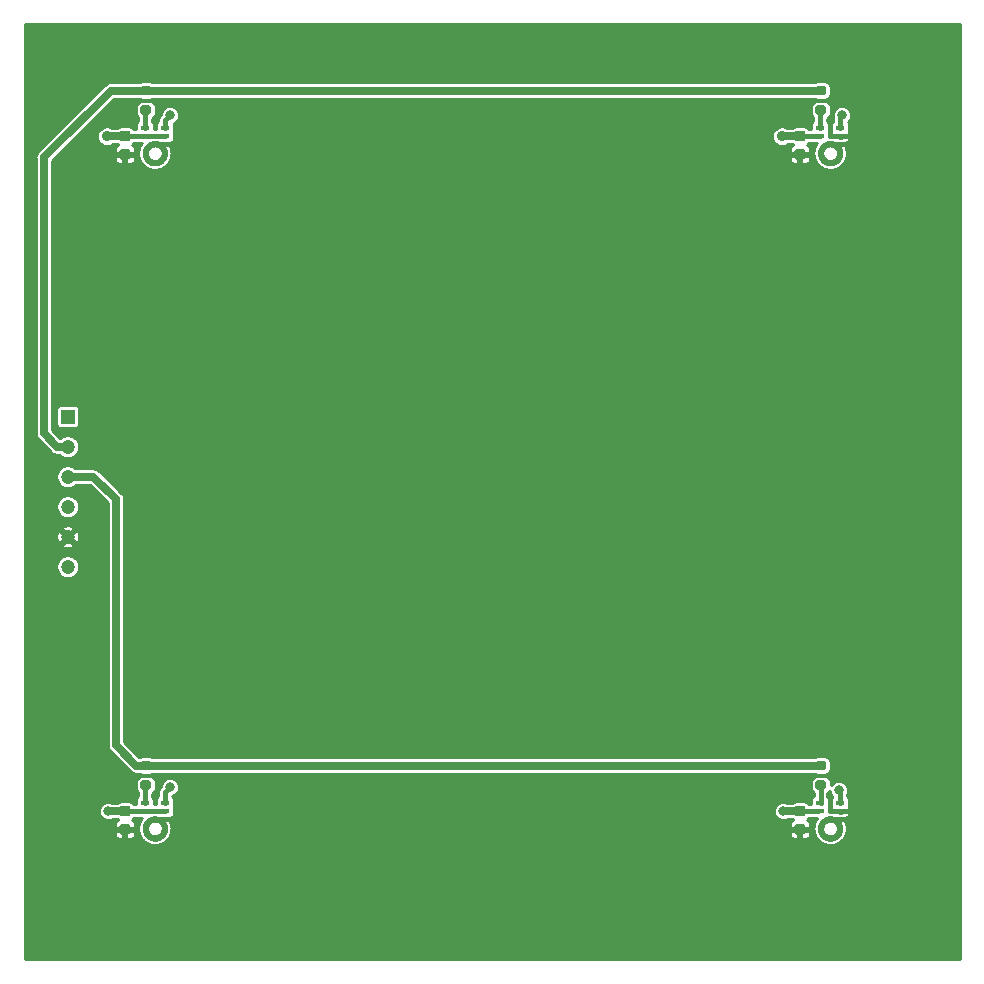
<source format=gbl>
G04 #@! TF.GenerationSoftware,KiCad,Pcbnew,5.1.10-88a1d61d58~88~ubuntu18.04.1*
G04 #@! TF.CreationDate,2021-09-30T10:19:46+02:00*
G04 #@! TF.ProjectId,pmod_microphone_array_2x2,706d6f64-5f6d-4696-9372-6f70686f6e65,1.0.0*
G04 #@! TF.SameCoordinates,Original*
G04 #@! TF.FileFunction,Copper,L2,Bot*
G04 #@! TF.FilePolarity,Positive*
%FSLAX46Y46*%
G04 Gerber Fmt 4.6, Leading zero omitted, Abs format (unit mm)*
G04 Created by KiCad (PCBNEW 5.1.10-88a1d61d58~88~ubuntu18.04.1) date 2021-09-30 10:19:46*
%MOMM*%
%LPD*%
G01*
G04 APERTURE LIST*
G04 #@! TA.AperFunction,EtchedComponent*
%ADD10C,0.000100*%
G04 #@! TD*
G04 #@! TA.AperFunction,SMDPad,CuDef*
%ADD11R,0.750000X0.450000*%
G04 #@! TD*
G04 #@! TA.AperFunction,SMDPad,CuDef*
%ADD12R,0.100000X0.100000*%
G04 #@! TD*
G04 #@! TA.AperFunction,ComponentPad*
%ADD13R,1.200000X1.200000*%
G04 #@! TD*
G04 #@! TA.AperFunction,ComponentPad*
%ADD14C,1.200000*%
G04 #@! TD*
G04 #@! TA.AperFunction,ViaPad*
%ADD15C,5.000000*%
G04 #@! TD*
G04 #@! TA.AperFunction,ViaPad*
%ADD16C,0.900000*%
G04 #@! TD*
G04 #@! TA.AperFunction,ViaPad*
%ADD17C,0.800000*%
G04 #@! TD*
G04 #@! TA.AperFunction,Conductor*
%ADD18C,0.750000*%
G04 #@! TD*
G04 #@! TA.AperFunction,Conductor*
%ADD19C,0.400000*%
G04 #@! TD*
G04 #@! TA.AperFunction,Conductor*
%ADD20C,0.650000*%
G04 #@! TD*
G04 #@! TA.AperFunction,Conductor*
%ADD21C,0.254000*%
G04 #@! TD*
G04 #@! TA.AperFunction,Conductor*
%ADD22C,0.100000*%
G04 #@! TD*
G04 APERTURE END LIST*
D10*
G36*
X94761000Y-120516000D02*
G01*
X94761000Y-120066000D01*
X94715918Y-120066577D01*
X94662641Y-120069835D01*
X94609607Y-120075878D01*
X94556962Y-120084688D01*
X94504850Y-120096241D01*
X94453414Y-120110505D01*
X94402795Y-120127442D01*
X94353132Y-120147005D01*
X94304561Y-120169140D01*
X94257215Y-120193786D01*
X94211224Y-120220877D01*
X94166713Y-120250338D01*
X94123806Y-120282088D01*
X94082619Y-120316040D01*
X94043265Y-120352101D01*
X94005853Y-120390172D01*
X93970484Y-120430150D01*
X93937256Y-120471923D01*
X93906260Y-120515378D01*
X93877580Y-120560396D01*
X93851296Y-120606853D01*
X93827479Y-120654622D01*
X93806195Y-120703572D01*
X93787502Y-120753569D01*
X93771451Y-120804476D01*
X93758087Y-120856152D01*
X93747445Y-120908458D01*
X93739555Y-120961249D01*
X93734439Y-121014380D01*
X93732000Y-121076000D01*
X93732000Y-121096000D01*
X93733412Y-121149906D01*
X93737642Y-121203664D01*
X93744681Y-121257127D01*
X93754508Y-121310149D01*
X93767096Y-121362584D01*
X93782412Y-121414288D01*
X93800412Y-121465119D01*
X93821048Y-121514939D01*
X93844263Y-121563610D01*
X93869994Y-121611000D01*
X93898169Y-121656978D01*
X93928712Y-121701419D01*
X93961540Y-121744200D01*
X93996561Y-121785205D01*
X94033680Y-121824320D01*
X94072795Y-121861439D01*
X94113800Y-121896460D01*
X94156581Y-121929288D01*
X94201022Y-121959831D01*
X94247000Y-121988006D01*
X94294390Y-122013737D01*
X94343061Y-122036952D01*
X94392881Y-122057588D01*
X94443712Y-122075588D01*
X94495416Y-122090904D01*
X94547851Y-122103492D01*
X94600873Y-122113319D01*
X94654336Y-122120358D01*
X94708094Y-122124588D01*
X94762000Y-122126000D01*
X94815906Y-122124588D01*
X94869664Y-122120358D01*
X94923127Y-122113319D01*
X94976149Y-122103492D01*
X95028584Y-122090904D01*
X95080288Y-122075588D01*
X95131119Y-122057588D01*
X95180939Y-122036952D01*
X95229610Y-122013737D01*
X95277000Y-121988006D01*
X95322978Y-121959831D01*
X95367419Y-121929288D01*
X95410200Y-121896460D01*
X95451205Y-121861439D01*
X95490320Y-121824320D01*
X95527439Y-121785205D01*
X95562460Y-121744200D01*
X95595288Y-121701419D01*
X95625831Y-121656978D01*
X95654006Y-121611000D01*
X95679737Y-121563610D01*
X95702952Y-121514939D01*
X95723588Y-121465119D01*
X95741588Y-121414288D01*
X95756904Y-121362584D01*
X95769492Y-121310149D01*
X95779319Y-121257127D01*
X95786358Y-121203664D01*
X95790588Y-121149906D01*
X95792000Y-121096000D01*
X95792000Y-121076000D01*
X95790616Y-121023141D01*
X95786467Y-120970426D01*
X95779565Y-120918001D01*
X95769929Y-120866009D01*
X95757585Y-120814593D01*
X95742567Y-120763893D01*
X95724916Y-120714048D01*
X95704681Y-120665196D01*
X95681917Y-120617470D01*
X95656686Y-120571000D01*
X95629057Y-120525915D01*
X95599107Y-120482337D01*
X95566917Y-120440386D01*
X95532576Y-120400178D01*
X95496178Y-120361822D01*
X95457822Y-120325424D01*
X95417614Y-120291083D01*
X95375663Y-120258893D01*
X95332085Y-120228943D01*
X95287000Y-120201314D01*
X95240530Y-120176083D01*
X95192804Y-120153319D01*
X95143952Y-120133084D01*
X95094107Y-120115433D01*
X95043407Y-120100415D01*
X94991991Y-120088071D01*
X94939999Y-120078435D01*
X94887574Y-120071533D01*
X94834859Y-120067384D01*
X94782000Y-120066000D01*
X94763000Y-120066000D01*
X94763000Y-120516000D01*
X94792271Y-120515746D01*
X94821552Y-120517024D01*
X94850727Y-120519833D01*
X94879715Y-120524166D01*
X94908437Y-120530009D01*
X94936813Y-120537348D01*
X94964766Y-120546161D01*
X94992220Y-120556426D01*
X95019098Y-120568113D01*
X95045329Y-120581191D01*
X95070839Y-120595624D01*
X95095558Y-120611372D01*
X95119420Y-120628392D01*
X95142358Y-120646638D01*
X95164310Y-120666059D01*
X95185215Y-120686603D01*
X95205016Y-120708212D01*
X95223660Y-120730828D01*
X95241094Y-120754389D01*
X95257271Y-120778830D01*
X95272147Y-120804084D01*
X95285681Y-120830082D01*
X95297835Y-120856753D01*
X95308577Y-120884024D01*
X95317877Y-120911819D01*
X95325710Y-120940063D01*
X95332054Y-120968678D01*
X95336891Y-120997585D01*
X95340209Y-121026707D01*
X95342000Y-121056000D01*
X95342000Y-121096000D01*
X95341205Y-121126355D01*
X95338823Y-121156627D01*
X95334859Y-121186732D01*
X95329326Y-121216589D01*
X95322237Y-121246115D01*
X95313613Y-121275230D01*
X95303477Y-121303853D01*
X95291856Y-121331907D01*
X95278784Y-121359314D01*
X95264295Y-121386000D01*
X95248429Y-121411891D01*
X95231230Y-121436915D01*
X95212745Y-121461006D01*
X95193024Y-121484096D01*
X95172122Y-121506122D01*
X95150096Y-121527024D01*
X95127006Y-121546745D01*
X95102915Y-121565230D01*
X95077891Y-121582429D01*
X95052000Y-121598295D01*
X95025314Y-121612784D01*
X94997907Y-121625856D01*
X94969853Y-121637477D01*
X94941230Y-121647613D01*
X94912115Y-121656237D01*
X94882589Y-121663326D01*
X94852732Y-121668859D01*
X94822627Y-121672823D01*
X94792355Y-121675205D01*
X94762000Y-121676000D01*
X94731645Y-121675205D01*
X94701373Y-121672823D01*
X94671268Y-121668859D01*
X94641411Y-121663326D01*
X94611885Y-121656237D01*
X94582770Y-121647613D01*
X94554147Y-121637477D01*
X94526093Y-121625856D01*
X94498686Y-121612784D01*
X94472000Y-121598295D01*
X94446109Y-121582429D01*
X94421085Y-121565230D01*
X94396994Y-121546745D01*
X94373904Y-121527024D01*
X94351878Y-121506122D01*
X94330976Y-121484096D01*
X94311255Y-121461006D01*
X94292770Y-121436915D01*
X94275571Y-121411891D01*
X94259705Y-121386000D01*
X94245216Y-121359314D01*
X94232144Y-121331907D01*
X94220523Y-121303853D01*
X94210387Y-121275230D01*
X94201763Y-121246115D01*
X94194674Y-121216589D01*
X94189141Y-121186732D01*
X94185177Y-121156627D01*
X94182795Y-121126355D01*
X94182000Y-121096000D01*
X94182000Y-121076000D01*
X94183308Y-121045768D01*
X94186166Y-121016086D01*
X94190574Y-120986594D01*
X94196519Y-120957373D01*
X94203985Y-120928503D01*
X94212952Y-120900063D01*
X94223395Y-120872132D01*
X94235286Y-120844785D01*
X94248591Y-120818099D01*
X94263275Y-120792145D01*
X94279297Y-120766995D01*
X94296614Y-120742719D01*
X94315177Y-120719382D01*
X94334936Y-120697048D01*
X94355837Y-120675779D01*
X94377822Y-120655633D01*
X94400832Y-120636665D01*
X94424803Y-120618928D01*
X94449669Y-120602469D01*
X94475363Y-120587335D01*
X94501813Y-120573566D01*
X94528948Y-120561200D01*
X94556692Y-120550271D01*
X94584971Y-120540809D01*
X94613706Y-120532840D01*
X94642819Y-120526386D01*
X94672230Y-120521464D01*
X94701858Y-120518088D01*
X94731622Y-120516268D01*
X94761000Y-120516000D01*
G37*
X94761000Y-120516000D02*
X94761000Y-120066000D01*
X94715918Y-120066577D01*
X94662641Y-120069835D01*
X94609607Y-120075878D01*
X94556962Y-120084688D01*
X94504850Y-120096241D01*
X94453414Y-120110505D01*
X94402795Y-120127442D01*
X94353132Y-120147005D01*
X94304561Y-120169140D01*
X94257215Y-120193786D01*
X94211224Y-120220877D01*
X94166713Y-120250338D01*
X94123806Y-120282088D01*
X94082619Y-120316040D01*
X94043265Y-120352101D01*
X94005853Y-120390172D01*
X93970484Y-120430150D01*
X93937256Y-120471923D01*
X93906260Y-120515378D01*
X93877580Y-120560396D01*
X93851296Y-120606853D01*
X93827479Y-120654622D01*
X93806195Y-120703572D01*
X93787502Y-120753569D01*
X93771451Y-120804476D01*
X93758087Y-120856152D01*
X93747445Y-120908458D01*
X93739555Y-120961249D01*
X93734439Y-121014380D01*
X93732000Y-121076000D01*
X93732000Y-121096000D01*
X93733412Y-121149906D01*
X93737642Y-121203664D01*
X93744681Y-121257127D01*
X93754508Y-121310149D01*
X93767096Y-121362584D01*
X93782412Y-121414288D01*
X93800412Y-121465119D01*
X93821048Y-121514939D01*
X93844263Y-121563610D01*
X93869994Y-121611000D01*
X93898169Y-121656978D01*
X93928712Y-121701419D01*
X93961540Y-121744200D01*
X93996561Y-121785205D01*
X94033680Y-121824320D01*
X94072795Y-121861439D01*
X94113800Y-121896460D01*
X94156581Y-121929288D01*
X94201022Y-121959831D01*
X94247000Y-121988006D01*
X94294390Y-122013737D01*
X94343061Y-122036952D01*
X94392881Y-122057588D01*
X94443712Y-122075588D01*
X94495416Y-122090904D01*
X94547851Y-122103492D01*
X94600873Y-122113319D01*
X94654336Y-122120358D01*
X94708094Y-122124588D01*
X94762000Y-122126000D01*
X94815906Y-122124588D01*
X94869664Y-122120358D01*
X94923127Y-122113319D01*
X94976149Y-122103492D01*
X95028584Y-122090904D01*
X95080288Y-122075588D01*
X95131119Y-122057588D01*
X95180939Y-122036952D01*
X95229610Y-122013737D01*
X95277000Y-121988006D01*
X95322978Y-121959831D01*
X95367419Y-121929288D01*
X95410200Y-121896460D01*
X95451205Y-121861439D01*
X95490320Y-121824320D01*
X95527439Y-121785205D01*
X95562460Y-121744200D01*
X95595288Y-121701419D01*
X95625831Y-121656978D01*
X95654006Y-121611000D01*
X95679737Y-121563610D01*
X95702952Y-121514939D01*
X95723588Y-121465119D01*
X95741588Y-121414288D01*
X95756904Y-121362584D01*
X95769492Y-121310149D01*
X95779319Y-121257127D01*
X95786358Y-121203664D01*
X95790588Y-121149906D01*
X95792000Y-121096000D01*
X95792000Y-121076000D01*
X95790616Y-121023141D01*
X95786467Y-120970426D01*
X95779565Y-120918001D01*
X95769929Y-120866009D01*
X95757585Y-120814593D01*
X95742567Y-120763893D01*
X95724916Y-120714048D01*
X95704681Y-120665196D01*
X95681917Y-120617470D01*
X95656686Y-120571000D01*
X95629057Y-120525915D01*
X95599107Y-120482337D01*
X95566917Y-120440386D01*
X95532576Y-120400178D01*
X95496178Y-120361822D01*
X95457822Y-120325424D01*
X95417614Y-120291083D01*
X95375663Y-120258893D01*
X95332085Y-120228943D01*
X95287000Y-120201314D01*
X95240530Y-120176083D01*
X95192804Y-120153319D01*
X95143952Y-120133084D01*
X95094107Y-120115433D01*
X95043407Y-120100415D01*
X94991991Y-120088071D01*
X94939999Y-120078435D01*
X94887574Y-120071533D01*
X94834859Y-120067384D01*
X94782000Y-120066000D01*
X94763000Y-120066000D01*
X94763000Y-120516000D01*
X94792271Y-120515746D01*
X94821552Y-120517024D01*
X94850727Y-120519833D01*
X94879715Y-120524166D01*
X94908437Y-120530009D01*
X94936813Y-120537348D01*
X94964766Y-120546161D01*
X94992220Y-120556426D01*
X95019098Y-120568113D01*
X95045329Y-120581191D01*
X95070839Y-120595624D01*
X95095558Y-120611372D01*
X95119420Y-120628392D01*
X95142358Y-120646638D01*
X95164310Y-120666059D01*
X95185215Y-120686603D01*
X95205016Y-120708212D01*
X95223660Y-120730828D01*
X95241094Y-120754389D01*
X95257271Y-120778830D01*
X95272147Y-120804084D01*
X95285681Y-120830082D01*
X95297835Y-120856753D01*
X95308577Y-120884024D01*
X95317877Y-120911819D01*
X95325710Y-120940063D01*
X95332054Y-120968678D01*
X95336891Y-120997585D01*
X95340209Y-121026707D01*
X95342000Y-121056000D01*
X95342000Y-121096000D01*
X95341205Y-121126355D01*
X95338823Y-121156627D01*
X95334859Y-121186732D01*
X95329326Y-121216589D01*
X95322237Y-121246115D01*
X95313613Y-121275230D01*
X95303477Y-121303853D01*
X95291856Y-121331907D01*
X95278784Y-121359314D01*
X95264295Y-121386000D01*
X95248429Y-121411891D01*
X95231230Y-121436915D01*
X95212745Y-121461006D01*
X95193024Y-121484096D01*
X95172122Y-121506122D01*
X95150096Y-121527024D01*
X95127006Y-121546745D01*
X95102915Y-121565230D01*
X95077891Y-121582429D01*
X95052000Y-121598295D01*
X95025314Y-121612784D01*
X94997907Y-121625856D01*
X94969853Y-121637477D01*
X94941230Y-121647613D01*
X94912115Y-121656237D01*
X94882589Y-121663326D01*
X94852732Y-121668859D01*
X94822627Y-121672823D01*
X94792355Y-121675205D01*
X94762000Y-121676000D01*
X94731645Y-121675205D01*
X94701373Y-121672823D01*
X94671268Y-121668859D01*
X94641411Y-121663326D01*
X94611885Y-121656237D01*
X94582770Y-121647613D01*
X94554147Y-121637477D01*
X94526093Y-121625856D01*
X94498686Y-121612784D01*
X94472000Y-121598295D01*
X94446109Y-121582429D01*
X94421085Y-121565230D01*
X94396994Y-121546745D01*
X94373904Y-121527024D01*
X94351878Y-121506122D01*
X94330976Y-121484096D01*
X94311255Y-121461006D01*
X94292770Y-121436915D01*
X94275571Y-121411891D01*
X94259705Y-121386000D01*
X94245216Y-121359314D01*
X94232144Y-121331907D01*
X94220523Y-121303853D01*
X94210387Y-121275230D01*
X94201763Y-121246115D01*
X94194674Y-121216589D01*
X94189141Y-121186732D01*
X94185177Y-121156627D01*
X94182795Y-121126355D01*
X94182000Y-121096000D01*
X94182000Y-121076000D01*
X94183308Y-121045768D01*
X94186166Y-121016086D01*
X94190574Y-120986594D01*
X94196519Y-120957373D01*
X94203985Y-120928503D01*
X94212952Y-120900063D01*
X94223395Y-120872132D01*
X94235286Y-120844785D01*
X94248591Y-120818099D01*
X94263275Y-120792145D01*
X94279297Y-120766995D01*
X94296614Y-120742719D01*
X94315177Y-120719382D01*
X94334936Y-120697048D01*
X94355837Y-120675779D01*
X94377822Y-120655633D01*
X94400832Y-120636665D01*
X94424803Y-120618928D01*
X94449669Y-120602469D01*
X94475363Y-120587335D01*
X94501813Y-120573566D01*
X94528948Y-120561200D01*
X94556692Y-120550271D01*
X94584971Y-120540809D01*
X94613706Y-120532840D01*
X94642819Y-120526386D01*
X94672230Y-120521464D01*
X94701858Y-120518088D01*
X94731622Y-120516268D01*
X94761000Y-120516000D01*
G36*
X37591000Y-120516000D02*
G01*
X37591000Y-120066000D01*
X37545918Y-120066577D01*
X37492641Y-120069835D01*
X37439607Y-120075878D01*
X37386962Y-120084688D01*
X37334850Y-120096241D01*
X37283414Y-120110505D01*
X37232795Y-120127442D01*
X37183132Y-120147005D01*
X37134561Y-120169140D01*
X37087215Y-120193786D01*
X37041224Y-120220877D01*
X36996713Y-120250338D01*
X36953806Y-120282088D01*
X36912619Y-120316040D01*
X36873265Y-120352101D01*
X36835853Y-120390172D01*
X36800484Y-120430150D01*
X36767256Y-120471923D01*
X36736260Y-120515378D01*
X36707580Y-120560396D01*
X36681296Y-120606853D01*
X36657479Y-120654622D01*
X36636195Y-120703572D01*
X36617502Y-120753569D01*
X36601451Y-120804476D01*
X36588087Y-120856152D01*
X36577445Y-120908458D01*
X36569555Y-120961249D01*
X36564439Y-121014380D01*
X36562000Y-121076000D01*
X36562000Y-121096000D01*
X36563412Y-121149906D01*
X36567642Y-121203664D01*
X36574681Y-121257127D01*
X36584508Y-121310149D01*
X36597096Y-121362584D01*
X36612412Y-121414288D01*
X36630412Y-121465119D01*
X36651048Y-121514939D01*
X36674263Y-121563610D01*
X36699994Y-121611000D01*
X36728169Y-121656978D01*
X36758712Y-121701419D01*
X36791540Y-121744200D01*
X36826561Y-121785205D01*
X36863680Y-121824320D01*
X36902795Y-121861439D01*
X36943800Y-121896460D01*
X36986581Y-121929288D01*
X37031022Y-121959831D01*
X37077000Y-121988006D01*
X37124390Y-122013737D01*
X37173061Y-122036952D01*
X37222881Y-122057588D01*
X37273712Y-122075588D01*
X37325416Y-122090904D01*
X37377851Y-122103492D01*
X37430873Y-122113319D01*
X37484336Y-122120358D01*
X37538094Y-122124588D01*
X37592000Y-122126000D01*
X37645906Y-122124588D01*
X37699664Y-122120358D01*
X37753127Y-122113319D01*
X37806149Y-122103492D01*
X37858584Y-122090904D01*
X37910288Y-122075588D01*
X37961119Y-122057588D01*
X38010939Y-122036952D01*
X38059610Y-122013737D01*
X38107000Y-121988006D01*
X38152978Y-121959831D01*
X38197419Y-121929288D01*
X38240200Y-121896460D01*
X38281205Y-121861439D01*
X38320320Y-121824320D01*
X38357439Y-121785205D01*
X38392460Y-121744200D01*
X38425288Y-121701419D01*
X38455831Y-121656978D01*
X38484006Y-121611000D01*
X38509737Y-121563610D01*
X38532952Y-121514939D01*
X38553588Y-121465119D01*
X38571588Y-121414288D01*
X38586904Y-121362584D01*
X38599492Y-121310149D01*
X38609319Y-121257127D01*
X38616358Y-121203664D01*
X38620588Y-121149906D01*
X38622000Y-121096000D01*
X38622000Y-121076000D01*
X38620616Y-121023141D01*
X38616467Y-120970426D01*
X38609565Y-120918001D01*
X38599929Y-120866009D01*
X38587585Y-120814593D01*
X38572567Y-120763893D01*
X38554916Y-120714048D01*
X38534681Y-120665196D01*
X38511917Y-120617470D01*
X38486686Y-120571000D01*
X38459057Y-120525915D01*
X38429107Y-120482337D01*
X38396917Y-120440386D01*
X38362576Y-120400178D01*
X38326178Y-120361822D01*
X38287822Y-120325424D01*
X38247614Y-120291083D01*
X38205663Y-120258893D01*
X38162085Y-120228943D01*
X38117000Y-120201314D01*
X38070530Y-120176083D01*
X38022804Y-120153319D01*
X37973952Y-120133084D01*
X37924107Y-120115433D01*
X37873407Y-120100415D01*
X37821991Y-120088071D01*
X37769999Y-120078435D01*
X37717574Y-120071533D01*
X37664859Y-120067384D01*
X37612000Y-120066000D01*
X37593000Y-120066000D01*
X37593000Y-120516000D01*
X37622271Y-120515746D01*
X37651552Y-120517024D01*
X37680727Y-120519833D01*
X37709715Y-120524166D01*
X37738437Y-120530009D01*
X37766813Y-120537348D01*
X37794766Y-120546161D01*
X37822220Y-120556426D01*
X37849098Y-120568113D01*
X37875329Y-120581191D01*
X37900839Y-120595624D01*
X37925558Y-120611372D01*
X37949420Y-120628392D01*
X37972358Y-120646638D01*
X37994310Y-120666059D01*
X38015215Y-120686603D01*
X38035016Y-120708212D01*
X38053660Y-120730828D01*
X38071094Y-120754389D01*
X38087271Y-120778830D01*
X38102147Y-120804084D01*
X38115681Y-120830082D01*
X38127835Y-120856753D01*
X38138577Y-120884024D01*
X38147877Y-120911819D01*
X38155710Y-120940063D01*
X38162054Y-120968678D01*
X38166891Y-120997585D01*
X38170209Y-121026707D01*
X38172000Y-121056000D01*
X38172000Y-121096000D01*
X38171205Y-121126355D01*
X38168823Y-121156627D01*
X38164859Y-121186732D01*
X38159326Y-121216589D01*
X38152237Y-121246115D01*
X38143613Y-121275230D01*
X38133477Y-121303853D01*
X38121856Y-121331907D01*
X38108784Y-121359314D01*
X38094295Y-121386000D01*
X38078429Y-121411891D01*
X38061230Y-121436915D01*
X38042745Y-121461006D01*
X38023024Y-121484096D01*
X38002122Y-121506122D01*
X37980096Y-121527024D01*
X37957006Y-121546745D01*
X37932915Y-121565230D01*
X37907891Y-121582429D01*
X37882000Y-121598295D01*
X37855314Y-121612784D01*
X37827907Y-121625856D01*
X37799853Y-121637477D01*
X37771230Y-121647613D01*
X37742115Y-121656237D01*
X37712589Y-121663326D01*
X37682732Y-121668859D01*
X37652627Y-121672823D01*
X37622355Y-121675205D01*
X37592000Y-121676000D01*
X37561645Y-121675205D01*
X37531373Y-121672823D01*
X37501268Y-121668859D01*
X37471411Y-121663326D01*
X37441885Y-121656237D01*
X37412770Y-121647613D01*
X37384147Y-121637477D01*
X37356093Y-121625856D01*
X37328686Y-121612784D01*
X37302000Y-121598295D01*
X37276109Y-121582429D01*
X37251085Y-121565230D01*
X37226994Y-121546745D01*
X37203904Y-121527024D01*
X37181878Y-121506122D01*
X37160976Y-121484096D01*
X37141255Y-121461006D01*
X37122770Y-121436915D01*
X37105571Y-121411891D01*
X37089705Y-121386000D01*
X37075216Y-121359314D01*
X37062144Y-121331907D01*
X37050523Y-121303853D01*
X37040387Y-121275230D01*
X37031763Y-121246115D01*
X37024674Y-121216589D01*
X37019141Y-121186732D01*
X37015177Y-121156627D01*
X37012795Y-121126355D01*
X37012000Y-121096000D01*
X37012000Y-121076000D01*
X37013308Y-121045768D01*
X37016166Y-121016086D01*
X37020574Y-120986594D01*
X37026519Y-120957373D01*
X37033985Y-120928503D01*
X37042952Y-120900063D01*
X37053395Y-120872132D01*
X37065286Y-120844785D01*
X37078591Y-120818099D01*
X37093275Y-120792145D01*
X37109297Y-120766995D01*
X37126614Y-120742719D01*
X37145177Y-120719382D01*
X37164936Y-120697048D01*
X37185837Y-120675779D01*
X37207822Y-120655633D01*
X37230832Y-120636665D01*
X37254803Y-120618928D01*
X37279669Y-120602469D01*
X37305363Y-120587335D01*
X37331813Y-120573566D01*
X37358948Y-120561200D01*
X37386692Y-120550271D01*
X37414971Y-120540809D01*
X37443706Y-120532840D01*
X37472819Y-120526386D01*
X37502230Y-120521464D01*
X37531858Y-120518088D01*
X37561622Y-120516268D01*
X37591000Y-120516000D01*
G37*
X37591000Y-120516000D02*
X37591000Y-120066000D01*
X37545918Y-120066577D01*
X37492641Y-120069835D01*
X37439607Y-120075878D01*
X37386962Y-120084688D01*
X37334850Y-120096241D01*
X37283414Y-120110505D01*
X37232795Y-120127442D01*
X37183132Y-120147005D01*
X37134561Y-120169140D01*
X37087215Y-120193786D01*
X37041224Y-120220877D01*
X36996713Y-120250338D01*
X36953806Y-120282088D01*
X36912619Y-120316040D01*
X36873265Y-120352101D01*
X36835853Y-120390172D01*
X36800484Y-120430150D01*
X36767256Y-120471923D01*
X36736260Y-120515378D01*
X36707580Y-120560396D01*
X36681296Y-120606853D01*
X36657479Y-120654622D01*
X36636195Y-120703572D01*
X36617502Y-120753569D01*
X36601451Y-120804476D01*
X36588087Y-120856152D01*
X36577445Y-120908458D01*
X36569555Y-120961249D01*
X36564439Y-121014380D01*
X36562000Y-121076000D01*
X36562000Y-121096000D01*
X36563412Y-121149906D01*
X36567642Y-121203664D01*
X36574681Y-121257127D01*
X36584508Y-121310149D01*
X36597096Y-121362584D01*
X36612412Y-121414288D01*
X36630412Y-121465119D01*
X36651048Y-121514939D01*
X36674263Y-121563610D01*
X36699994Y-121611000D01*
X36728169Y-121656978D01*
X36758712Y-121701419D01*
X36791540Y-121744200D01*
X36826561Y-121785205D01*
X36863680Y-121824320D01*
X36902795Y-121861439D01*
X36943800Y-121896460D01*
X36986581Y-121929288D01*
X37031022Y-121959831D01*
X37077000Y-121988006D01*
X37124390Y-122013737D01*
X37173061Y-122036952D01*
X37222881Y-122057588D01*
X37273712Y-122075588D01*
X37325416Y-122090904D01*
X37377851Y-122103492D01*
X37430873Y-122113319D01*
X37484336Y-122120358D01*
X37538094Y-122124588D01*
X37592000Y-122126000D01*
X37645906Y-122124588D01*
X37699664Y-122120358D01*
X37753127Y-122113319D01*
X37806149Y-122103492D01*
X37858584Y-122090904D01*
X37910288Y-122075588D01*
X37961119Y-122057588D01*
X38010939Y-122036952D01*
X38059610Y-122013737D01*
X38107000Y-121988006D01*
X38152978Y-121959831D01*
X38197419Y-121929288D01*
X38240200Y-121896460D01*
X38281205Y-121861439D01*
X38320320Y-121824320D01*
X38357439Y-121785205D01*
X38392460Y-121744200D01*
X38425288Y-121701419D01*
X38455831Y-121656978D01*
X38484006Y-121611000D01*
X38509737Y-121563610D01*
X38532952Y-121514939D01*
X38553588Y-121465119D01*
X38571588Y-121414288D01*
X38586904Y-121362584D01*
X38599492Y-121310149D01*
X38609319Y-121257127D01*
X38616358Y-121203664D01*
X38620588Y-121149906D01*
X38622000Y-121096000D01*
X38622000Y-121076000D01*
X38620616Y-121023141D01*
X38616467Y-120970426D01*
X38609565Y-120918001D01*
X38599929Y-120866009D01*
X38587585Y-120814593D01*
X38572567Y-120763893D01*
X38554916Y-120714048D01*
X38534681Y-120665196D01*
X38511917Y-120617470D01*
X38486686Y-120571000D01*
X38459057Y-120525915D01*
X38429107Y-120482337D01*
X38396917Y-120440386D01*
X38362576Y-120400178D01*
X38326178Y-120361822D01*
X38287822Y-120325424D01*
X38247614Y-120291083D01*
X38205663Y-120258893D01*
X38162085Y-120228943D01*
X38117000Y-120201314D01*
X38070530Y-120176083D01*
X38022804Y-120153319D01*
X37973952Y-120133084D01*
X37924107Y-120115433D01*
X37873407Y-120100415D01*
X37821991Y-120088071D01*
X37769999Y-120078435D01*
X37717574Y-120071533D01*
X37664859Y-120067384D01*
X37612000Y-120066000D01*
X37593000Y-120066000D01*
X37593000Y-120516000D01*
X37622271Y-120515746D01*
X37651552Y-120517024D01*
X37680727Y-120519833D01*
X37709715Y-120524166D01*
X37738437Y-120530009D01*
X37766813Y-120537348D01*
X37794766Y-120546161D01*
X37822220Y-120556426D01*
X37849098Y-120568113D01*
X37875329Y-120581191D01*
X37900839Y-120595624D01*
X37925558Y-120611372D01*
X37949420Y-120628392D01*
X37972358Y-120646638D01*
X37994310Y-120666059D01*
X38015215Y-120686603D01*
X38035016Y-120708212D01*
X38053660Y-120730828D01*
X38071094Y-120754389D01*
X38087271Y-120778830D01*
X38102147Y-120804084D01*
X38115681Y-120830082D01*
X38127835Y-120856753D01*
X38138577Y-120884024D01*
X38147877Y-120911819D01*
X38155710Y-120940063D01*
X38162054Y-120968678D01*
X38166891Y-120997585D01*
X38170209Y-121026707D01*
X38172000Y-121056000D01*
X38172000Y-121096000D01*
X38171205Y-121126355D01*
X38168823Y-121156627D01*
X38164859Y-121186732D01*
X38159326Y-121216589D01*
X38152237Y-121246115D01*
X38143613Y-121275230D01*
X38133477Y-121303853D01*
X38121856Y-121331907D01*
X38108784Y-121359314D01*
X38094295Y-121386000D01*
X38078429Y-121411891D01*
X38061230Y-121436915D01*
X38042745Y-121461006D01*
X38023024Y-121484096D01*
X38002122Y-121506122D01*
X37980096Y-121527024D01*
X37957006Y-121546745D01*
X37932915Y-121565230D01*
X37907891Y-121582429D01*
X37882000Y-121598295D01*
X37855314Y-121612784D01*
X37827907Y-121625856D01*
X37799853Y-121637477D01*
X37771230Y-121647613D01*
X37742115Y-121656237D01*
X37712589Y-121663326D01*
X37682732Y-121668859D01*
X37652627Y-121672823D01*
X37622355Y-121675205D01*
X37592000Y-121676000D01*
X37561645Y-121675205D01*
X37531373Y-121672823D01*
X37501268Y-121668859D01*
X37471411Y-121663326D01*
X37441885Y-121656237D01*
X37412770Y-121647613D01*
X37384147Y-121637477D01*
X37356093Y-121625856D01*
X37328686Y-121612784D01*
X37302000Y-121598295D01*
X37276109Y-121582429D01*
X37251085Y-121565230D01*
X37226994Y-121546745D01*
X37203904Y-121527024D01*
X37181878Y-121506122D01*
X37160976Y-121484096D01*
X37141255Y-121461006D01*
X37122770Y-121436915D01*
X37105571Y-121411891D01*
X37089705Y-121386000D01*
X37075216Y-121359314D01*
X37062144Y-121331907D01*
X37050523Y-121303853D01*
X37040387Y-121275230D01*
X37031763Y-121246115D01*
X37024674Y-121216589D01*
X37019141Y-121186732D01*
X37015177Y-121156627D01*
X37012795Y-121126355D01*
X37012000Y-121096000D01*
X37012000Y-121076000D01*
X37013308Y-121045768D01*
X37016166Y-121016086D01*
X37020574Y-120986594D01*
X37026519Y-120957373D01*
X37033985Y-120928503D01*
X37042952Y-120900063D01*
X37053395Y-120872132D01*
X37065286Y-120844785D01*
X37078591Y-120818099D01*
X37093275Y-120792145D01*
X37109297Y-120766995D01*
X37126614Y-120742719D01*
X37145177Y-120719382D01*
X37164936Y-120697048D01*
X37185837Y-120675779D01*
X37207822Y-120655633D01*
X37230832Y-120636665D01*
X37254803Y-120618928D01*
X37279669Y-120602469D01*
X37305363Y-120587335D01*
X37331813Y-120573566D01*
X37358948Y-120561200D01*
X37386692Y-120550271D01*
X37414971Y-120540809D01*
X37443706Y-120532840D01*
X37472819Y-120526386D01*
X37502230Y-120521464D01*
X37531858Y-120518088D01*
X37561622Y-120516268D01*
X37591000Y-120516000D01*
G36*
X94761000Y-63346000D02*
G01*
X94761000Y-62896000D01*
X94715918Y-62896577D01*
X94662641Y-62899835D01*
X94609607Y-62905878D01*
X94556962Y-62914688D01*
X94504850Y-62926241D01*
X94453414Y-62940505D01*
X94402795Y-62957442D01*
X94353132Y-62977005D01*
X94304561Y-62999140D01*
X94257215Y-63023786D01*
X94211224Y-63050877D01*
X94166713Y-63080338D01*
X94123806Y-63112088D01*
X94082619Y-63146040D01*
X94043265Y-63182101D01*
X94005853Y-63220172D01*
X93970484Y-63260150D01*
X93937256Y-63301923D01*
X93906260Y-63345378D01*
X93877580Y-63390396D01*
X93851296Y-63436853D01*
X93827479Y-63484622D01*
X93806195Y-63533572D01*
X93787502Y-63583569D01*
X93771451Y-63634476D01*
X93758087Y-63686152D01*
X93747445Y-63738458D01*
X93739555Y-63791249D01*
X93734439Y-63844380D01*
X93732000Y-63906000D01*
X93732000Y-63926000D01*
X93733412Y-63979906D01*
X93737642Y-64033664D01*
X93744681Y-64087127D01*
X93754508Y-64140149D01*
X93767096Y-64192584D01*
X93782412Y-64244288D01*
X93800412Y-64295119D01*
X93821048Y-64344939D01*
X93844263Y-64393610D01*
X93869994Y-64441000D01*
X93898169Y-64486978D01*
X93928712Y-64531419D01*
X93961540Y-64574200D01*
X93996561Y-64615205D01*
X94033680Y-64654320D01*
X94072795Y-64691439D01*
X94113800Y-64726460D01*
X94156581Y-64759288D01*
X94201022Y-64789831D01*
X94247000Y-64818006D01*
X94294390Y-64843737D01*
X94343061Y-64866952D01*
X94392881Y-64887588D01*
X94443712Y-64905588D01*
X94495416Y-64920904D01*
X94547851Y-64933492D01*
X94600873Y-64943319D01*
X94654336Y-64950358D01*
X94708094Y-64954588D01*
X94762000Y-64956000D01*
X94815906Y-64954588D01*
X94869664Y-64950358D01*
X94923127Y-64943319D01*
X94976149Y-64933492D01*
X95028584Y-64920904D01*
X95080288Y-64905588D01*
X95131119Y-64887588D01*
X95180939Y-64866952D01*
X95229610Y-64843737D01*
X95277000Y-64818006D01*
X95322978Y-64789831D01*
X95367419Y-64759288D01*
X95410200Y-64726460D01*
X95451205Y-64691439D01*
X95490320Y-64654320D01*
X95527439Y-64615205D01*
X95562460Y-64574200D01*
X95595288Y-64531419D01*
X95625831Y-64486978D01*
X95654006Y-64441000D01*
X95679737Y-64393610D01*
X95702952Y-64344939D01*
X95723588Y-64295119D01*
X95741588Y-64244288D01*
X95756904Y-64192584D01*
X95769492Y-64140149D01*
X95779319Y-64087127D01*
X95786358Y-64033664D01*
X95790588Y-63979906D01*
X95792000Y-63926000D01*
X95792000Y-63906000D01*
X95790616Y-63853141D01*
X95786467Y-63800426D01*
X95779565Y-63748001D01*
X95769929Y-63696009D01*
X95757585Y-63644593D01*
X95742567Y-63593893D01*
X95724916Y-63544048D01*
X95704681Y-63495196D01*
X95681917Y-63447470D01*
X95656686Y-63401000D01*
X95629057Y-63355915D01*
X95599107Y-63312337D01*
X95566917Y-63270386D01*
X95532576Y-63230178D01*
X95496178Y-63191822D01*
X95457822Y-63155424D01*
X95417614Y-63121083D01*
X95375663Y-63088893D01*
X95332085Y-63058943D01*
X95287000Y-63031314D01*
X95240530Y-63006083D01*
X95192804Y-62983319D01*
X95143952Y-62963084D01*
X95094107Y-62945433D01*
X95043407Y-62930415D01*
X94991991Y-62918071D01*
X94939999Y-62908435D01*
X94887574Y-62901533D01*
X94834859Y-62897384D01*
X94782000Y-62896000D01*
X94763000Y-62896000D01*
X94763000Y-63346000D01*
X94792271Y-63345746D01*
X94821552Y-63347024D01*
X94850727Y-63349833D01*
X94879715Y-63354166D01*
X94908437Y-63360009D01*
X94936813Y-63367348D01*
X94964766Y-63376161D01*
X94992220Y-63386426D01*
X95019098Y-63398113D01*
X95045329Y-63411191D01*
X95070839Y-63425624D01*
X95095558Y-63441372D01*
X95119420Y-63458392D01*
X95142358Y-63476638D01*
X95164310Y-63496059D01*
X95185215Y-63516603D01*
X95205016Y-63538212D01*
X95223660Y-63560828D01*
X95241094Y-63584389D01*
X95257271Y-63608830D01*
X95272147Y-63634084D01*
X95285681Y-63660082D01*
X95297835Y-63686753D01*
X95308577Y-63714024D01*
X95317877Y-63741819D01*
X95325710Y-63770063D01*
X95332054Y-63798678D01*
X95336891Y-63827585D01*
X95340209Y-63856707D01*
X95342000Y-63886000D01*
X95342000Y-63926000D01*
X95341205Y-63956355D01*
X95338823Y-63986627D01*
X95334859Y-64016732D01*
X95329326Y-64046589D01*
X95322237Y-64076115D01*
X95313613Y-64105230D01*
X95303477Y-64133853D01*
X95291856Y-64161907D01*
X95278784Y-64189314D01*
X95264295Y-64216000D01*
X95248429Y-64241891D01*
X95231230Y-64266915D01*
X95212745Y-64291006D01*
X95193024Y-64314096D01*
X95172122Y-64336122D01*
X95150096Y-64357024D01*
X95127006Y-64376745D01*
X95102915Y-64395230D01*
X95077891Y-64412429D01*
X95052000Y-64428295D01*
X95025314Y-64442784D01*
X94997907Y-64455856D01*
X94969853Y-64467477D01*
X94941230Y-64477613D01*
X94912115Y-64486237D01*
X94882589Y-64493326D01*
X94852732Y-64498859D01*
X94822627Y-64502823D01*
X94792355Y-64505205D01*
X94762000Y-64506000D01*
X94731645Y-64505205D01*
X94701373Y-64502823D01*
X94671268Y-64498859D01*
X94641411Y-64493326D01*
X94611885Y-64486237D01*
X94582770Y-64477613D01*
X94554147Y-64467477D01*
X94526093Y-64455856D01*
X94498686Y-64442784D01*
X94472000Y-64428295D01*
X94446109Y-64412429D01*
X94421085Y-64395230D01*
X94396994Y-64376745D01*
X94373904Y-64357024D01*
X94351878Y-64336122D01*
X94330976Y-64314096D01*
X94311255Y-64291006D01*
X94292770Y-64266915D01*
X94275571Y-64241891D01*
X94259705Y-64216000D01*
X94245216Y-64189314D01*
X94232144Y-64161907D01*
X94220523Y-64133853D01*
X94210387Y-64105230D01*
X94201763Y-64076115D01*
X94194674Y-64046589D01*
X94189141Y-64016732D01*
X94185177Y-63986627D01*
X94182795Y-63956355D01*
X94182000Y-63926000D01*
X94182000Y-63906000D01*
X94183308Y-63875768D01*
X94186166Y-63846086D01*
X94190574Y-63816594D01*
X94196519Y-63787373D01*
X94203985Y-63758503D01*
X94212952Y-63730063D01*
X94223395Y-63702132D01*
X94235286Y-63674785D01*
X94248591Y-63648099D01*
X94263275Y-63622145D01*
X94279297Y-63596995D01*
X94296614Y-63572719D01*
X94315177Y-63549382D01*
X94334936Y-63527048D01*
X94355837Y-63505779D01*
X94377822Y-63485633D01*
X94400832Y-63466665D01*
X94424803Y-63448928D01*
X94449669Y-63432469D01*
X94475363Y-63417335D01*
X94501813Y-63403566D01*
X94528948Y-63391200D01*
X94556692Y-63380271D01*
X94584971Y-63370809D01*
X94613706Y-63362840D01*
X94642819Y-63356386D01*
X94672230Y-63351464D01*
X94701858Y-63348088D01*
X94731622Y-63346268D01*
X94761000Y-63346000D01*
G37*
X94761000Y-63346000D02*
X94761000Y-62896000D01*
X94715918Y-62896577D01*
X94662641Y-62899835D01*
X94609607Y-62905878D01*
X94556962Y-62914688D01*
X94504850Y-62926241D01*
X94453414Y-62940505D01*
X94402795Y-62957442D01*
X94353132Y-62977005D01*
X94304561Y-62999140D01*
X94257215Y-63023786D01*
X94211224Y-63050877D01*
X94166713Y-63080338D01*
X94123806Y-63112088D01*
X94082619Y-63146040D01*
X94043265Y-63182101D01*
X94005853Y-63220172D01*
X93970484Y-63260150D01*
X93937256Y-63301923D01*
X93906260Y-63345378D01*
X93877580Y-63390396D01*
X93851296Y-63436853D01*
X93827479Y-63484622D01*
X93806195Y-63533572D01*
X93787502Y-63583569D01*
X93771451Y-63634476D01*
X93758087Y-63686152D01*
X93747445Y-63738458D01*
X93739555Y-63791249D01*
X93734439Y-63844380D01*
X93732000Y-63906000D01*
X93732000Y-63926000D01*
X93733412Y-63979906D01*
X93737642Y-64033664D01*
X93744681Y-64087127D01*
X93754508Y-64140149D01*
X93767096Y-64192584D01*
X93782412Y-64244288D01*
X93800412Y-64295119D01*
X93821048Y-64344939D01*
X93844263Y-64393610D01*
X93869994Y-64441000D01*
X93898169Y-64486978D01*
X93928712Y-64531419D01*
X93961540Y-64574200D01*
X93996561Y-64615205D01*
X94033680Y-64654320D01*
X94072795Y-64691439D01*
X94113800Y-64726460D01*
X94156581Y-64759288D01*
X94201022Y-64789831D01*
X94247000Y-64818006D01*
X94294390Y-64843737D01*
X94343061Y-64866952D01*
X94392881Y-64887588D01*
X94443712Y-64905588D01*
X94495416Y-64920904D01*
X94547851Y-64933492D01*
X94600873Y-64943319D01*
X94654336Y-64950358D01*
X94708094Y-64954588D01*
X94762000Y-64956000D01*
X94815906Y-64954588D01*
X94869664Y-64950358D01*
X94923127Y-64943319D01*
X94976149Y-64933492D01*
X95028584Y-64920904D01*
X95080288Y-64905588D01*
X95131119Y-64887588D01*
X95180939Y-64866952D01*
X95229610Y-64843737D01*
X95277000Y-64818006D01*
X95322978Y-64789831D01*
X95367419Y-64759288D01*
X95410200Y-64726460D01*
X95451205Y-64691439D01*
X95490320Y-64654320D01*
X95527439Y-64615205D01*
X95562460Y-64574200D01*
X95595288Y-64531419D01*
X95625831Y-64486978D01*
X95654006Y-64441000D01*
X95679737Y-64393610D01*
X95702952Y-64344939D01*
X95723588Y-64295119D01*
X95741588Y-64244288D01*
X95756904Y-64192584D01*
X95769492Y-64140149D01*
X95779319Y-64087127D01*
X95786358Y-64033664D01*
X95790588Y-63979906D01*
X95792000Y-63926000D01*
X95792000Y-63906000D01*
X95790616Y-63853141D01*
X95786467Y-63800426D01*
X95779565Y-63748001D01*
X95769929Y-63696009D01*
X95757585Y-63644593D01*
X95742567Y-63593893D01*
X95724916Y-63544048D01*
X95704681Y-63495196D01*
X95681917Y-63447470D01*
X95656686Y-63401000D01*
X95629057Y-63355915D01*
X95599107Y-63312337D01*
X95566917Y-63270386D01*
X95532576Y-63230178D01*
X95496178Y-63191822D01*
X95457822Y-63155424D01*
X95417614Y-63121083D01*
X95375663Y-63088893D01*
X95332085Y-63058943D01*
X95287000Y-63031314D01*
X95240530Y-63006083D01*
X95192804Y-62983319D01*
X95143952Y-62963084D01*
X95094107Y-62945433D01*
X95043407Y-62930415D01*
X94991991Y-62918071D01*
X94939999Y-62908435D01*
X94887574Y-62901533D01*
X94834859Y-62897384D01*
X94782000Y-62896000D01*
X94763000Y-62896000D01*
X94763000Y-63346000D01*
X94792271Y-63345746D01*
X94821552Y-63347024D01*
X94850727Y-63349833D01*
X94879715Y-63354166D01*
X94908437Y-63360009D01*
X94936813Y-63367348D01*
X94964766Y-63376161D01*
X94992220Y-63386426D01*
X95019098Y-63398113D01*
X95045329Y-63411191D01*
X95070839Y-63425624D01*
X95095558Y-63441372D01*
X95119420Y-63458392D01*
X95142358Y-63476638D01*
X95164310Y-63496059D01*
X95185215Y-63516603D01*
X95205016Y-63538212D01*
X95223660Y-63560828D01*
X95241094Y-63584389D01*
X95257271Y-63608830D01*
X95272147Y-63634084D01*
X95285681Y-63660082D01*
X95297835Y-63686753D01*
X95308577Y-63714024D01*
X95317877Y-63741819D01*
X95325710Y-63770063D01*
X95332054Y-63798678D01*
X95336891Y-63827585D01*
X95340209Y-63856707D01*
X95342000Y-63886000D01*
X95342000Y-63926000D01*
X95341205Y-63956355D01*
X95338823Y-63986627D01*
X95334859Y-64016732D01*
X95329326Y-64046589D01*
X95322237Y-64076115D01*
X95313613Y-64105230D01*
X95303477Y-64133853D01*
X95291856Y-64161907D01*
X95278784Y-64189314D01*
X95264295Y-64216000D01*
X95248429Y-64241891D01*
X95231230Y-64266915D01*
X95212745Y-64291006D01*
X95193024Y-64314096D01*
X95172122Y-64336122D01*
X95150096Y-64357024D01*
X95127006Y-64376745D01*
X95102915Y-64395230D01*
X95077891Y-64412429D01*
X95052000Y-64428295D01*
X95025314Y-64442784D01*
X94997907Y-64455856D01*
X94969853Y-64467477D01*
X94941230Y-64477613D01*
X94912115Y-64486237D01*
X94882589Y-64493326D01*
X94852732Y-64498859D01*
X94822627Y-64502823D01*
X94792355Y-64505205D01*
X94762000Y-64506000D01*
X94731645Y-64505205D01*
X94701373Y-64502823D01*
X94671268Y-64498859D01*
X94641411Y-64493326D01*
X94611885Y-64486237D01*
X94582770Y-64477613D01*
X94554147Y-64467477D01*
X94526093Y-64455856D01*
X94498686Y-64442784D01*
X94472000Y-64428295D01*
X94446109Y-64412429D01*
X94421085Y-64395230D01*
X94396994Y-64376745D01*
X94373904Y-64357024D01*
X94351878Y-64336122D01*
X94330976Y-64314096D01*
X94311255Y-64291006D01*
X94292770Y-64266915D01*
X94275571Y-64241891D01*
X94259705Y-64216000D01*
X94245216Y-64189314D01*
X94232144Y-64161907D01*
X94220523Y-64133853D01*
X94210387Y-64105230D01*
X94201763Y-64076115D01*
X94194674Y-64046589D01*
X94189141Y-64016732D01*
X94185177Y-63986627D01*
X94182795Y-63956355D01*
X94182000Y-63926000D01*
X94182000Y-63906000D01*
X94183308Y-63875768D01*
X94186166Y-63846086D01*
X94190574Y-63816594D01*
X94196519Y-63787373D01*
X94203985Y-63758503D01*
X94212952Y-63730063D01*
X94223395Y-63702132D01*
X94235286Y-63674785D01*
X94248591Y-63648099D01*
X94263275Y-63622145D01*
X94279297Y-63596995D01*
X94296614Y-63572719D01*
X94315177Y-63549382D01*
X94334936Y-63527048D01*
X94355837Y-63505779D01*
X94377822Y-63485633D01*
X94400832Y-63466665D01*
X94424803Y-63448928D01*
X94449669Y-63432469D01*
X94475363Y-63417335D01*
X94501813Y-63403566D01*
X94528948Y-63391200D01*
X94556692Y-63380271D01*
X94584971Y-63370809D01*
X94613706Y-63362840D01*
X94642819Y-63356386D01*
X94672230Y-63351464D01*
X94701858Y-63348088D01*
X94731622Y-63346268D01*
X94761000Y-63346000D01*
G36*
X37591000Y-63346000D02*
G01*
X37591000Y-62896000D01*
X37545918Y-62896577D01*
X37492641Y-62899835D01*
X37439607Y-62905878D01*
X37386962Y-62914688D01*
X37334850Y-62926241D01*
X37283414Y-62940505D01*
X37232795Y-62957442D01*
X37183132Y-62977005D01*
X37134561Y-62999140D01*
X37087215Y-63023786D01*
X37041224Y-63050877D01*
X36996713Y-63080338D01*
X36953806Y-63112088D01*
X36912619Y-63146040D01*
X36873265Y-63182101D01*
X36835853Y-63220172D01*
X36800484Y-63260150D01*
X36767256Y-63301923D01*
X36736260Y-63345378D01*
X36707580Y-63390396D01*
X36681296Y-63436853D01*
X36657479Y-63484622D01*
X36636195Y-63533572D01*
X36617502Y-63583569D01*
X36601451Y-63634476D01*
X36588087Y-63686152D01*
X36577445Y-63738458D01*
X36569555Y-63791249D01*
X36564439Y-63844380D01*
X36562000Y-63906000D01*
X36562000Y-63926000D01*
X36563412Y-63979906D01*
X36567642Y-64033664D01*
X36574681Y-64087127D01*
X36584508Y-64140149D01*
X36597096Y-64192584D01*
X36612412Y-64244288D01*
X36630412Y-64295119D01*
X36651048Y-64344939D01*
X36674263Y-64393610D01*
X36699994Y-64441000D01*
X36728169Y-64486978D01*
X36758712Y-64531419D01*
X36791540Y-64574200D01*
X36826561Y-64615205D01*
X36863680Y-64654320D01*
X36902795Y-64691439D01*
X36943800Y-64726460D01*
X36986581Y-64759288D01*
X37031022Y-64789831D01*
X37077000Y-64818006D01*
X37124390Y-64843737D01*
X37173061Y-64866952D01*
X37222881Y-64887588D01*
X37273712Y-64905588D01*
X37325416Y-64920904D01*
X37377851Y-64933492D01*
X37430873Y-64943319D01*
X37484336Y-64950358D01*
X37538094Y-64954588D01*
X37592000Y-64956000D01*
X37645906Y-64954588D01*
X37699664Y-64950358D01*
X37753127Y-64943319D01*
X37806149Y-64933492D01*
X37858584Y-64920904D01*
X37910288Y-64905588D01*
X37961119Y-64887588D01*
X38010939Y-64866952D01*
X38059610Y-64843737D01*
X38107000Y-64818006D01*
X38152978Y-64789831D01*
X38197419Y-64759288D01*
X38240200Y-64726460D01*
X38281205Y-64691439D01*
X38320320Y-64654320D01*
X38357439Y-64615205D01*
X38392460Y-64574200D01*
X38425288Y-64531419D01*
X38455831Y-64486978D01*
X38484006Y-64441000D01*
X38509737Y-64393610D01*
X38532952Y-64344939D01*
X38553588Y-64295119D01*
X38571588Y-64244288D01*
X38586904Y-64192584D01*
X38599492Y-64140149D01*
X38609319Y-64087127D01*
X38616358Y-64033664D01*
X38620588Y-63979906D01*
X38622000Y-63926000D01*
X38622000Y-63906000D01*
X38620616Y-63853141D01*
X38616467Y-63800426D01*
X38609565Y-63748001D01*
X38599929Y-63696009D01*
X38587585Y-63644593D01*
X38572567Y-63593893D01*
X38554916Y-63544048D01*
X38534681Y-63495196D01*
X38511917Y-63447470D01*
X38486686Y-63401000D01*
X38459057Y-63355915D01*
X38429107Y-63312337D01*
X38396917Y-63270386D01*
X38362576Y-63230178D01*
X38326178Y-63191822D01*
X38287822Y-63155424D01*
X38247614Y-63121083D01*
X38205663Y-63088893D01*
X38162085Y-63058943D01*
X38117000Y-63031314D01*
X38070530Y-63006083D01*
X38022804Y-62983319D01*
X37973952Y-62963084D01*
X37924107Y-62945433D01*
X37873407Y-62930415D01*
X37821991Y-62918071D01*
X37769999Y-62908435D01*
X37717574Y-62901533D01*
X37664859Y-62897384D01*
X37612000Y-62896000D01*
X37593000Y-62896000D01*
X37593000Y-63346000D01*
X37622271Y-63345746D01*
X37651552Y-63347024D01*
X37680727Y-63349833D01*
X37709715Y-63354166D01*
X37738437Y-63360009D01*
X37766813Y-63367348D01*
X37794766Y-63376161D01*
X37822220Y-63386426D01*
X37849098Y-63398113D01*
X37875329Y-63411191D01*
X37900839Y-63425624D01*
X37925558Y-63441372D01*
X37949420Y-63458392D01*
X37972358Y-63476638D01*
X37994310Y-63496059D01*
X38015215Y-63516603D01*
X38035016Y-63538212D01*
X38053660Y-63560828D01*
X38071094Y-63584389D01*
X38087271Y-63608830D01*
X38102147Y-63634084D01*
X38115681Y-63660082D01*
X38127835Y-63686753D01*
X38138577Y-63714024D01*
X38147877Y-63741819D01*
X38155710Y-63770063D01*
X38162054Y-63798678D01*
X38166891Y-63827585D01*
X38170209Y-63856707D01*
X38172000Y-63886000D01*
X38172000Y-63926000D01*
X38171205Y-63956355D01*
X38168823Y-63986627D01*
X38164859Y-64016732D01*
X38159326Y-64046589D01*
X38152237Y-64076115D01*
X38143613Y-64105230D01*
X38133477Y-64133853D01*
X38121856Y-64161907D01*
X38108784Y-64189314D01*
X38094295Y-64216000D01*
X38078429Y-64241891D01*
X38061230Y-64266915D01*
X38042745Y-64291006D01*
X38023024Y-64314096D01*
X38002122Y-64336122D01*
X37980096Y-64357024D01*
X37957006Y-64376745D01*
X37932915Y-64395230D01*
X37907891Y-64412429D01*
X37882000Y-64428295D01*
X37855314Y-64442784D01*
X37827907Y-64455856D01*
X37799853Y-64467477D01*
X37771230Y-64477613D01*
X37742115Y-64486237D01*
X37712589Y-64493326D01*
X37682732Y-64498859D01*
X37652627Y-64502823D01*
X37622355Y-64505205D01*
X37592000Y-64506000D01*
X37561645Y-64505205D01*
X37531373Y-64502823D01*
X37501268Y-64498859D01*
X37471411Y-64493326D01*
X37441885Y-64486237D01*
X37412770Y-64477613D01*
X37384147Y-64467477D01*
X37356093Y-64455856D01*
X37328686Y-64442784D01*
X37302000Y-64428295D01*
X37276109Y-64412429D01*
X37251085Y-64395230D01*
X37226994Y-64376745D01*
X37203904Y-64357024D01*
X37181878Y-64336122D01*
X37160976Y-64314096D01*
X37141255Y-64291006D01*
X37122770Y-64266915D01*
X37105571Y-64241891D01*
X37089705Y-64216000D01*
X37075216Y-64189314D01*
X37062144Y-64161907D01*
X37050523Y-64133853D01*
X37040387Y-64105230D01*
X37031763Y-64076115D01*
X37024674Y-64046589D01*
X37019141Y-64016732D01*
X37015177Y-63986627D01*
X37012795Y-63956355D01*
X37012000Y-63926000D01*
X37012000Y-63906000D01*
X37013308Y-63875768D01*
X37016166Y-63846086D01*
X37020574Y-63816594D01*
X37026519Y-63787373D01*
X37033985Y-63758503D01*
X37042952Y-63730063D01*
X37053395Y-63702132D01*
X37065286Y-63674785D01*
X37078591Y-63648099D01*
X37093275Y-63622145D01*
X37109297Y-63596995D01*
X37126614Y-63572719D01*
X37145177Y-63549382D01*
X37164936Y-63527048D01*
X37185837Y-63505779D01*
X37207822Y-63485633D01*
X37230832Y-63466665D01*
X37254803Y-63448928D01*
X37279669Y-63432469D01*
X37305363Y-63417335D01*
X37331813Y-63403566D01*
X37358948Y-63391200D01*
X37386692Y-63380271D01*
X37414971Y-63370809D01*
X37443706Y-63362840D01*
X37472819Y-63356386D01*
X37502230Y-63351464D01*
X37531858Y-63348088D01*
X37561622Y-63346268D01*
X37591000Y-63346000D01*
G37*
X37591000Y-63346000D02*
X37591000Y-62896000D01*
X37545918Y-62896577D01*
X37492641Y-62899835D01*
X37439607Y-62905878D01*
X37386962Y-62914688D01*
X37334850Y-62926241D01*
X37283414Y-62940505D01*
X37232795Y-62957442D01*
X37183132Y-62977005D01*
X37134561Y-62999140D01*
X37087215Y-63023786D01*
X37041224Y-63050877D01*
X36996713Y-63080338D01*
X36953806Y-63112088D01*
X36912619Y-63146040D01*
X36873265Y-63182101D01*
X36835853Y-63220172D01*
X36800484Y-63260150D01*
X36767256Y-63301923D01*
X36736260Y-63345378D01*
X36707580Y-63390396D01*
X36681296Y-63436853D01*
X36657479Y-63484622D01*
X36636195Y-63533572D01*
X36617502Y-63583569D01*
X36601451Y-63634476D01*
X36588087Y-63686152D01*
X36577445Y-63738458D01*
X36569555Y-63791249D01*
X36564439Y-63844380D01*
X36562000Y-63906000D01*
X36562000Y-63926000D01*
X36563412Y-63979906D01*
X36567642Y-64033664D01*
X36574681Y-64087127D01*
X36584508Y-64140149D01*
X36597096Y-64192584D01*
X36612412Y-64244288D01*
X36630412Y-64295119D01*
X36651048Y-64344939D01*
X36674263Y-64393610D01*
X36699994Y-64441000D01*
X36728169Y-64486978D01*
X36758712Y-64531419D01*
X36791540Y-64574200D01*
X36826561Y-64615205D01*
X36863680Y-64654320D01*
X36902795Y-64691439D01*
X36943800Y-64726460D01*
X36986581Y-64759288D01*
X37031022Y-64789831D01*
X37077000Y-64818006D01*
X37124390Y-64843737D01*
X37173061Y-64866952D01*
X37222881Y-64887588D01*
X37273712Y-64905588D01*
X37325416Y-64920904D01*
X37377851Y-64933492D01*
X37430873Y-64943319D01*
X37484336Y-64950358D01*
X37538094Y-64954588D01*
X37592000Y-64956000D01*
X37645906Y-64954588D01*
X37699664Y-64950358D01*
X37753127Y-64943319D01*
X37806149Y-64933492D01*
X37858584Y-64920904D01*
X37910288Y-64905588D01*
X37961119Y-64887588D01*
X38010939Y-64866952D01*
X38059610Y-64843737D01*
X38107000Y-64818006D01*
X38152978Y-64789831D01*
X38197419Y-64759288D01*
X38240200Y-64726460D01*
X38281205Y-64691439D01*
X38320320Y-64654320D01*
X38357439Y-64615205D01*
X38392460Y-64574200D01*
X38425288Y-64531419D01*
X38455831Y-64486978D01*
X38484006Y-64441000D01*
X38509737Y-64393610D01*
X38532952Y-64344939D01*
X38553588Y-64295119D01*
X38571588Y-64244288D01*
X38586904Y-64192584D01*
X38599492Y-64140149D01*
X38609319Y-64087127D01*
X38616358Y-64033664D01*
X38620588Y-63979906D01*
X38622000Y-63926000D01*
X38622000Y-63906000D01*
X38620616Y-63853141D01*
X38616467Y-63800426D01*
X38609565Y-63748001D01*
X38599929Y-63696009D01*
X38587585Y-63644593D01*
X38572567Y-63593893D01*
X38554916Y-63544048D01*
X38534681Y-63495196D01*
X38511917Y-63447470D01*
X38486686Y-63401000D01*
X38459057Y-63355915D01*
X38429107Y-63312337D01*
X38396917Y-63270386D01*
X38362576Y-63230178D01*
X38326178Y-63191822D01*
X38287822Y-63155424D01*
X38247614Y-63121083D01*
X38205663Y-63088893D01*
X38162085Y-63058943D01*
X38117000Y-63031314D01*
X38070530Y-63006083D01*
X38022804Y-62983319D01*
X37973952Y-62963084D01*
X37924107Y-62945433D01*
X37873407Y-62930415D01*
X37821991Y-62918071D01*
X37769999Y-62908435D01*
X37717574Y-62901533D01*
X37664859Y-62897384D01*
X37612000Y-62896000D01*
X37593000Y-62896000D01*
X37593000Y-63346000D01*
X37622271Y-63345746D01*
X37651552Y-63347024D01*
X37680727Y-63349833D01*
X37709715Y-63354166D01*
X37738437Y-63360009D01*
X37766813Y-63367348D01*
X37794766Y-63376161D01*
X37822220Y-63386426D01*
X37849098Y-63398113D01*
X37875329Y-63411191D01*
X37900839Y-63425624D01*
X37925558Y-63441372D01*
X37949420Y-63458392D01*
X37972358Y-63476638D01*
X37994310Y-63496059D01*
X38015215Y-63516603D01*
X38035016Y-63538212D01*
X38053660Y-63560828D01*
X38071094Y-63584389D01*
X38087271Y-63608830D01*
X38102147Y-63634084D01*
X38115681Y-63660082D01*
X38127835Y-63686753D01*
X38138577Y-63714024D01*
X38147877Y-63741819D01*
X38155710Y-63770063D01*
X38162054Y-63798678D01*
X38166891Y-63827585D01*
X38170209Y-63856707D01*
X38172000Y-63886000D01*
X38172000Y-63926000D01*
X38171205Y-63956355D01*
X38168823Y-63986627D01*
X38164859Y-64016732D01*
X38159326Y-64046589D01*
X38152237Y-64076115D01*
X38143613Y-64105230D01*
X38133477Y-64133853D01*
X38121856Y-64161907D01*
X38108784Y-64189314D01*
X38094295Y-64216000D01*
X38078429Y-64241891D01*
X38061230Y-64266915D01*
X38042745Y-64291006D01*
X38023024Y-64314096D01*
X38002122Y-64336122D01*
X37980096Y-64357024D01*
X37957006Y-64376745D01*
X37932915Y-64395230D01*
X37907891Y-64412429D01*
X37882000Y-64428295D01*
X37855314Y-64442784D01*
X37827907Y-64455856D01*
X37799853Y-64467477D01*
X37771230Y-64477613D01*
X37742115Y-64486237D01*
X37712589Y-64493326D01*
X37682732Y-64498859D01*
X37652627Y-64502823D01*
X37622355Y-64505205D01*
X37592000Y-64506000D01*
X37561645Y-64505205D01*
X37531373Y-64502823D01*
X37501268Y-64498859D01*
X37471411Y-64493326D01*
X37441885Y-64486237D01*
X37412770Y-64477613D01*
X37384147Y-64467477D01*
X37356093Y-64455856D01*
X37328686Y-64442784D01*
X37302000Y-64428295D01*
X37276109Y-64412429D01*
X37251085Y-64395230D01*
X37226994Y-64376745D01*
X37203904Y-64357024D01*
X37181878Y-64336122D01*
X37160976Y-64314096D01*
X37141255Y-64291006D01*
X37122770Y-64266915D01*
X37105571Y-64241891D01*
X37089705Y-64216000D01*
X37075216Y-64189314D01*
X37062144Y-64161907D01*
X37050523Y-64133853D01*
X37040387Y-64105230D01*
X37031763Y-64076115D01*
X37024674Y-64046589D01*
X37019141Y-64016732D01*
X37015177Y-63986627D01*
X37012795Y-63956355D01*
X37012000Y-63926000D01*
X37012000Y-63906000D01*
X37013308Y-63875768D01*
X37016166Y-63846086D01*
X37020574Y-63816594D01*
X37026519Y-63787373D01*
X37033985Y-63758503D01*
X37042952Y-63730063D01*
X37053395Y-63702132D01*
X37065286Y-63674785D01*
X37078591Y-63648099D01*
X37093275Y-63622145D01*
X37109297Y-63596995D01*
X37126614Y-63572719D01*
X37145177Y-63549382D01*
X37164936Y-63527048D01*
X37185837Y-63505779D01*
X37207822Y-63485633D01*
X37230832Y-63466665D01*
X37254803Y-63448928D01*
X37279669Y-63432469D01*
X37305363Y-63417335D01*
X37331813Y-63403566D01*
X37358948Y-63391200D01*
X37386692Y-63380271D01*
X37414971Y-63370809D01*
X37443706Y-63362840D01*
X37472819Y-63356386D01*
X37502230Y-63351464D01*
X37531858Y-63348088D01*
X37561622Y-63346268D01*
X37591000Y-63346000D01*
G04 #@! TA.AperFunction,SMDPad,CuDef*
G36*
G01*
X94255000Y-116161000D02*
X93705000Y-116161000D01*
G75*
G02*
X93505000Y-115961000I0J200000D01*
G01*
X93505000Y-115561000D01*
G75*
G02*
X93705000Y-115361000I200000J0D01*
G01*
X94255000Y-115361000D01*
G75*
G02*
X94455000Y-115561000I0J-200000D01*
G01*
X94455000Y-115961000D01*
G75*
G02*
X94255000Y-116161000I-200000J0D01*
G01*
G37*
G04 #@! TD.AperFunction*
G04 #@! TA.AperFunction,SMDPad,CuDef*
G36*
G01*
X94255000Y-117811000D02*
X93705000Y-117811000D01*
G75*
G02*
X93505000Y-117611000I0J200000D01*
G01*
X93505000Y-117211000D01*
G75*
G02*
X93705000Y-117011000I200000J0D01*
G01*
X94255000Y-117011000D01*
G75*
G02*
X94455000Y-117211000I0J-200000D01*
G01*
X94455000Y-117611000D01*
G75*
G02*
X94255000Y-117811000I-200000J0D01*
G01*
G37*
G04 #@! TD.AperFunction*
G04 #@! TA.AperFunction,SMDPad,CuDef*
G36*
G01*
X37105000Y-116161000D02*
X36555000Y-116161000D01*
G75*
G02*
X36355000Y-115961000I0J200000D01*
G01*
X36355000Y-115561000D01*
G75*
G02*
X36555000Y-115361000I200000J0D01*
G01*
X37105000Y-115361000D01*
G75*
G02*
X37305000Y-115561000I0J-200000D01*
G01*
X37305000Y-115961000D01*
G75*
G02*
X37105000Y-116161000I-200000J0D01*
G01*
G37*
G04 #@! TD.AperFunction*
G04 #@! TA.AperFunction,SMDPad,CuDef*
G36*
G01*
X37105000Y-117811000D02*
X36555000Y-117811000D01*
G75*
G02*
X36355000Y-117611000I0J200000D01*
G01*
X36355000Y-117211000D01*
G75*
G02*
X36555000Y-117011000I200000J0D01*
G01*
X37105000Y-117011000D01*
G75*
G02*
X37305000Y-117211000I0J-200000D01*
G01*
X37305000Y-117611000D01*
G75*
G02*
X37105000Y-117811000I-200000J0D01*
G01*
G37*
G04 #@! TD.AperFunction*
D11*
X95612000Y-118916000D03*
X95612000Y-119616000D03*
X93912000Y-118916000D03*
X93912000Y-119616000D03*
D12*
X94762000Y-120296000D03*
D11*
X38442000Y-118916000D03*
X38442000Y-119616000D03*
X36742000Y-118916000D03*
X36742000Y-119616000D03*
D12*
X37592000Y-120296000D03*
G04 #@! TA.AperFunction,SMDPad,CuDef*
G36*
G01*
X91952000Y-120721000D02*
X92452000Y-120721000D01*
G75*
G02*
X92677000Y-120946000I0J-225000D01*
G01*
X92677000Y-121396000D01*
G75*
G02*
X92452000Y-121621000I-225000J0D01*
G01*
X91952000Y-121621000D01*
G75*
G02*
X91727000Y-121396000I0J225000D01*
G01*
X91727000Y-120946000D01*
G75*
G02*
X91952000Y-120721000I225000J0D01*
G01*
G37*
G04 #@! TD.AperFunction*
G04 #@! TA.AperFunction,SMDPad,CuDef*
G36*
G01*
X91952000Y-119171000D02*
X92452000Y-119171000D01*
G75*
G02*
X92677000Y-119396000I0J-225000D01*
G01*
X92677000Y-119846000D01*
G75*
G02*
X92452000Y-120071000I-225000J0D01*
G01*
X91952000Y-120071000D01*
G75*
G02*
X91727000Y-119846000I0J225000D01*
G01*
X91727000Y-119396000D01*
G75*
G02*
X91952000Y-119171000I225000J0D01*
G01*
G37*
G04 #@! TD.AperFunction*
G04 #@! TA.AperFunction,SMDPad,CuDef*
G36*
G01*
X34802000Y-120721000D02*
X35302000Y-120721000D01*
G75*
G02*
X35527000Y-120946000I0J-225000D01*
G01*
X35527000Y-121396000D01*
G75*
G02*
X35302000Y-121621000I-225000J0D01*
G01*
X34802000Y-121621000D01*
G75*
G02*
X34577000Y-121396000I0J225000D01*
G01*
X34577000Y-120946000D01*
G75*
G02*
X34802000Y-120721000I225000J0D01*
G01*
G37*
G04 #@! TD.AperFunction*
G04 #@! TA.AperFunction,SMDPad,CuDef*
G36*
G01*
X34802000Y-119171000D02*
X35302000Y-119171000D01*
G75*
G02*
X35527000Y-119396000I0J-225000D01*
G01*
X35527000Y-119846000D01*
G75*
G02*
X35302000Y-120071000I-225000J0D01*
G01*
X34802000Y-120071000D01*
G75*
G02*
X34577000Y-119846000I0J225000D01*
G01*
X34577000Y-119396000D01*
G75*
G02*
X34802000Y-119171000I225000J0D01*
G01*
G37*
G04 #@! TD.AperFunction*
D11*
X95612000Y-61746000D03*
X95612000Y-62446000D03*
X93912000Y-61746000D03*
X93912000Y-62446000D03*
D12*
X94762000Y-63126000D03*
D11*
X38442000Y-61746000D03*
X38442000Y-62446000D03*
X36742000Y-61746000D03*
X36742000Y-62446000D03*
D12*
X37592000Y-63126000D03*
D13*
X30226000Y-86233000D03*
D14*
X30226000Y-88773000D03*
X30226000Y-91313000D03*
X30226000Y-93853000D03*
X30226000Y-96393000D03*
X30226000Y-98933000D03*
G04 #@! TA.AperFunction,SMDPad,CuDef*
G36*
G01*
X94255000Y-59011000D02*
X93705000Y-59011000D01*
G75*
G02*
X93505000Y-58811000I0J200000D01*
G01*
X93505000Y-58411000D01*
G75*
G02*
X93705000Y-58211000I200000J0D01*
G01*
X94255000Y-58211000D01*
G75*
G02*
X94455000Y-58411000I0J-200000D01*
G01*
X94455000Y-58811000D01*
G75*
G02*
X94255000Y-59011000I-200000J0D01*
G01*
G37*
G04 #@! TD.AperFunction*
G04 #@! TA.AperFunction,SMDPad,CuDef*
G36*
G01*
X94255000Y-60661000D02*
X93705000Y-60661000D01*
G75*
G02*
X93505000Y-60461000I0J200000D01*
G01*
X93505000Y-60061000D01*
G75*
G02*
X93705000Y-59861000I200000J0D01*
G01*
X94255000Y-59861000D01*
G75*
G02*
X94455000Y-60061000I0J-200000D01*
G01*
X94455000Y-60461000D01*
G75*
G02*
X94255000Y-60661000I-200000J0D01*
G01*
G37*
G04 #@! TD.AperFunction*
G04 #@! TA.AperFunction,SMDPad,CuDef*
G36*
G01*
X37105000Y-59011000D02*
X36555000Y-59011000D01*
G75*
G02*
X36355000Y-58811000I0J200000D01*
G01*
X36355000Y-58411000D01*
G75*
G02*
X36555000Y-58211000I200000J0D01*
G01*
X37105000Y-58211000D01*
G75*
G02*
X37305000Y-58411000I0J-200000D01*
G01*
X37305000Y-58811000D01*
G75*
G02*
X37105000Y-59011000I-200000J0D01*
G01*
G37*
G04 #@! TD.AperFunction*
G04 #@! TA.AperFunction,SMDPad,CuDef*
G36*
G01*
X37105000Y-60661000D02*
X36555000Y-60661000D01*
G75*
G02*
X36355000Y-60461000I0J200000D01*
G01*
X36355000Y-60061000D01*
G75*
G02*
X36555000Y-59861000I200000J0D01*
G01*
X37105000Y-59861000D01*
G75*
G02*
X37305000Y-60061000I0J-200000D01*
G01*
X37305000Y-60461000D01*
G75*
G02*
X37105000Y-60661000I-200000J0D01*
G01*
G37*
G04 #@! TD.AperFunction*
G04 #@! TA.AperFunction,SMDPad,CuDef*
G36*
G01*
X91952000Y-63571000D02*
X92452000Y-63571000D01*
G75*
G02*
X92677000Y-63796000I0J-225000D01*
G01*
X92677000Y-64246000D01*
G75*
G02*
X92452000Y-64471000I-225000J0D01*
G01*
X91952000Y-64471000D01*
G75*
G02*
X91727000Y-64246000I0J225000D01*
G01*
X91727000Y-63796000D01*
G75*
G02*
X91952000Y-63571000I225000J0D01*
G01*
G37*
G04 #@! TD.AperFunction*
G04 #@! TA.AperFunction,SMDPad,CuDef*
G36*
G01*
X91952000Y-62021000D02*
X92452000Y-62021000D01*
G75*
G02*
X92677000Y-62246000I0J-225000D01*
G01*
X92677000Y-62696000D01*
G75*
G02*
X92452000Y-62921000I-225000J0D01*
G01*
X91952000Y-62921000D01*
G75*
G02*
X91727000Y-62696000I0J225000D01*
G01*
X91727000Y-62246000D01*
G75*
G02*
X91952000Y-62021000I225000J0D01*
G01*
G37*
G04 #@! TD.AperFunction*
G04 #@! TA.AperFunction,SMDPad,CuDef*
G36*
G01*
X34802000Y-63571000D02*
X35302000Y-63571000D01*
G75*
G02*
X35527000Y-63796000I0J-225000D01*
G01*
X35527000Y-64246000D01*
G75*
G02*
X35302000Y-64471000I-225000J0D01*
G01*
X34802000Y-64471000D01*
G75*
G02*
X34577000Y-64246000I0J225000D01*
G01*
X34577000Y-63796000D01*
G75*
G02*
X34802000Y-63571000I225000J0D01*
G01*
G37*
G04 #@! TD.AperFunction*
G04 #@! TA.AperFunction,SMDPad,CuDef*
G36*
G01*
X34802000Y-62021000D02*
X35302000Y-62021000D01*
G75*
G02*
X35527000Y-62246000I0J-225000D01*
G01*
X35527000Y-62696000D01*
G75*
G02*
X35302000Y-62921000I-225000J0D01*
G01*
X34802000Y-62921000D01*
G75*
G02*
X34577000Y-62696000I0J225000D01*
G01*
X34577000Y-62246000D01*
G75*
G02*
X34802000Y-62021000I225000J0D01*
G01*
G37*
G04 #@! TD.AperFunction*
D15*
X66177000Y-64008000D03*
X37592000Y-92583000D03*
X94762000Y-92583000D03*
X66177000Y-121158000D03*
D16*
X90678000Y-62484000D03*
X33528000Y-62484000D03*
D17*
X33655000Y-119634000D03*
X90805000Y-119634000D03*
X95504000Y-117856000D03*
X38862000Y-117602000D03*
X38862000Y-60706000D03*
X95758000Y-60706000D03*
D18*
X30290000Y-96202000D02*
X30226000Y-96266000D01*
D19*
X37592000Y-63126000D02*
X39504000Y-63126000D01*
X94762000Y-63126000D02*
X96908000Y-63126000D01*
X94548000Y-120276000D02*
X96640000Y-120276000D01*
X37632000Y-120276000D02*
X39871000Y-120276000D01*
X92227000Y-62446000D02*
X92202000Y-62471000D01*
X93912000Y-62446000D02*
X92227000Y-62446000D01*
X35077000Y-62446000D02*
X35052000Y-62471000D01*
X36742000Y-62446000D02*
X35077000Y-62446000D01*
D20*
X90691000Y-62471000D02*
X90678000Y-62484000D01*
X92202000Y-62471000D02*
X90691000Y-62471000D01*
X33541000Y-62471000D02*
X33528000Y-62484000D01*
X35052000Y-62471000D02*
X33541000Y-62471000D01*
D19*
X36742000Y-62446000D02*
X38442000Y-62446000D01*
X35077000Y-119596000D02*
X35052000Y-119621000D01*
X36782000Y-119596000D02*
X35077000Y-119596000D01*
D20*
X33668000Y-119621000D02*
X33655000Y-119634000D01*
X35052000Y-119621000D02*
X33668000Y-119621000D01*
X90818000Y-119621000D02*
X90805000Y-119634000D01*
X92202000Y-119621000D02*
X90818000Y-119621000D01*
D19*
X92227000Y-119596000D02*
X92202000Y-119621000D01*
X93698000Y-119596000D02*
X91973000Y-119596000D01*
X36782000Y-119596000D02*
X38482000Y-119596000D01*
X95612000Y-117964000D02*
X95504000Y-117856000D01*
X95612000Y-118916000D02*
X95612000Y-117964000D01*
X38442000Y-118022000D02*
X38862000Y-117602000D01*
X38442000Y-118916000D02*
X38442000Y-118022000D01*
X38442000Y-61126000D02*
X38862000Y-60706000D01*
X38442000Y-61746000D02*
X38442000Y-61126000D01*
X95612000Y-60852000D02*
X95758000Y-60706000D01*
X95612000Y-61746000D02*
X95612000Y-60852000D01*
D20*
X33845000Y-58611000D02*
X93980000Y-58611000D01*
X28194000Y-64262000D02*
X33845000Y-58611000D01*
X28194000Y-87630000D02*
X28194000Y-64262000D01*
X29337000Y-88773000D02*
X28194000Y-87630000D01*
X30226000Y-88773000D02*
X29337000Y-88773000D01*
D19*
X36742000Y-60349000D02*
X36830000Y-60261000D01*
X36742000Y-61746000D02*
X36742000Y-60349000D01*
X93912000Y-60329000D02*
X93980000Y-60261000D01*
X93912000Y-61746000D02*
X93912000Y-60329000D01*
D20*
X36005000Y-115761000D02*
X36830000Y-115761000D01*
X34290000Y-93218000D02*
X34290000Y-114046000D01*
X32385000Y-91313000D02*
X34290000Y-93218000D01*
X34290000Y-114046000D02*
X36005000Y-115761000D01*
X30226000Y-91313000D02*
X32385000Y-91313000D01*
X36830000Y-115761000D02*
X93980000Y-115761000D01*
D19*
X36782000Y-117459000D02*
X36830000Y-117411000D01*
X36782000Y-118896000D02*
X36782000Y-117459000D01*
X93952000Y-117439000D02*
X93980000Y-117411000D01*
X93952000Y-118896000D02*
X93952000Y-117439000D01*
D21*
X105731001Y-132147000D02*
X26593000Y-132147000D01*
X26593000Y-121621000D01*
X34194157Y-121621000D01*
X34201513Y-121695689D01*
X34223299Y-121767508D01*
X34258678Y-121833696D01*
X34306289Y-121891711D01*
X34364304Y-121939322D01*
X34430492Y-121974701D01*
X34502311Y-121996487D01*
X34577000Y-122003843D01*
X34829750Y-122002000D01*
X34925000Y-121906750D01*
X34925000Y-121298000D01*
X35179000Y-121298000D01*
X35179000Y-121906750D01*
X35274250Y-122002000D01*
X35527000Y-122003843D01*
X35601689Y-121996487D01*
X35673508Y-121974701D01*
X35739696Y-121939322D01*
X35797711Y-121891711D01*
X35845322Y-121833696D01*
X35880701Y-121767508D01*
X35902487Y-121695689D01*
X35909843Y-121621000D01*
X35908000Y-121393250D01*
X35812750Y-121298000D01*
X35179000Y-121298000D01*
X34925000Y-121298000D01*
X34291250Y-121298000D01*
X34196000Y-121393250D01*
X34194157Y-121621000D01*
X26593000Y-121621000D01*
X26593000Y-119557078D01*
X32874000Y-119557078D01*
X32874000Y-119710922D01*
X32904013Y-119861809D01*
X32962887Y-120003942D01*
X33048358Y-120131859D01*
X33157141Y-120240642D01*
X33285058Y-120326113D01*
X33427191Y-120384987D01*
X33578078Y-120415000D01*
X33731922Y-120415000D01*
X33882809Y-120384987D01*
X34022801Y-120327000D01*
X34434566Y-120327000D01*
X34464301Y-120351403D01*
X34471033Y-120355001D01*
X34430492Y-120367299D01*
X34364304Y-120402678D01*
X34306289Y-120450289D01*
X34258678Y-120508304D01*
X34223299Y-120574492D01*
X34201513Y-120646311D01*
X34194157Y-120721000D01*
X34196000Y-120948750D01*
X34291250Y-121044000D01*
X34925000Y-121044000D01*
X34925000Y-121024000D01*
X35179000Y-121024000D01*
X35179000Y-121044000D01*
X35812750Y-121044000D01*
X35908000Y-120948750D01*
X35909843Y-120721000D01*
X35902487Y-120646311D01*
X35880701Y-120574492D01*
X35845322Y-120508304D01*
X35797711Y-120450289D01*
X35739696Y-120402678D01*
X35673508Y-120367299D01*
X35632967Y-120355001D01*
X35639699Y-120351403D01*
X35731810Y-120275810D01*
X35807403Y-120183699D01*
X35810984Y-120177000D01*
X36187376Y-120177000D01*
X36220492Y-120194701D01*
X36292311Y-120216487D01*
X36367000Y-120223843D01*
X36477690Y-120223843D01*
X36469044Y-120234713D01*
X36465059Y-120240872D01*
X36460156Y-120246337D01*
X36457037Y-120250647D01*
X36426041Y-120294102D01*
X36422384Y-120300461D01*
X36417777Y-120306171D01*
X36414887Y-120310638D01*
X36386207Y-120355656D01*
X36382887Y-120362201D01*
X36378583Y-120368146D01*
X36375931Y-120372759D01*
X36349647Y-120419216D01*
X36346675Y-120425923D01*
X36342689Y-120432084D01*
X36340282Y-120436828D01*
X36316465Y-120484597D01*
X36313848Y-120491450D01*
X36310188Y-120497815D01*
X36308033Y-120502679D01*
X36286749Y-120551629D01*
X36284495Y-120558609D01*
X36281173Y-120565156D01*
X36279276Y-120570126D01*
X36260583Y-120620123D01*
X36258697Y-120627211D01*
X36255723Y-120633922D01*
X36254088Y-120638985D01*
X36238037Y-120689892D01*
X36236523Y-120697076D01*
X36233906Y-120703930D01*
X36232538Y-120709071D01*
X36219174Y-120760747D01*
X36218040Y-120767992D01*
X36215784Y-120774975D01*
X36214687Y-120780181D01*
X36204045Y-120832487D01*
X36203291Y-120839787D01*
X36201404Y-120846877D01*
X36200581Y-120852133D01*
X36192691Y-120904924D01*
X36192320Y-120912250D01*
X36190806Y-120919434D01*
X36190259Y-120924726D01*
X36185143Y-120977858D01*
X36185157Y-120985977D01*
X36183935Y-120993995D01*
X36183687Y-120999310D01*
X36181248Y-121060929D01*
X36181533Y-121065816D01*
X36180987Y-121070680D01*
X36180950Y-121076000D01*
X36180950Y-121096000D01*
X36181178Y-121098326D01*
X36180978Y-121100659D01*
X36181081Y-121105978D01*
X36182493Y-121159883D01*
X36183399Y-121167159D01*
X36183156Y-121174490D01*
X36183536Y-121179797D01*
X36187766Y-121233555D01*
X36189054Y-121240786D01*
X36189195Y-121248125D01*
X36189852Y-121253404D01*
X36196891Y-121306867D01*
X36198555Y-121314016D01*
X36199079Y-121321330D01*
X36200012Y-121326568D01*
X36209839Y-121379590D01*
X36211873Y-121386638D01*
X36212780Y-121393918D01*
X36213986Y-121399100D01*
X36226574Y-121451535D01*
X36228975Y-121458469D01*
X36230263Y-121465700D01*
X36231739Y-121470812D01*
X36247055Y-121522516D01*
X36249814Y-121529310D01*
X36251477Y-121536457D01*
X36253218Y-121541484D01*
X36271218Y-121592315D01*
X36274331Y-121598961D01*
X36276366Y-121606011D01*
X36278367Y-121610940D01*
X36299004Y-121660760D01*
X36302458Y-121667230D01*
X36304861Y-121674168D01*
X36307118Y-121678986D01*
X36330333Y-121727657D01*
X36334125Y-121733943D01*
X36336885Y-121740740D01*
X36339391Y-121745433D01*
X36365122Y-121792823D01*
X36369232Y-121798894D01*
X36372346Y-121805541D01*
X36375094Y-121810096D01*
X36403269Y-121856074D01*
X36407693Y-121861924D01*
X36411151Y-121868400D01*
X36414134Y-121872805D01*
X36444677Y-121917246D01*
X36449407Y-121922863D01*
X36453199Y-121929149D01*
X36456408Y-121933392D01*
X36489236Y-121976173D01*
X36494246Y-121981527D01*
X36498358Y-121987600D01*
X36501785Y-121991670D01*
X36536806Y-122032675D01*
X36542096Y-122037766D01*
X36546523Y-122043619D01*
X36550158Y-122047503D01*
X36587277Y-122086618D01*
X36592821Y-122091420D01*
X36597548Y-122097034D01*
X36601382Y-122100723D01*
X36640497Y-122137842D01*
X36646286Y-122142349D01*
X36651304Y-122147711D01*
X36655325Y-122151194D01*
X36696330Y-122186215D01*
X36702345Y-122190411D01*
X36707629Y-122195496D01*
X36711827Y-122198764D01*
X36754608Y-122231592D01*
X36760842Y-122235473D01*
X36766391Y-122240279D01*
X36770754Y-122243323D01*
X36815195Y-122273866D01*
X36821621Y-122277413D01*
X36827409Y-122281919D01*
X36831926Y-122284731D01*
X36877904Y-122312906D01*
X36884503Y-122316110D01*
X36890519Y-122320307D01*
X36895177Y-122322878D01*
X36942567Y-122348609D01*
X36949324Y-122351464D01*
X36955557Y-122355343D01*
X36960343Y-122357667D01*
X37009014Y-122380882D01*
X37015912Y-122383379D01*
X37022339Y-122386927D01*
X37027240Y-122388997D01*
X37077060Y-122409633D01*
X37084086Y-122411768D01*
X37090683Y-122414971D01*
X37095685Y-122416782D01*
X37146516Y-122434782D01*
X37153635Y-122436544D01*
X37160394Y-122439399D01*
X37165484Y-122440945D01*
X37217188Y-122456261D01*
X37224395Y-122457649D01*
X37231301Y-122460149D01*
X37236465Y-122461426D01*
X37288900Y-122474014D01*
X37296166Y-122475022D01*
X37303186Y-122477155D01*
X37308410Y-122478161D01*
X37361433Y-122487988D01*
X37368737Y-122488614D01*
X37375863Y-122490378D01*
X37381133Y-122491109D01*
X37434595Y-122498148D01*
X37441933Y-122498391D01*
X37449144Y-122499780D01*
X37454445Y-122500234D01*
X37508203Y-122504464D01*
X37515536Y-122504323D01*
X37522799Y-122505331D01*
X37528116Y-122505507D01*
X37582022Y-122506919D01*
X37589340Y-122506395D01*
X37596659Y-122507022D01*
X37601978Y-122506919D01*
X37655883Y-122505507D01*
X37663159Y-122504601D01*
X37670490Y-122504844D01*
X37675797Y-122504464D01*
X37729555Y-122500234D01*
X37736786Y-122498946D01*
X37744125Y-122498805D01*
X37749404Y-122498148D01*
X37802867Y-122491109D01*
X37810016Y-122489445D01*
X37817330Y-122488921D01*
X37822568Y-122487988D01*
X37875590Y-122478161D01*
X37882638Y-122476127D01*
X37889918Y-122475220D01*
X37895100Y-122474014D01*
X37947535Y-122461426D01*
X37954469Y-122459025D01*
X37961700Y-122457737D01*
X37966812Y-122456261D01*
X38018516Y-122440945D01*
X38025310Y-122438186D01*
X38032457Y-122436523D01*
X38037484Y-122434782D01*
X38088315Y-122416782D01*
X38094961Y-122413669D01*
X38102011Y-122411634D01*
X38106940Y-122409633D01*
X38156760Y-122388996D01*
X38163230Y-122385542D01*
X38170168Y-122383139D01*
X38174986Y-122380882D01*
X38223657Y-122357667D01*
X38229943Y-122353875D01*
X38236740Y-122351115D01*
X38241433Y-122348609D01*
X38288823Y-122322878D01*
X38294894Y-122318768D01*
X38301541Y-122315654D01*
X38306096Y-122312906D01*
X38352074Y-122284731D01*
X38357924Y-122280307D01*
X38364400Y-122276849D01*
X38368805Y-122273866D01*
X38413246Y-122243323D01*
X38418863Y-122238593D01*
X38425149Y-122234801D01*
X38429392Y-122231592D01*
X38472173Y-122198764D01*
X38477527Y-122193754D01*
X38483600Y-122189642D01*
X38487670Y-122186215D01*
X38528675Y-122151194D01*
X38533766Y-122145904D01*
X38539619Y-122141477D01*
X38543503Y-122137842D01*
X38582618Y-122100723D01*
X38587420Y-122095179D01*
X38593034Y-122090452D01*
X38596723Y-122086618D01*
X38633842Y-122047503D01*
X38638349Y-122041714D01*
X38643711Y-122036696D01*
X38647194Y-122032675D01*
X38682215Y-121991670D01*
X38686411Y-121985655D01*
X38691496Y-121980371D01*
X38694764Y-121976173D01*
X38727592Y-121933392D01*
X38731473Y-121927158D01*
X38736279Y-121921609D01*
X38739323Y-121917246D01*
X38769866Y-121872805D01*
X38773413Y-121866379D01*
X38777919Y-121860591D01*
X38780731Y-121856074D01*
X38808906Y-121810096D01*
X38812110Y-121803497D01*
X38816307Y-121797481D01*
X38818878Y-121792823D01*
X38844609Y-121745433D01*
X38847464Y-121738676D01*
X38851343Y-121732443D01*
X38853667Y-121727657D01*
X38876882Y-121678986D01*
X38879379Y-121672088D01*
X38882927Y-121665661D01*
X38884997Y-121660760D01*
X38901466Y-121621000D01*
X91344157Y-121621000D01*
X91351513Y-121695689D01*
X91373299Y-121767508D01*
X91408678Y-121833696D01*
X91456289Y-121891711D01*
X91514304Y-121939322D01*
X91580492Y-121974701D01*
X91652311Y-121996487D01*
X91727000Y-122003843D01*
X91979750Y-122002000D01*
X92075000Y-121906750D01*
X92075000Y-121298000D01*
X92329000Y-121298000D01*
X92329000Y-121906750D01*
X92424250Y-122002000D01*
X92677000Y-122003843D01*
X92751689Y-121996487D01*
X92823508Y-121974701D01*
X92889696Y-121939322D01*
X92947711Y-121891711D01*
X92995322Y-121833696D01*
X93030701Y-121767508D01*
X93052487Y-121695689D01*
X93059843Y-121621000D01*
X93058000Y-121393250D01*
X92962750Y-121298000D01*
X92329000Y-121298000D01*
X92075000Y-121298000D01*
X91441250Y-121298000D01*
X91346000Y-121393250D01*
X91344157Y-121621000D01*
X38901466Y-121621000D01*
X38905633Y-121610940D01*
X38907768Y-121603914D01*
X38910971Y-121597317D01*
X38912782Y-121592315D01*
X38930782Y-121541484D01*
X38932544Y-121534365D01*
X38935399Y-121527606D01*
X38936945Y-121522516D01*
X38952261Y-121470812D01*
X38953649Y-121463605D01*
X38956149Y-121456699D01*
X38957426Y-121451535D01*
X38970014Y-121399100D01*
X38971022Y-121391834D01*
X38973155Y-121384814D01*
X38974161Y-121379590D01*
X38983988Y-121326567D01*
X38984614Y-121319263D01*
X38986378Y-121312137D01*
X38987109Y-121306867D01*
X38994148Y-121253405D01*
X38994391Y-121246067D01*
X38995780Y-121238856D01*
X38996234Y-121233555D01*
X39000464Y-121179797D01*
X39000323Y-121172464D01*
X39001331Y-121165201D01*
X39001507Y-121159884D01*
X39002919Y-121105978D01*
X39002752Y-121103647D01*
X39003013Y-121101320D01*
X39003050Y-121096000D01*
X39003050Y-121076000D01*
X39002822Y-121073676D01*
X39003022Y-121071345D01*
X39002919Y-121066026D01*
X39001535Y-121013167D01*
X39000628Y-121005888D01*
X39000872Y-120998549D01*
X39000491Y-120993242D01*
X38996342Y-120940527D01*
X38995056Y-120933307D01*
X38994915Y-120925967D01*
X38994257Y-120920688D01*
X38987355Y-120868263D01*
X38985691Y-120861114D01*
X38985167Y-120853798D01*
X38984234Y-120848561D01*
X38974598Y-120796569D01*
X38972563Y-120789519D01*
X38971656Y-120782236D01*
X38970450Y-120777054D01*
X38958106Y-120725638D01*
X38955706Y-120718708D01*
X38954419Y-120711481D01*
X38952943Y-120706370D01*
X38937925Y-120655669D01*
X38935166Y-120648875D01*
X38933502Y-120641723D01*
X38931761Y-120636696D01*
X38914110Y-120586851D01*
X38910995Y-120580202D01*
X38908962Y-120573157D01*
X38906961Y-120568228D01*
X38886726Y-120519375D01*
X38883268Y-120512899D01*
X38880868Y-120505968D01*
X38878612Y-120501151D01*
X38855847Y-120453425D01*
X38852060Y-120447146D01*
X38849297Y-120440343D01*
X38846791Y-120435650D01*
X38821560Y-120389179D01*
X38817444Y-120383100D01*
X38814330Y-120376452D01*
X38811582Y-120371897D01*
X38783953Y-120326812D01*
X38779527Y-120320960D01*
X38776074Y-120314493D01*
X38773092Y-120310088D01*
X38743141Y-120266510D01*
X38738417Y-120260900D01*
X38734624Y-120254612D01*
X38731415Y-120250369D01*
X38711061Y-120223843D01*
X38817000Y-120223843D01*
X38891689Y-120216487D01*
X38963508Y-120194701D01*
X39029696Y-120159322D01*
X39087711Y-120111711D01*
X39135322Y-120053696D01*
X39170701Y-119987508D01*
X39192487Y-119915689D01*
X39199843Y-119841000D01*
X39199843Y-119557078D01*
X90024000Y-119557078D01*
X90024000Y-119710922D01*
X90054013Y-119861809D01*
X90112887Y-120003942D01*
X90198358Y-120131859D01*
X90307141Y-120240642D01*
X90435058Y-120326113D01*
X90577191Y-120384987D01*
X90728078Y-120415000D01*
X90881922Y-120415000D01*
X91032809Y-120384987D01*
X91172801Y-120327000D01*
X91584566Y-120327000D01*
X91614301Y-120351403D01*
X91621033Y-120355001D01*
X91580492Y-120367299D01*
X91514304Y-120402678D01*
X91456289Y-120450289D01*
X91408678Y-120508304D01*
X91373299Y-120574492D01*
X91351513Y-120646311D01*
X91344157Y-120721000D01*
X91346000Y-120948750D01*
X91441250Y-121044000D01*
X92075000Y-121044000D01*
X92075000Y-121024000D01*
X92329000Y-121024000D01*
X92329000Y-121044000D01*
X92962750Y-121044000D01*
X93058000Y-120948750D01*
X93059843Y-120721000D01*
X93052487Y-120646311D01*
X93030701Y-120574492D01*
X92995322Y-120508304D01*
X92947711Y-120450289D01*
X92889696Y-120402678D01*
X92823508Y-120367299D01*
X92782967Y-120355001D01*
X92789699Y-120351403D01*
X92881810Y-120275810D01*
X92957403Y-120183699D01*
X92960984Y-120177000D01*
X93357376Y-120177000D01*
X93390492Y-120194701D01*
X93462311Y-120216487D01*
X93537000Y-120223843D01*
X93647690Y-120223843D01*
X93639044Y-120234713D01*
X93635059Y-120240872D01*
X93630156Y-120246337D01*
X93627037Y-120250647D01*
X93596041Y-120294102D01*
X93592384Y-120300461D01*
X93587777Y-120306171D01*
X93584887Y-120310638D01*
X93556207Y-120355656D01*
X93552887Y-120362201D01*
X93548583Y-120368146D01*
X93545931Y-120372759D01*
X93519647Y-120419216D01*
X93516675Y-120425923D01*
X93512689Y-120432084D01*
X93510282Y-120436828D01*
X93486465Y-120484597D01*
X93483848Y-120491450D01*
X93480188Y-120497815D01*
X93478033Y-120502679D01*
X93456749Y-120551629D01*
X93454495Y-120558609D01*
X93451173Y-120565156D01*
X93449276Y-120570126D01*
X93430583Y-120620123D01*
X93428697Y-120627211D01*
X93425723Y-120633922D01*
X93424088Y-120638985D01*
X93408037Y-120689892D01*
X93406523Y-120697076D01*
X93403906Y-120703930D01*
X93402538Y-120709071D01*
X93389174Y-120760747D01*
X93388040Y-120767992D01*
X93385784Y-120774975D01*
X93384687Y-120780181D01*
X93374045Y-120832487D01*
X93373291Y-120839787D01*
X93371404Y-120846877D01*
X93370581Y-120852133D01*
X93362691Y-120904924D01*
X93362320Y-120912250D01*
X93360806Y-120919434D01*
X93360259Y-120924726D01*
X93355143Y-120977858D01*
X93355157Y-120985977D01*
X93353935Y-120993995D01*
X93353687Y-120999310D01*
X93351248Y-121060929D01*
X93351533Y-121065816D01*
X93350987Y-121070680D01*
X93350950Y-121076000D01*
X93350950Y-121096000D01*
X93351178Y-121098326D01*
X93350978Y-121100659D01*
X93351081Y-121105978D01*
X93352493Y-121159883D01*
X93353399Y-121167159D01*
X93353156Y-121174490D01*
X93353536Y-121179797D01*
X93357766Y-121233555D01*
X93359054Y-121240786D01*
X93359195Y-121248125D01*
X93359852Y-121253404D01*
X93366891Y-121306867D01*
X93368555Y-121314016D01*
X93369079Y-121321330D01*
X93370012Y-121326568D01*
X93379839Y-121379590D01*
X93381873Y-121386638D01*
X93382780Y-121393918D01*
X93383986Y-121399100D01*
X93396574Y-121451535D01*
X93398975Y-121458469D01*
X93400263Y-121465700D01*
X93401739Y-121470812D01*
X93417055Y-121522516D01*
X93419814Y-121529310D01*
X93421477Y-121536457D01*
X93423218Y-121541484D01*
X93441218Y-121592315D01*
X93444331Y-121598961D01*
X93446366Y-121606011D01*
X93448367Y-121610940D01*
X93469004Y-121660760D01*
X93472458Y-121667230D01*
X93474861Y-121674168D01*
X93477118Y-121678986D01*
X93500333Y-121727657D01*
X93504125Y-121733943D01*
X93506885Y-121740740D01*
X93509391Y-121745433D01*
X93535122Y-121792823D01*
X93539232Y-121798894D01*
X93542346Y-121805541D01*
X93545094Y-121810096D01*
X93573269Y-121856074D01*
X93577693Y-121861924D01*
X93581151Y-121868400D01*
X93584134Y-121872805D01*
X93614677Y-121917246D01*
X93619407Y-121922863D01*
X93623199Y-121929149D01*
X93626408Y-121933392D01*
X93659236Y-121976173D01*
X93664246Y-121981527D01*
X93668358Y-121987600D01*
X93671785Y-121991670D01*
X93706806Y-122032675D01*
X93712096Y-122037766D01*
X93716523Y-122043619D01*
X93720158Y-122047503D01*
X93757277Y-122086618D01*
X93762821Y-122091420D01*
X93767548Y-122097034D01*
X93771382Y-122100723D01*
X93810497Y-122137842D01*
X93816286Y-122142349D01*
X93821304Y-122147711D01*
X93825325Y-122151194D01*
X93866330Y-122186215D01*
X93872345Y-122190411D01*
X93877629Y-122195496D01*
X93881827Y-122198764D01*
X93924608Y-122231592D01*
X93930842Y-122235473D01*
X93936391Y-122240279D01*
X93940754Y-122243323D01*
X93985195Y-122273866D01*
X93991621Y-122277413D01*
X93997409Y-122281919D01*
X94001926Y-122284731D01*
X94047904Y-122312906D01*
X94054503Y-122316110D01*
X94060519Y-122320307D01*
X94065177Y-122322878D01*
X94112567Y-122348609D01*
X94119324Y-122351464D01*
X94125557Y-122355343D01*
X94130343Y-122357667D01*
X94179014Y-122380882D01*
X94185912Y-122383379D01*
X94192339Y-122386927D01*
X94197240Y-122388997D01*
X94247060Y-122409633D01*
X94254086Y-122411768D01*
X94260683Y-122414971D01*
X94265685Y-122416782D01*
X94316516Y-122434782D01*
X94323635Y-122436544D01*
X94330394Y-122439399D01*
X94335484Y-122440945D01*
X94387188Y-122456261D01*
X94394395Y-122457649D01*
X94401301Y-122460149D01*
X94406465Y-122461426D01*
X94458900Y-122474014D01*
X94466166Y-122475022D01*
X94473186Y-122477155D01*
X94478410Y-122478161D01*
X94531433Y-122487988D01*
X94538737Y-122488614D01*
X94545863Y-122490378D01*
X94551133Y-122491109D01*
X94604595Y-122498148D01*
X94611933Y-122498391D01*
X94619144Y-122499780D01*
X94624445Y-122500234D01*
X94678203Y-122504464D01*
X94685536Y-122504323D01*
X94692799Y-122505331D01*
X94698116Y-122505507D01*
X94752022Y-122506919D01*
X94759340Y-122506395D01*
X94766659Y-122507022D01*
X94771978Y-122506919D01*
X94825883Y-122505507D01*
X94833159Y-122504601D01*
X94840490Y-122504844D01*
X94845797Y-122504464D01*
X94899555Y-122500234D01*
X94906786Y-122498946D01*
X94914125Y-122498805D01*
X94919404Y-122498148D01*
X94972867Y-122491109D01*
X94980016Y-122489445D01*
X94987330Y-122488921D01*
X94992568Y-122487988D01*
X95045590Y-122478161D01*
X95052638Y-122476127D01*
X95059918Y-122475220D01*
X95065100Y-122474014D01*
X95117535Y-122461426D01*
X95124469Y-122459025D01*
X95131700Y-122457737D01*
X95136812Y-122456261D01*
X95188516Y-122440945D01*
X95195310Y-122438186D01*
X95202457Y-122436523D01*
X95207484Y-122434782D01*
X95258315Y-122416782D01*
X95264961Y-122413669D01*
X95272011Y-122411634D01*
X95276940Y-122409633D01*
X95326760Y-122388996D01*
X95333230Y-122385542D01*
X95340168Y-122383139D01*
X95344986Y-122380882D01*
X95393657Y-122357667D01*
X95399943Y-122353875D01*
X95406740Y-122351115D01*
X95411433Y-122348609D01*
X95458823Y-122322878D01*
X95464894Y-122318768D01*
X95471541Y-122315654D01*
X95476096Y-122312906D01*
X95522074Y-122284731D01*
X95527924Y-122280307D01*
X95534400Y-122276849D01*
X95538805Y-122273866D01*
X95583246Y-122243323D01*
X95588863Y-122238593D01*
X95595149Y-122234801D01*
X95599392Y-122231592D01*
X95642173Y-122198764D01*
X95647527Y-122193754D01*
X95653600Y-122189642D01*
X95657670Y-122186215D01*
X95698675Y-122151194D01*
X95703766Y-122145904D01*
X95709619Y-122141477D01*
X95713503Y-122137842D01*
X95752618Y-122100723D01*
X95757420Y-122095179D01*
X95763034Y-122090452D01*
X95766723Y-122086618D01*
X95803842Y-122047503D01*
X95808349Y-122041714D01*
X95813711Y-122036696D01*
X95817194Y-122032675D01*
X95852215Y-121991670D01*
X95856411Y-121985655D01*
X95861496Y-121980371D01*
X95864764Y-121976173D01*
X95897592Y-121933392D01*
X95901473Y-121927158D01*
X95906279Y-121921609D01*
X95909323Y-121917246D01*
X95939866Y-121872805D01*
X95943413Y-121866379D01*
X95947919Y-121860591D01*
X95950731Y-121856074D01*
X95978906Y-121810096D01*
X95982110Y-121803497D01*
X95986307Y-121797481D01*
X95988878Y-121792823D01*
X96014609Y-121745433D01*
X96017464Y-121738676D01*
X96021343Y-121732443D01*
X96023667Y-121727657D01*
X96046882Y-121678986D01*
X96049379Y-121672088D01*
X96052927Y-121665661D01*
X96054997Y-121660760D01*
X96075633Y-121610940D01*
X96077768Y-121603914D01*
X96080971Y-121597317D01*
X96082782Y-121592315D01*
X96100782Y-121541484D01*
X96102544Y-121534365D01*
X96105399Y-121527606D01*
X96106945Y-121522516D01*
X96122261Y-121470812D01*
X96123649Y-121463605D01*
X96126149Y-121456699D01*
X96127426Y-121451535D01*
X96140014Y-121399100D01*
X96141022Y-121391834D01*
X96143155Y-121384814D01*
X96144161Y-121379590D01*
X96153988Y-121326567D01*
X96154614Y-121319263D01*
X96156378Y-121312137D01*
X96157109Y-121306867D01*
X96164148Y-121253405D01*
X96164391Y-121246067D01*
X96165780Y-121238856D01*
X96166234Y-121233555D01*
X96170464Y-121179797D01*
X96170323Y-121172464D01*
X96171331Y-121165201D01*
X96171507Y-121159884D01*
X96172919Y-121105978D01*
X96172752Y-121103647D01*
X96173013Y-121101320D01*
X96173050Y-121096000D01*
X96173050Y-121076000D01*
X96172822Y-121073676D01*
X96173022Y-121071345D01*
X96172919Y-121066026D01*
X96171535Y-121013167D01*
X96170628Y-121005888D01*
X96170872Y-120998549D01*
X96170491Y-120993242D01*
X96166342Y-120940527D01*
X96165056Y-120933307D01*
X96164915Y-120925967D01*
X96164257Y-120920688D01*
X96157355Y-120868263D01*
X96155691Y-120861114D01*
X96155167Y-120853798D01*
X96154234Y-120848561D01*
X96144598Y-120796569D01*
X96142563Y-120789519D01*
X96141656Y-120782236D01*
X96140450Y-120777054D01*
X96128106Y-120725638D01*
X96125706Y-120718708D01*
X96124419Y-120711481D01*
X96122943Y-120706370D01*
X96107925Y-120655669D01*
X96105166Y-120648875D01*
X96103502Y-120641723D01*
X96101761Y-120636696D01*
X96084110Y-120586851D01*
X96080995Y-120580202D01*
X96078962Y-120573157D01*
X96076961Y-120568228D01*
X96056726Y-120519375D01*
X96053268Y-120512899D01*
X96050868Y-120505968D01*
X96048612Y-120501151D01*
X96025847Y-120453425D01*
X96022060Y-120447146D01*
X96019297Y-120440343D01*
X96016791Y-120435650D01*
X95991560Y-120389179D01*
X95987444Y-120383100D01*
X95984330Y-120376452D01*
X95981582Y-120371897D01*
X95953953Y-120326812D01*
X95949527Y-120320960D01*
X95946074Y-120314493D01*
X95943092Y-120310088D01*
X95913141Y-120266510D01*
X95908417Y-120260900D01*
X95904624Y-120254612D01*
X95901415Y-120250369D01*
X95880071Y-120222553D01*
X95987000Y-120223843D01*
X96061689Y-120216487D01*
X96133508Y-120194701D01*
X96199696Y-120159322D01*
X96257711Y-120111711D01*
X96305322Y-120053696D01*
X96340701Y-119987508D01*
X96362487Y-119915689D01*
X96369843Y-119841000D01*
X96368000Y-119809250D01*
X96272750Y-119714000D01*
X95739000Y-119714000D01*
X95739000Y-119763000D01*
X95485000Y-119763000D01*
X95485000Y-119714000D01*
X95064541Y-119714000D01*
X95061430Y-119713401D01*
X95009439Y-119703766D01*
X95002132Y-119703139D01*
X94995006Y-119701376D01*
X94989736Y-119700645D01*
X94937312Y-119693743D01*
X94929979Y-119693500D01*
X94922773Y-119692112D01*
X94917473Y-119691658D01*
X94864758Y-119687509D01*
X94857420Y-119687650D01*
X94850150Y-119686641D01*
X94844832Y-119686465D01*
X94791974Y-119685081D01*
X94789646Y-119685248D01*
X94787320Y-119684987D01*
X94782000Y-119684950D01*
X94763000Y-119684950D01*
X94762217Y-119685027D01*
X94761444Y-119684950D01*
X94756124Y-119684981D01*
X94711041Y-119685558D01*
X94704520Y-119686282D01*
X94697972Y-119685950D01*
X94692660Y-119686237D01*
X94669843Y-119687632D01*
X94669843Y-119391000D01*
X94662487Y-119316311D01*
X94647225Y-119266000D01*
X94662487Y-119215689D01*
X94669843Y-119141000D01*
X94669843Y-118691000D01*
X94662487Y-118616311D01*
X94640701Y-118544492D01*
X94605322Y-118478304D01*
X94557711Y-118420289D01*
X94533000Y-118400009D01*
X94533000Y-118120102D01*
X94578810Y-118095616D01*
X94667132Y-118023132D01*
X94726544Y-117950738D01*
X94753013Y-118083809D01*
X94811887Y-118225942D01*
X94897358Y-118353859D01*
X94965162Y-118421663D01*
X94918678Y-118478304D01*
X94883299Y-118544492D01*
X94861513Y-118616311D01*
X94854157Y-118691000D01*
X94854157Y-119141000D01*
X94861513Y-119215689D01*
X94876775Y-119266000D01*
X94861513Y-119316311D01*
X94854157Y-119391000D01*
X94856000Y-119422750D01*
X94951250Y-119518000D01*
X95177673Y-119518000D01*
X95237000Y-119523843D01*
X95987000Y-119523843D01*
X96046327Y-119518000D01*
X96272750Y-119518000D01*
X96368000Y-119422750D01*
X96369843Y-119391000D01*
X96362487Y-119316311D01*
X96347225Y-119266000D01*
X96362487Y-119215689D01*
X96369843Y-119141000D01*
X96369843Y-118691000D01*
X96362487Y-118616311D01*
X96340701Y-118544492D01*
X96305322Y-118478304D01*
X96257711Y-118420289D01*
X96199696Y-118372678D01*
X96193000Y-118369099D01*
X96193000Y-118230601D01*
X96196113Y-118225942D01*
X96254987Y-118083809D01*
X96285000Y-117932922D01*
X96285000Y-117779078D01*
X96254987Y-117628191D01*
X96196113Y-117486058D01*
X96110642Y-117358141D01*
X96001859Y-117249358D01*
X95873942Y-117163887D01*
X95731809Y-117105013D01*
X95580922Y-117075000D01*
X95427078Y-117075000D01*
X95276191Y-117105013D01*
X95134058Y-117163887D01*
X95006141Y-117249358D01*
X94897358Y-117358141D01*
X94837843Y-117447212D01*
X94837843Y-117211000D01*
X94826644Y-117097293D01*
X94793477Y-116987956D01*
X94739616Y-116887190D01*
X94667132Y-116798868D01*
X94578810Y-116726384D01*
X94478044Y-116672523D01*
X94368707Y-116639356D01*
X94255000Y-116628157D01*
X93705000Y-116628157D01*
X93591293Y-116639356D01*
X93481956Y-116672523D01*
X93381190Y-116726384D01*
X93292868Y-116798868D01*
X93220384Y-116887190D01*
X93166523Y-116987956D01*
X93133356Y-117097293D01*
X93122157Y-117211000D01*
X93122157Y-117611000D01*
X93133356Y-117724707D01*
X93166523Y-117834044D01*
X93220384Y-117934810D01*
X93292868Y-118023132D01*
X93371001Y-118087254D01*
X93371000Y-118347718D01*
X93324304Y-118372678D01*
X93266289Y-118420289D01*
X93218678Y-118478304D01*
X93183299Y-118544492D01*
X93161513Y-118616311D01*
X93154157Y-118691000D01*
X93154157Y-119015000D01*
X92921867Y-119015000D01*
X92881810Y-118966190D01*
X92789699Y-118890597D01*
X92684611Y-118834426D01*
X92570584Y-118799837D01*
X92452000Y-118788157D01*
X91952000Y-118788157D01*
X91833416Y-118799837D01*
X91719389Y-118834426D01*
X91614301Y-118890597D01*
X91584566Y-118915000D01*
X91110032Y-118915000D01*
X91032809Y-118883013D01*
X90881922Y-118853000D01*
X90728078Y-118853000D01*
X90577191Y-118883013D01*
X90435058Y-118941887D01*
X90307141Y-119027358D01*
X90198358Y-119136141D01*
X90112887Y-119264058D01*
X90054013Y-119406191D01*
X90024000Y-119557078D01*
X39199843Y-119557078D01*
X39199843Y-119391000D01*
X39192487Y-119316311D01*
X39177225Y-119266000D01*
X39192487Y-119215689D01*
X39199843Y-119141000D01*
X39199843Y-118691000D01*
X39192487Y-118616311D01*
X39170701Y-118544492D01*
X39135322Y-118478304D01*
X39087711Y-118420289D01*
X39029696Y-118372678D01*
X39023000Y-118369099D01*
X39023000Y-118366276D01*
X39089809Y-118352987D01*
X39231942Y-118294113D01*
X39359859Y-118208642D01*
X39468642Y-118099859D01*
X39554113Y-117971942D01*
X39612987Y-117829809D01*
X39643000Y-117678922D01*
X39643000Y-117525078D01*
X39612987Y-117374191D01*
X39554113Y-117232058D01*
X39468642Y-117104141D01*
X39359859Y-116995358D01*
X39231942Y-116909887D01*
X39089809Y-116851013D01*
X38938922Y-116821000D01*
X38785078Y-116821000D01*
X38634191Y-116851013D01*
X38492058Y-116909887D01*
X38364141Y-116995358D01*
X38255358Y-117104141D01*
X38169887Y-117232058D01*
X38111013Y-117374191D01*
X38081000Y-117525078D01*
X38081000Y-117561343D01*
X38051355Y-117590988D01*
X38029184Y-117609183D01*
X37985499Y-117662414D01*
X37956579Y-117697653D01*
X37902629Y-117798586D01*
X37869407Y-117908105D01*
X37858189Y-118022000D01*
X37861000Y-118050540D01*
X37861000Y-118369099D01*
X37854304Y-118372678D01*
X37796289Y-118420289D01*
X37748678Y-118478304D01*
X37713299Y-118544492D01*
X37691513Y-118616311D01*
X37684157Y-118691000D01*
X37684157Y-119015000D01*
X37499843Y-119015000D01*
X37499843Y-118691000D01*
X37492487Y-118616311D01*
X37470701Y-118544492D01*
X37435322Y-118478304D01*
X37387711Y-118420289D01*
X37363000Y-118400009D01*
X37363000Y-118130792D01*
X37428810Y-118095616D01*
X37517132Y-118023132D01*
X37589616Y-117934810D01*
X37643477Y-117834044D01*
X37676644Y-117724707D01*
X37687843Y-117611000D01*
X37687843Y-117211000D01*
X37676644Y-117097293D01*
X37643477Y-116987956D01*
X37589616Y-116887190D01*
X37517132Y-116798868D01*
X37428810Y-116726384D01*
X37328044Y-116672523D01*
X37218707Y-116639356D01*
X37105000Y-116628157D01*
X36555000Y-116628157D01*
X36441293Y-116639356D01*
X36331956Y-116672523D01*
X36231190Y-116726384D01*
X36142868Y-116798868D01*
X36070384Y-116887190D01*
X36016523Y-116987956D01*
X35983356Y-117097293D01*
X35972157Y-117211000D01*
X35972157Y-117611000D01*
X35983356Y-117724707D01*
X36016523Y-117834044D01*
X36070384Y-117934810D01*
X36142868Y-118023132D01*
X36201001Y-118070840D01*
X36201000Y-118347718D01*
X36154304Y-118372678D01*
X36096289Y-118420289D01*
X36048678Y-118478304D01*
X36013299Y-118544492D01*
X35991513Y-118616311D01*
X35984157Y-118691000D01*
X35984157Y-119015000D01*
X35771867Y-119015000D01*
X35731810Y-118966190D01*
X35639699Y-118890597D01*
X35534611Y-118834426D01*
X35420584Y-118799837D01*
X35302000Y-118788157D01*
X34802000Y-118788157D01*
X34683416Y-118799837D01*
X34569389Y-118834426D01*
X34464301Y-118890597D01*
X34434566Y-118915000D01*
X33960032Y-118915000D01*
X33882809Y-118883013D01*
X33731922Y-118853000D01*
X33578078Y-118853000D01*
X33427191Y-118883013D01*
X33285058Y-118941887D01*
X33157141Y-119027358D01*
X33048358Y-119136141D01*
X32962887Y-119264058D01*
X32904013Y-119406191D01*
X32874000Y-119557078D01*
X26593000Y-119557078D01*
X26593000Y-98836380D01*
X29245000Y-98836380D01*
X29245000Y-99029620D01*
X29282699Y-99219147D01*
X29356649Y-99397678D01*
X29464007Y-99558351D01*
X29600649Y-99694993D01*
X29761322Y-99802351D01*
X29939853Y-99876301D01*
X30129380Y-99914000D01*
X30322620Y-99914000D01*
X30512147Y-99876301D01*
X30690678Y-99802351D01*
X30851351Y-99694993D01*
X30987993Y-99558351D01*
X31095351Y-99397678D01*
X31169301Y-99219147D01*
X31207000Y-99029620D01*
X31207000Y-98836380D01*
X31169301Y-98646853D01*
X31095351Y-98468322D01*
X30987993Y-98307649D01*
X30851351Y-98171007D01*
X30690678Y-98063649D01*
X30512147Y-97989699D01*
X30322620Y-97952000D01*
X30129380Y-97952000D01*
X29939853Y-97989699D01*
X29761322Y-98063649D01*
X29600649Y-98171007D01*
X29464007Y-98307649D01*
X29356649Y-98468322D01*
X29282699Y-98646853D01*
X29245000Y-98836380D01*
X26593000Y-98836380D01*
X26593000Y-97106042D01*
X29692563Y-97106042D01*
X29754166Y-97258489D01*
X29932081Y-97333909D01*
X30121291Y-97373171D01*
X30314525Y-97374765D01*
X30504356Y-97338630D01*
X30683491Y-97266155D01*
X30697834Y-97258489D01*
X30759437Y-97106042D01*
X30226000Y-96572605D01*
X29692563Y-97106042D01*
X26593000Y-97106042D01*
X26593000Y-96481525D01*
X29244235Y-96481525D01*
X29280370Y-96671356D01*
X29352845Y-96850491D01*
X29360511Y-96864834D01*
X29512958Y-96926437D01*
X30046395Y-96393000D01*
X30405605Y-96393000D01*
X30939042Y-96926437D01*
X31091489Y-96864834D01*
X31166909Y-96686919D01*
X31206171Y-96497709D01*
X31207765Y-96304475D01*
X31171630Y-96114644D01*
X31099155Y-95935509D01*
X31091489Y-95921166D01*
X30939042Y-95859563D01*
X30405605Y-96393000D01*
X30046395Y-96393000D01*
X29512958Y-95859563D01*
X29360511Y-95921166D01*
X29285091Y-96099081D01*
X29245829Y-96288291D01*
X29244235Y-96481525D01*
X26593000Y-96481525D01*
X26593000Y-95679958D01*
X29692563Y-95679958D01*
X30226000Y-96213395D01*
X30759437Y-95679958D01*
X30697834Y-95527511D01*
X30519919Y-95452091D01*
X30330709Y-95412829D01*
X30137475Y-95411235D01*
X29947644Y-95447370D01*
X29768509Y-95519845D01*
X29754166Y-95527511D01*
X29692563Y-95679958D01*
X26593000Y-95679958D01*
X26593000Y-93756380D01*
X29245000Y-93756380D01*
X29245000Y-93949620D01*
X29282699Y-94139147D01*
X29356649Y-94317678D01*
X29464007Y-94478351D01*
X29600649Y-94614993D01*
X29761322Y-94722351D01*
X29939853Y-94796301D01*
X30129380Y-94834000D01*
X30322620Y-94834000D01*
X30512147Y-94796301D01*
X30690678Y-94722351D01*
X30851351Y-94614993D01*
X30987993Y-94478351D01*
X31095351Y-94317678D01*
X31169301Y-94139147D01*
X31207000Y-93949620D01*
X31207000Y-93756380D01*
X31169301Y-93566853D01*
X31095351Y-93388322D01*
X30987993Y-93227649D01*
X30851351Y-93091007D01*
X30690678Y-92983649D01*
X30512147Y-92909699D01*
X30322620Y-92872000D01*
X30129380Y-92872000D01*
X29939853Y-92909699D01*
X29761322Y-92983649D01*
X29600649Y-93091007D01*
X29464007Y-93227649D01*
X29356649Y-93388322D01*
X29282699Y-93566853D01*
X29245000Y-93756380D01*
X26593000Y-93756380D01*
X26593000Y-91216380D01*
X29245000Y-91216380D01*
X29245000Y-91409620D01*
X29282699Y-91599147D01*
X29356649Y-91777678D01*
X29464007Y-91938351D01*
X29600649Y-92074993D01*
X29761322Y-92182351D01*
X29939853Y-92256301D01*
X30129380Y-92294000D01*
X30322620Y-92294000D01*
X30512147Y-92256301D01*
X30690678Y-92182351D01*
X30851351Y-92074993D01*
X30907344Y-92019000D01*
X32092566Y-92019000D01*
X33584000Y-93510434D01*
X33584001Y-114011309D01*
X33580584Y-114046000D01*
X33594216Y-114184400D01*
X33634585Y-114317481D01*
X33634586Y-114317482D01*
X33700143Y-114440130D01*
X33788368Y-114547633D01*
X33815308Y-114569742D01*
X35481258Y-116235693D01*
X35503367Y-116262633D01*
X35610870Y-116350858D01*
X35733518Y-116416415D01*
X35866600Y-116456785D01*
X35970316Y-116467000D01*
X35970318Y-116467000D01*
X36004999Y-116470416D01*
X36039680Y-116467000D01*
X36271196Y-116467000D01*
X36331956Y-116499477D01*
X36441293Y-116532644D01*
X36555000Y-116543843D01*
X37105000Y-116543843D01*
X37218707Y-116532644D01*
X37328044Y-116499477D01*
X37388804Y-116467000D01*
X93421196Y-116467000D01*
X93481956Y-116499477D01*
X93591293Y-116532644D01*
X93705000Y-116543843D01*
X94255000Y-116543843D01*
X94368707Y-116532644D01*
X94478044Y-116499477D01*
X94578810Y-116445616D01*
X94667132Y-116373132D01*
X94739616Y-116284810D01*
X94793477Y-116184044D01*
X94826644Y-116074707D01*
X94837843Y-115961000D01*
X94837843Y-115561000D01*
X94826644Y-115447293D01*
X94793477Y-115337956D01*
X94739616Y-115237190D01*
X94667132Y-115148868D01*
X94578810Y-115076384D01*
X94478044Y-115022523D01*
X94368707Y-114989356D01*
X94255000Y-114978157D01*
X93705000Y-114978157D01*
X93591293Y-114989356D01*
X93481956Y-115022523D01*
X93421196Y-115055000D01*
X37388804Y-115055000D01*
X37328044Y-115022523D01*
X37218707Y-114989356D01*
X37105000Y-114978157D01*
X36555000Y-114978157D01*
X36441293Y-114989356D01*
X36331956Y-115022523D01*
X36288295Y-115045860D01*
X34996000Y-113753566D01*
X34996000Y-93252681D01*
X34999416Y-93218000D01*
X34986908Y-93091007D01*
X34985785Y-93079600D01*
X34945415Y-92946518D01*
X34879858Y-92823870D01*
X34791632Y-92716367D01*
X34764692Y-92694258D01*
X32908746Y-90838312D01*
X32886633Y-90811367D01*
X32779130Y-90723142D01*
X32656482Y-90657585D01*
X32523400Y-90617215D01*
X32419684Y-90607000D01*
X32419681Y-90607000D01*
X32385000Y-90603584D01*
X32350319Y-90607000D01*
X30907344Y-90607000D01*
X30851351Y-90551007D01*
X30690678Y-90443649D01*
X30512147Y-90369699D01*
X30322620Y-90332000D01*
X30129380Y-90332000D01*
X29939853Y-90369699D01*
X29761322Y-90443649D01*
X29600649Y-90551007D01*
X29464007Y-90687649D01*
X29356649Y-90848322D01*
X29282699Y-91026853D01*
X29245000Y-91216380D01*
X26593000Y-91216380D01*
X26593000Y-64262000D01*
X27484584Y-64262000D01*
X27488001Y-64296691D01*
X27488000Y-87595319D01*
X27484584Y-87630000D01*
X27488000Y-87664681D01*
X27488000Y-87664683D01*
X27498215Y-87768399D01*
X27538585Y-87901481D01*
X27604142Y-88024129D01*
X27692367Y-88131632D01*
X27719308Y-88153742D01*
X28813258Y-89247693D01*
X28835367Y-89274633D01*
X28942870Y-89362858D01*
X29065518Y-89428415D01*
X29198600Y-89468785D01*
X29302316Y-89479000D01*
X29302318Y-89479000D01*
X29336999Y-89482416D01*
X29371680Y-89479000D01*
X29544656Y-89479000D01*
X29600649Y-89534993D01*
X29761322Y-89642351D01*
X29939853Y-89716301D01*
X30129380Y-89754000D01*
X30322620Y-89754000D01*
X30512147Y-89716301D01*
X30690678Y-89642351D01*
X30851351Y-89534993D01*
X30987993Y-89398351D01*
X31095351Y-89237678D01*
X31169301Y-89059147D01*
X31207000Y-88869620D01*
X31207000Y-88676380D01*
X31169301Y-88486853D01*
X31095351Y-88308322D01*
X30987993Y-88147649D01*
X30851351Y-88011007D01*
X30690678Y-87903649D01*
X30512147Y-87829699D01*
X30322620Y-87792000D01*
X30129380Y-87792000D01*
X29939853Y-87829699D01*
X29761322Y-87903649D01*
X29600649Y-88011007D01*
X29587045Y-88024611D01*
X28900000Y-87337566D01*
X28900000Y-85633000D01*
X29243157Y-85633000D01*
X29243157Y-86833000D01*
X29250513Y-86907689D01*
X29272299Y-86979508D01*
X29307678Y-87045696D01*
X29355289Y-87103711D01*
X29413304Y-87151322D01*
X29479492Y-87186701D01*
X29551311Y-87208487D01*
X29626000Y-87215843D01*
X30826000Y-87215843D01*
X30900689Y-87208487D01*
X30972508Y-87186701D01*
X31038696Y-87151322D01*
X31096711Y-87103711D01*
X31144322Y-87045696D01*
X31179701Y-86979508D01*
X31201487Y-86907689D01*
X31208843Y-86833000D01*
X31208843Y-85633000D01*
X31201487Y-85558311D01*
X31179701Y-85486492D01*
X31144322Y-85420304D01*
X31096711Y-85362289D01*
X31038696Y-85314678D01*
X30972508Y-85279299D01*
X30900689Y-85257513D01*
X30826000Y-85250157D01*
X29626000Y-85250157D01*
X29551311Y-85257513D01*
X29479492Y-85279299D01*
X29413304Y-85314678D01*
X29355289Y-85362289D01*
X29307678Y-85420304D01*
X29272299Y-85486492D01*
X29250513Y-85558311D01*
X29243157Y-85633000D01*
X28900000Y-85633000D01*
X28900000Y-64554434D01*
X28983434Y-64471000D01*
X34194157Y-64471000D01*
X34201513Y-64545689D01*
X34223299Y-64617508D01*
X34258678Y-64683696D01*
X34306289Y-64741711D01*
X34364304Y-64789322D01*
X34430492Y-64824701D01*
X34502311Y-64846487D01*
X34577000Y-64853843D01*
X34829750Y-64852000D01*
X34925000Y-64756750D01*
X34925000Y-64148000D01*
X35179000Y-64148000D01*
X35179000Y-64756750D01*
X35274250Y-64852000D01*
X35527000Y-64853843D01*
X35601689Y-64846487D01*
X35673508Y-64824701D01*
X35739696Y-64789322D01*
X35797711Y-64741711D01*
X35845322Y-64683696D01*
X35880701Y-64617508D01*
X35902487Y-64545689D01*
X35909843Y-64471000D01*
X35908000Y-64243250D01*
X35812750Y-64148000D01*
X35179000Y-64148000D01*
X34925000Y-64148000D01*
X34291250Y-64148000D01*
X34196000Y-64243250D01*
X34194157Y-64471000D01*
X28983434Y-64471000D01*
X31052280Y-62402154D01*
X32697000Y-62402154D01*
X32697000Y-62565846D01*
X32728935Y-62726394D01*
X32791577Y-62877626D01*
X32882520Y-63013732D01*
X32998268Y-63129480D01*
X33134374Y-63220423D01*
X33285606Y-63283065D01*
X33446154Y-63315000D01*
X33609846Y-63315000D01*
X33770394Y-63283065D01*
X33921626Y-63220423D01*
X33986613Y-63177000D01*
X34434566Y-63177000D01*
X34464301Y-63201403D01*
X34471033Y-63205001D01*
X34430492Y-63217299D01*
X34364304Y-63252678D01*
X34306289Y-63300289D01*
X34258678Y-63358304D01*
X34223299Y-63424492D01*
X34201513Y-63496311D01*
X34194157Y-63571000D01*
X34196000Y-63798750D01*
X34291250Y-63894000D01*
X34925000Y-63894000D01*
X34925000Y-63874000D01*
X35179000Y-63874000D01*
X35179000Y-63894000D01*
X35812750Y-63894000D01*
X35908000Y-63798750D01*
X35909843Y-63571000D01*
X35902487Y-63496311D01*
X35880701Y-63424492D01*
X35845322Y-63358304D01*
X35797711Y-63300289D01*
X35739696Y-63252678D01*
X35673508Y-63217299D01*
X35632967Y-63205001D01*
X35639699Y-63201403D01*
X35731810Y-63125810D01*
X35807403Y-63033699D01*
X35810984Y-63027000D01*
X36228071Y-63027000D01*
X36292311Y-63046487D01*
X36367000Y-63053843D01*
X36477690Y-63053843D01*
X36469044Y-63064713D01*
X36465059Y-63070872D01*
X36460156Y-63076337D01*
X36457037Y-63080647D01*
X36426041Y-63124102D01*
X36422384Y-63130461D01*
X36417777Y-63136171D01*
X36414887Y-63140638D01*
X36386207Y-63185656D01*
X36382887Y-63192201D01*
X36378583Y-63198146D01*
X36375931Y-63202759D01*
X36349647Y-63249216D01*
X36346675Y-63255923D01*
X36342689Y-63262084D01*
X36340282Y-63266828D01*
X36316465Y-63314597D01*
X36313848Y-63321450D01*
X36310188Y-63327815D01*
X36308033Y-63332679D01*
X36286749Y-63381629D01*
X36284495Y-63388609D01*
X36281173Y-63395156D01*
X36279276Y-63400126D01*
X36260583Y-63450123D01*
X36258697Y-63457211D01*
X36255723Y-63463922D01*
X36254088Y-63468985D01*
X36238037Y-63519892D01*
X36236523Y-63527076D01*
X36233906Y-63533930D01*
X36232538Y-63539071D01*
X36219174Y-63590747D01*
X36218040Y-63597992D01*
X36215784Y-63604975D01*
X36214687Y-63610181D01*
X36204045Y-63662487D01*
X36203291Y-63669787D01*
X36201404Y-63676877D01*
X36200581Y-63682133D01*
X36192691Y-63734924D01*
X36192320Y-63742250D01*
X36190806Y-63749434D01*
X36190259Y-63754726D01*
X36185143Y-63807858D01*
X36185157Y-63815977D01*
X36183935Y-63823995D01*
X36183687Y-63829310D01*
X36181248Y-63890929D01*
X36181533Y-63895816D01*
X36180987Y-63900680D01*
X36180950Y-63906000D01*
X36180950Y-63926000D01*
X36181178Y-63928326D01*
X36180978Y-63930659D01*
X36181081Y-63935978D01*
X36182493Y-63989883D01*
X36183399Y-63997159D01*
X36183156Y-64004490D01*
X36183536Y-64009797D01*
X36187766Y-64063555D01*
X36189054Y-64070786D01*
X36189195Y-64078125D01*
X36189852Y-64083404D01*
X36196891Y-64136867D01*
X36198555Y-64144016D01*
X36199079Y-64151330D01*
X36200012Y-64156568D01*
X36209839Y-64209590D01*
X36211873Y-64216638D01*
X36212780Y-64223918D01*
X36213986Y-64229100D01*
X36226574Y-64281535D01*
X36228975Y-64288469D01*
X36230263Y-64295700D01*
X36231739Y-64300812D01*
X36247055Y-64352516D01*
X36249814Y-64359310D01*
X36251477Y-64366457D01*
X36253218Y-64371484D01*
X36271218Y-64422315D01*
X36274331Y-64428961D01*
X36276366Y-64436011D01*
X36278367Y-64440940D01*
X36299004Y-64490760D01*
X36302458Y-64497230D01*
X36304861Y-64504168D01*
X36307118Y-64508986D01*
X36330333Y-64557657D01*
X36334125Y-64563943D01*
X36336885Y-64570740D01*
X36339391Y-64575433D01*
X36365122Y-64622823D01*
X36369232Y-64628894D01*
X36372346Y-64635541D01*
X36375094Y-64640096D01*
X36403269Y-64686074D01*
X36407693Y-64691924D01*
X36411151Y-64698400D01*
X36414134Y-64702805D01*
X36444677Y-64747246D01*
X36449407Y-64752863D01*
X36453199Y-64759149D01*
X36456408Y-64763392D01*
X36489236Y-64806173D01*
X36494246Y-64811527D01*
X36498358Y-64817600D01*
X36501785Y-64821670D01*
X36536806Y-64862675D01*
X36542096Y-64867766D01*
X36546523Y-64873619D01*
X36550158Y-64877503D01*
X36587277Y-64916618D01*
X36592821Y-64921420D01*
X36597548Y-64927034D01*
X36601382Y-64930723D01*
X36640497Y-64967842D01*
X36646286Y-64972349D01*
X36651304Y-64977711D01*
X36655325Y-64981194D01*
X36696330Y-65016215D01*
X36702345Y-65020411D01*
X36707629Y-65025496D01*
X36711827Y-65028764D01*
X36754608Y-65061592D01*
X36760842Y-65065473D01*
X36766391Y-65070279D01*
X36770754Y-65073323D01*
X36815195Y-65103866D01*
X36821621Y-65107413D01*
X36827409Y-65111919D01*
X36831926Y-65114731D01*
X36877904Y-65142906D01*
X36884503Y-65146110D01*
X36890519Y-65150307D01*
X36895177Y-65152878D01*
X36942567Y-65178609D01*
X36949324Y-65181464D01*
X36955557Y-65185343D01*
X36960343Y-65187667D01*
X37009014Y-65210882D01*
X37015912Y-65213379D01*
X37022339Y-65216927D01*
X37027240Y-65218997D01*
X37077060Y-65239633D01*
X37084086Y-65241768D01*
X37090683Y-65244971D01*
X37095685Y-65246782D01*
X37146516Y-65264782D01*
X37153635Y-65266544D01*
X37160394Y-65269399D01*
X37165484Y-65270945D01*
X37217188Y-65286261D01*
X37224395Y-65287649D01*
X37231301Y-65290149D01*
X37236465Y-65291426D01*
X37288900Y-65304014D01*
X37296166Y-65305022D01*
X37303186Y-65307155D01*
X37308410Y-65308161D01*
X37361433Y-65317988D01*
X37368737Y-65318614D01*
X37375863Y-65320378D01*
X37381133Y-65321109D01*
X37434595Y-65328148D01*
X37441933Y-65328391D01*
X37449144Y-65329780D01*
X37454445Y-65330234D01*
X37508203Y-65334464D01*
X37515536Y-65334323D01*
X37522799Y-65335331D01*
X37528116Y-65335507D01*
X37582022Y-65336919D01*
X37589340Y-65336395D01*
X37596659Y-65337022D01*
X37601978Y-65336919D01*
X37655883Y-65335507D01*
X37663159Y-65334601D01*
X37670490Y-65334844D01*
X37675797Y-65334464D01*
X37729555Y-65330234D01*
X37736786Y-65328946D01*
X37744125Y-65328805D01*
X37749404Y-65328148D01*
X37802867Y-65321109D01*
X37810016Y-65319445D01*
X37817330Y-65318921D01*
X37822568Y-65317988D01*
X37875590Y-65308161D01*
X37882638Y-65306127D01*
X37889918Y-65305220D01*
X37895100Y-65304014D01*
X37947535Y-65291426D01*
X37954469Y-65289025D01*
X37961700Y-65287737D01*
X37966812Y-65286261D01*
X38018516Y-65270945D01*
X38025310Y-65268186D01*
X38032457Y-65266523D01*
X38037484Y-65264782D01*
X38088315Y-65246782D01*
X38094961Y-65243669D01*
X38102011Y-65241634D01*
X38106940Y-65239633D01*
X38156760Y-65218996D01*
X38163230Y-65215542D01*
X38170168Y-65213139D01*
X38174986Y-65210882D01*
X38223657Y-65187667D01*
X38229943Y-65183875D01*
X38236740Y-65181115D01*
X38241433Y-65178609D01*
X38288823Y-65152878D01*
X38294894Y-65148768D01*
X38301541Y-65145654D01*
X38306096Y-65142906D01*
X38352074Y-65114731D01*
X38357924Y-65110307D01*
X38364400Y-65106849D01*
X38368805Y-65103866D01*
X38413246Y-65073323D01*
X38418863Y-65068593D01*
X38425149Y-65064801D01*
X38429392Y-65061592D01*
X38472173Y-65028764D01*
X38477527Y-65023754D01*
X38483600Y-65019642D01*
X38487670Y-65016215D01*
X38528675Y-64981194D01*
X38533766Y-64975904D01*
X38539619Y-64971477D01*
X38543503Y-64967842D01*
X38582618Y-64930723D01*
X38587420Y-64925179D01*
X38593034Y-64920452D01*
X38596723Y-64916618D01*
X38633842Y-64877503D01*
X38638349Y-64871714D01*
X38643711Y-64866696D01*
X38647194Y-64862675D01*
X38682215Y-64821670D01*
X38686411Y-64815655D01*
X38691496Y-64810371D01*
X38694764Y-64806173D01*
X38727592Y-64763392D01*
X38731473Y-64757158D01*
X38736279Y-64751609D01*
X38739323Y-64747246D01*
X38769866Y-64702805D01*
X38773413Y-64696379D01*
X38777919Y-64690591D01*
X38780731Y-64686074D01*
X38808906Y-64640096D01*
X38812110Y-64633497D01*
X38816307Y-64627481D01*
X38818878Y-64622823D01*
X38844609Y-64575433D01*
X38847464Y-64568676D01*
X38851343Y-64562443D01*
X38853667Y-64557657D01*
X38876882Y-64508986D01*
X38879379Y-64502088D01*
X38882927Y-64495661D01*
X38884997Y-64490760D01*
X38893181Y-64471000D01*
X91344157Y-64471000D01*
X91351513Y-64545689D01*
X91373299Y-64617508D01*
X91408678Y-64683696D01*
X91456289Y-64741711D01*
X91514304Y-64789322D01*
X91580492Y-64824701D01*
X91652311Y-64846487D01*
X91727000Y-64853843D01*
X91979750Y-64852000D01*
X92075000Y-64756750D01*
X92075000Y-64148000D01*
X92329000Y-64148000D01*
X92329000Y-64756750D01*
X92424250Y-64852000D01*
X92677000Y-64853843D01*
X92751689Y-64846487D01*
X92823508Y-64824701D01*
X92889696Y-64789322D01*
X92947711Y-64741711D01*
X92995322Y-64683696D01*
X93030701Y-64617508D01*
X93052487Y-64545689D01*
X93059843Y-64471000D01*
X93058000Y-64243250D01*
X92962750Y-64148000D01*
X92329000Y-64148000D01*
X92075000Y-64148000D01*
X91441250Y-64148000D01*
X91346000Y-64243250D01*
X91344157Y-64471000D01*
X38893181Y-64471000D01*
X38905633Y-64440940D01*
X38907768Y-64433914D01*
X38910971Y-64427317D01*
X38912782Y-64422315D01*
X38930782Y-64371484D01*
X38932544Y-64364365D01*
X38935399Y-64357606D01*
X38936945Y-64352516D01*
X38952261Y-64300812D01*
X38953649Y-64293605D01*
X38956149Y-64286699D01*
X38957426Y-64281535D01*
X38970014Y-64229100D01*
X38971022Y-64221834D01*
X38973155Y-64214814D01*
X38974161Y-64209590D01*
X38983988Y-64156567D01*
X38984614Y-64149263D01*
X38986378Y-64142137D01*
X38987109Y-64136867D01*
X38994148Y-64083405D01*
X38994391Y-64076067D01*
X38995780Y-64068856D01*
X38996234Y-64063555D01*
X39000464Y-64009797D01*
X39000323Y-64002464D01*
X39001331Y-63995201D01*
X39001507Y-63989884D01*
X39002919Y-63935978D01*
X39002752Y-63933647D01*
X39003013Y-63931320D01*
X39003050Y-63926000D01*
X39003050Y-63906000D01*
X39002822Y-63903676D01*
X39003022Y-63901345D01*
X39002919Y-63896026D01*
X39001535Y-63843167D01*
X39000628Y-63835888D01*
X39000872Y-63828549D01*
X39000491Y-63823242D01*
X38996342Y-63770527D01*
X38995056Y-63763307D01*
X38994915Y-63755967D01*
X38994257Y-63750688D01*
X38987355Y-63698263D01*
X38985691Y-63691114D01*
X38985167Y-63683798D01*
X38984234Y-63678561D01*
X38974598Y-63626569D01*
X38972563Y-63619519D01*
X38971656Y-63612236D01*
X38970450Y-63607054D01*
X38958106Y-63555638D01*
X38955706Y-63548708D01*
X38954419Y-63541481D01*
X38952943Y-63536370D01*
X38937925Y-63485669D01*
X38935166Y-63478875D01*
X38933502Y-63471723D01*
X38931761Y-63466696D01*
X38914110Y-63416851D01*
X38910995Y-63410202D01*
X38908962Y-63403157D01*
X38906961Y-63398228D01*
X38886726Y-63349375D01*
X38883268Y-63342899D01*
X38880868Y-63335968D01*
X38878612Y-63331151D01*
X38855847Y-63283425D01*
X38852060Y-63277146D01*
X38849297Y-63270343D01*
X38846791Y-63265650D01*
X38821560Y-63219179D01*
X38817444Y-63213100D01*
X38814330Y-63206452D01*
X38811582Y-63201897D01*
X38783953Y-63156812D01*
X38779527Y-63150960D01*
X38776074Y-63144493D01*
X38773092Y-63140088D01*
X38743141Y-63096510D01*
X38738417Y-63090900D01*
X38734624Y-63084612D01*
X38731415Y-63080369D01*
X38711061Y-63053843D01*
X38817000Y-63053843D01*
X38891689Y-63046487D01*
X38963508Y-63024701D01*
X39029696Y-62989322D01*
X39087711Y-62941711D01*
X39135322Y-62883696D01*
X39170701Y-62817508D01*
X39192487Y-62745689D01*
X39199843Y-62671000D01*
X39199843Y-62402154D01*
X89847000Y-62402154D01*
X89847000Y-62565846D01*
X89878935Y-62726394D01*
X89941577Y-62877626D01*
X90032520Y-63013732D01*
X90148268Y-63129480D01*
X90284374Y-63220423D01*
X90435606Y-63283065D01*
X90596154Y-63315000D01*
X90759846Y-63315000D01*
X90920394Y-63283065D01*
X91071626Y-63220423D01*
X91136613Y-63177000D01*
X91584566Y-63177000D01*
X91614301Y-63201403D01*
X91621033Y-63205001D01*
X91580492Y-63217299D01*
X91514304Y-63252678D01*
X91456289Y-63300289D01*
X91408678Y-63358304D01*
X91373299Y-63424492D01*
X91351513Y-63496311D01*
X91344157Y-63571000D01*
X91346000Y-63798750D01*
X91441250Y-63894000D01*
X92075000Y-63894000D01*
X92075000Y-63874000D01*
X92329000Y-63874000D01*
X92329000Y-63894000D01*
X92962750Y-63894000D01*
X93058000Y-63798750D01*
X93059843Y-63571000D01*
X93052487Y-63496311D01*
X93030701Y-63424492D01*
X92995322Y-63358304D01*
X92947711Y-63300289D01*
X92889696Y-63252678D01*
X92823508Y-63217299D01*
X92782967Y-63205001D01*
X92789699Y-63201403D01*
X92881810Y-63125810D01*
X92957403Y-63033699D01*
X92960984Y-63027000D01*
X93398071Y-63027000D01*
X93462311Y-63046487D01*
X93537000Y-63053843D01*
X93647690Y-63053843D01*
X93639044Y-63064713D01*
X93635059Y-63070872D01*
X93630156Y-63076337D01*
X93627037Y-63080647D01*
X93596041Y-63124102D01*
X93592384Y-63130461D01*
X93587777Y-63136171D01*
X93584887Y-63140638D01*
X93556207Y-63185656D01*
X93552887Y-63192201D01*
X93548583Y-63198146D01*
X93545931Y-63202759D01*
X93519647Y-63249216D01*
X93516675Y-63255923D01*
X93512689Y-63262084D01*
X93510282Y-63266828D01*
X93486465Y-63314597D01*
X93483848Y-63321450D01*
X93480188Y-63327815D01*
X93478033Y-63332679D01*
X93456749Y-63381629D01*
X93454495Y-63388609D01*
X93451173Y-63395156D01*
X93449276Y-63400126D01*
X93430583Y-63450123D01*
X93428697Y-63457211D01*
X93425723Y-63463922D01*
X93424088Y-63468985D01*
X93408037Y-63519892D01*
X93406523Y-63527076D01*
X93403906Y-63533930D01*
X93402538Y-63539071D01*
X93389174Y-63590747D01*
X93388040Y-63597992D01*
X93385784Y-63604975D01*
X93384687Y-63610181D01*
X93374045Y-63662487D01*
X93373291Y-63669787D01*
X93371404Y-63676877D01*
X93370581Y-63682133D01*
X93362691Y-63734924D01*
X93362320Y-63742250D01*
X93360806Y-63749434D01*
X93360259Y-63754726D01*
X93355143Y-63807858D01*
X93355157Y-63815977D01*
X93353935Y-63823995D01*
X93353687Y-63829310D01*
X93351248Y-63890929D01*
X93351533Y-63895816D01*
X93350987Y-63900680D01*
X93350950Y-63906000D01*
X93350950Y-63926000D01*
X93351178Y-63928326D01*
X93350978Y-63930659D01*
X93351081Y-63935978D01*
X93352493Y-63989883D01*
X93353399Y-63997159D01*
X93353156Y-64004490D01*
X93353536Y-64009797D01*
X93357766Y-64063555D01*
X93359054Y-64070786D01*
X93359195Y-64078125D01*
X93359852Y-64083404D01*
X93366891Y-64136867D01*
X93368555Y-64144016D01*
X93369079Y-64151330D01*
X93370012Y-64156568D01*
X93379839Y-64209590D01*
X93381873Y-64216638D01*
X93382780Y-64223918D01*
X93383986Y-64229100D01*
X93396574Y-64281535D01*
X93398975Y-64288469D01*
X93400263Y-64295700D01*
X93401739Y-64300812D01*
X93417055Y-64352516D01*
X93419814Y-64359310D01*
X93421477Y-64366457D01*
X93423218Y-64371484D01*
X93441218Y-64422315D01*
X93444331Y-64428961D01*
X93446366Y-64436011D01*
X93448367Y-64440940D01*
X93469004Y-64490760D01*
X93472458Y-64497230D01*
X93474861Y-64504168D01*
X93477118Y-64508986D01*
X93500333Y-64557657D01*
X93504125Y-64563943D01*
X93506885Y-64570740D01*
X93509391Y-64575433D01*
X93535122Y-64622823D01*
X93539232Y-64628894D01*
X93542346Y-64635541D01*
X93545094Y-64640096D01*
X93573269Y-64686074D01*
X93577693Y-64691924D01*
X93581151Y-64698400D01*
X93584134Y-64702805D01*
X93614677Y-64747246D01*
X93619407Y-64752863D01*
X93623199Y-64759149D01*
X93626408Y-64763392D01*
X93659236Y-64806173D01*
X93664246Y-64811527D01*
X93668358Y-64817600D01*
X93671785Y-64821670D01*
X93706806Y-64862675D01*
X93712096Y-64867766D01*
X93716523Y-64873619D01*
X93720158Y-64877503D01*
X93757277Y-64916618D01*
X93762821Y-64921420D01*
X93767548Y-64927034D01*
X93771382Y-64930723D01*
X93810497Y-64967842D01*
X93816286Y-64972349D01*
X93821304Y-64977711D01*
X93825325Y-64981194D01*
X93866330Y-65016215D01*
X93872345Y-65020411D01*
X93877629Y-65025496D01*
X93881827Y-65028764D01*
X93924608Y-65061592D01*
X93930842Y-65065473D01*
X93936391Y-65070279D01*
X93940754Y-65073323D01*
X93985195Y-65103866D01*
X93991621Y-65107413D01*
X93997409Y-65111919D01*
X94001926Y-65114731D01*
X94047904Y-65142906D01*
X94054503Y-65146110D01*
X94060519Y-65150307D01*
X94065177Y-65152878D01*
X94112567Y-65178609D01*
X94119324Y-65181464D01*
X94125557Y-65185343D01*
X94130343Y-65187667D01*
X94179014Y-65210882D01*
X94185912Y-65213379D01*
X94192339Y-65216927D01*
X94197240Y-65218997D01*
X94247060Y-65239633D01*
X94254086Y-65241768D01*
X94260683Y-65244971D01*
X94265685Y-65246782D01*
X94316516Y-65264782D01*
X94323635Y-65266544D01*
X94330394Y-65269399D01*
X94335484Y-65270945D01*
X94387188Y-65286261D01*
X94394395Y-65287649D01*
X94401301Y-65290149D01*
X94406465Y-65291426D01*
X94458900Y-65304014D01*
X94466166Y-65305022D01*
X94473186Y-65307155D01*
X94478410Y-65308161D01*
X94531433Y-65317988D01*
X94538737Y-65318614D01*
X94545863Y-65320378D01*
X94551133Y-65321109D01*
X94604595Y-65328148D01*
X94611933Y-65328391D01*
X94619144Y-65329780D01*
X94624445Y-65330234D01*
X94678203Y-65334464D01*
X94685536Y-65334323D01*
X94692799Y-65335331D01*
X94698116Y-65335507D01*
X94752022Y-65336919D01*
X94759340Y-65336395D01*
X94766659Y-65337022D01*
X94771978Y-65336919D01*
X94825883Y-65335507D01*
X94833159Y-65334601D01*
X94840490Y-65334844D01*
X94845797Y-65334464D01*
X94899555Y-65330234D01*
X94906786Y-65328946D01*
X94914125Y-65328805D01*
X94919404Y-65328148D01*
X94972867Y-65321109D01*
X94980016Y-65319445D01*
X94987330Y-65318921D01*
X94992568Y-65317988D01*
X95045590Y-65308161D01*
X95052638Y-65306127D01*
X95059918Y-65305220D01*
X95065100Y-65304014D01*
X95117535Y-65291426D01*
X95124469Y-65289025D01*
X95131700Y-65287737D01*
X95136812Y-65286261D01*
X95188516Y-65270945D01*
X95195310Y-65268186D01*
X95202457Y-65266523D01*
X95207484Y-65264782D01*
X95258315Y-65246782D01*
X95264961Y-65243669D01*
X95272011Y-65241634D01*
X95276940Y-65239633D01*
X95326760Y-65218996D01*
X95333230Y-65215542D01*
X95340168Y-65213139D01*
X95344986Y-65210882D01*
X95393657Y-65187667D01*
X95399943Y-65183875D01*
X95406740Y-65181115D01*
X95411433Y-65178609D01*
X95458823Y-65152878D01*
X95464894Y-65148768D01*
X95471541Y-65145654D01*
X95476096Y-65142906D01*
X95522074Y-65114731D01*
X95527924Y-65110307D01*
X95534400Y-65106849D01*
X95538805Y-65103866D01*
X95583246Y-65073323D01*
X95588863Y-65068593D01*
X95595149Y-65064801D01*
X95599392Y-65061592D01*
X95642173Y-65028764D01*
X95647527Y-65023754D01*
X95653600Y-65019642D01*
X95657670Y-65016215D01*
X95698675Y-64981194D01*
X95703766Y-64975904D01*
X95709619Y-64971477D01*
X95713503Y-64967842D01*
X95752618Y-64930723D01*
X95757420Y-64925179D01*
X95763034Y-64920452D01*
X95766723Y-64916618D01*
X95803842Y-64877503D01*
X95808349Y-64871714D01*
X95813711Y-64866696D01*
X95817194Y-64862675D01*
X95852215Y-64821670D01*
X95856411Y-64815655D01*
X95861496Y-64810371D01*
X95864764Y-64806173D01*
X95897592Y-64763392D01*
X95901473Y-64757158D01*
X95906279Y-64751609D01*
X95909323Y-64747246D01*
X95939866Y-64702805D01*
X95943413Y-64696379D01*
X95947919Y-64690591D01*
X95950731Y-64686074D01*
X95978906Y-64640096D01*
X95982110Y-64633497D01*
X95986307Y-64627481D01*
X95988878Y-64622823D01*
X96014609Y-64575433D01*
X96017464Y-64568676D01*
X96021343Y-64562443D01*
X96023667Y-64557657D01*
X96046882Y-64508986D01*
X96049379Y-64502088D01*
X96052927Y-64495661D01*
X96054997Y-64490760D01*
X96075633Y-64440940D01*
X96077768Y-64433914D01*
X96080971Y-64427317D01*
X96082782Y-64422315D01*
X96100782Y-64371484D01*
X96102544Y-64364365D01*
X96105399Y-64357606D01*
X96106945Y-64352516D01*
X96122261Y-64300812D01*
X96123649Y-64293605D01*
X96126149Y-64286699D01*
X96127426Y-64281535D01*
X96140014Y-64229100D01*
X96141022Y-64221834D01*
X96143155Y-64214814D01*
X96144161Y-64209590D01*
X96153988Y-64156567D01*
X96154614Y-64149263D01*
X96156378Y-64142137D01*
X96157109Y-64136867D01*
X96164148Y-64083405D01*
X96164391Y-64076067D01*
X96165780Y-64068856D01*
X96166234Y-64063555D01*
X96170464Y-64009797D01*
X96170323Y-64002464D01*
X96171331Y-63995201D01*
X96171507Y-63989884D01*
X96172919Y-63935978D01*
X96172752Y-63933647D01*
X96173013Y-63931320D01*
X96173050Y-63926000D01*
X96173050Y-63906000D01*
X96172822Y-63903676D01*
X96173022Y-63901345D01*
X96172919Y-63896026D01*
X96171535Y-63843167D01*
X96170628Y-63835888D01*
X96170872Y-63828549D01*
X96170491Y-63823242D01*
X96166342Y-63770527D01*
X96165056Y-63763307D01*
X96164915Y-63755967D01*
X96164257Y-63750688D01*
X96157355Y-63698263D01*
X96155691Y-63691114D01*
X96155167Y-63683798D01*
X96154234Y-63678561D01*
X96144598Y-63626569D01*
X96142563Y-63619519D01*
X96141656Y-63612236D01*
X96140450Y-63607054D01*
X96128106Y-63555638D01*
X96125706Y-63548708D01*
X96124419Y-63541481D01*
X96122943Y-63536370D01*
X96107925Y-63485669D01*
X96105166Y-63478875D01*
X96103502Y-63471723D01*
X96101761Y-63466696D01*
X96084110Y-63416851D01*
X96080995Y-63410202D01*
X96078962Y-63403157D01*
X96076961Y-63398228D01*
X96056726Y-63349375D01*
X96053268Y-63342899D01*
X96050868Y-63335968D01*
X96048612Y-63331151D01*
X96025847Y-63283425D01*
X96022060Y-63277146D01*
X96019297Y-63270343D01*
X96016791Y-63265650D01*
X95991560Y-63219179D01*
X95987444Y-63213100D01*
X95984330Y-63206452D01*
X95981582Y-63201897D01*
X95953953Y-63156812D01*
X95949527Y-63150960D01*
X95946074Y-63144493D01*
X95943092Y-63140088D01*
X95913141Y-63096510D01*
X95908417Y-63090900D01*
X95904624Y-63084612D01*
X95901415Y-63080369D01*
X95880071Y-63052553D01*
X95987000Y-63053843D01*
X96061689Y-63046487D01*
X96133508Y-63024701D01*
X96199696Y-62989322D01*
X96257711Y-62941711D01*
X96305322Y-62883696D01*
X96340701Y-62817508D01*
X96362487Y-62745689D01*
X96369843Y-62671000D01*
X96368000Y-62639250D01*
X96272750Y-62544000D01*
X95739000Y-62544000D01*
X95739000Y-62593000D01*
X95485000Y-62593000D01*
X95485000Y-62544000D01*
X95064541Y-62544000D01*
X95061430Y-62543401D01*
X95009439Y-62533766D01*
X95002132Y-62533139D01*
X94995006Y-62531376D01*
X94989736Y-62530645D01*
X94937312Y-62523743D01*
X94929979Y-62523500D01*
X94922773Y-62522112D01*
X94917473Y-62521658D01*
X94864758Y-62517509D01*
X94857420Y-62517650D01*
X94850150Y-62516641D01*
X94844832Y-62516465D01*
X94791974Y-62515081D01*
X94789646Y-62515248D01*
X94787320Y-62514987D01*
X94782000Y-62514950D01*
X94763000Y-62514950D01*
X94762217Y-62515027D01*
X94761444Y-62514950D01*
X94756124Y-62514981D01*
X94711041Y-62515558D01*
X94704520Y-62516282D01*
X94697972Y-62515950D01*
X94692660Y-62516237D01*
X94669843Y-62517632D01*
X94669843Y-62221000D01*
X94662487Y-62146311D01*
X94647225Y-62096000D01*
X94662487Y-62045689D01*
X94669843Y-61971000D01*
X94669843Y-61521000D01*
X94854157Y-61521000D01*
X94854157Y-61971000D01*
X94861513Y-62045689D01*
X94876775Y-62096000D01*
X94861513Y-62146311D01*
X94854157Y-62221000D01*
X94856000Y-62252750D01*
X94951250Y-62348000D01*
X95177673Y-62348000D01*
X95237000Y-62353843D01*
X95987000Y-62353843D01*
X96046327Y-62348000D01*
X96272750Y-62348000D01*
X96368000Y-62252750D01*
X96369843Y-62221000D01*
X96362487Y-62146311D01*
X96347225Y-62096000D01*
X96362487Y-62045689D01*
X96369843Y-61971000D01*
X96369843Y-61521000D01*
X96362487Y-61446311D01*
X96340701Y-61374492D01*
X96305322Y-61308304D01*
X96284982Y-61283519D01*
X96364642Y-61203859D01*
X96450113Y-61075942D01*
X96508987Y-60933809D01*
X96539000Y-60782922D01*
X96539000Y-60629078D01*
X96508987Y-60478191D01*
X96450113Y-60336058D01*
X96364642Y-60208141D01*
X96255859Y-60099358D01*
X96127942Y-60013887D01*
X95985809Y-59955013D01*
X95834922Y-59925000D01*
X95681078Y-59925000D01*
X95530191Y-59955013D01*
X95388058Y-60013887D01*
X95260141Y-60099358D01*
X95151358Y-60208141D01*
X95065887Y-60336058D01*
X95007013Y-60478191D01*
X94977000Y-60629078D01*
X94977000Y-60782922D01*
X95007013Y-60933809D01*
X95031000Y-60991718D01*
X95031000Y-61199099D01*
X95024304Y-61202678D01*
X94966289Y-61250289D01*
X94918678Y-61308304D01*
X94883299Y-61374492D01*
X94861513Y-61446311D01*
X94854157Y-61521000D01*
X94669843Y-61521000D01*
X94662487Y-61446311D01*
X94640701Y-61374492D01*
X94605322Y-61308304D01*
X94557711Y-61250289D01*
X94499696Y-61202678D01*
X94493000Y-61199099D01*
X94493000Y-60991483D01*
X94578810Y-60945616D01*
X94667132Y-60873132D01*
X94739616Y-60784810D01*
X94793477Y-60684044D01*
X94826644Y-60574707D01*
X94837843Y-60461000D01*
X94837843Y-60061000D01*
X94826644Y-59947293D01*
X94793477Y-59837956D01*
X94739616Y-59737190D01*
X94667132Y-59648868D01*
X94578810Y-59576384D01*
X94478044Y-59522523D01*
X94368707Y-59489356D01*
X94255000Y-59478157D01*
X93705000Y-59478157D01*
X93591293Y-59489356D01*
X93481956Y-59522523D01*
X93381190Y-59576384D01*
X93292868Y-59648868D01*
X93220384Y-59737190D01*
X93166523Y-59837956D01*
X93133356Y-59947293D01*
X93122157Y-60061000D01*
X93122157Y-60461000D01*
X93133356Y-60574707D01*
X93166523Y-60684044D01*
X93220384Y-60784810D01*
X93292868Y-60873132D01*
X93331001Y-60904427D01*
X93331000Y-61199099D01*
X93324304Y-61202678D01*
X93266289Y-61250289D01*
X93218678Y-61308304D01*
X93183299Y-61374492D01*
X93161513Y-61446311D01*
X93154157Y-61521000D01*
X93154157Y-61865000D01*
X92921867Y-61865000D01*
X92881810Y-61816190D01*
X92789699Y-61740597D01*
X92684611Y-61684426D01*
X92570584Y-61649837D01*
X92452000Y-61638157D01*
X91952000Y-61638157D01*
X91833416Y-61649837D01*
X91719389Y-61684426D01*
X91614301Y-61740597D01*
X91584566Y-61765000D01*
X91097701Y-61765000D01*
X91071626Y-61747577D01*
X90920394Y-61684935D01*
X90759846Y-61653000D01*
X90596154Y-61653000D01*
X90435606Y-61684935D01*
X90284374Y-61747577D01*
X90148268Y-61838520D01*
X90032520Y-61954268D01*
X89941577Y-62090374D01*
X89878935Y-62241606D01*
X89847000Y-62402154D01*
X39199843Y-62402154D01*
X39199843Y-62221000D01*
X39192487Y-62146311D01*
X39177225Y-62096000D01*
X39192487Y-62045689D01*
X39199843Y-61971000D01*
X39199843Y-61521000D01*
X39192487Y-61446311D01*
X39183903Y-61418012D01*
X39231942Y-61398113D01*
X39359859Y-61312642D01*
X39468642Y-61203859D01*
X39554113Y-61075942D01*
X39612987Y-60933809D01*
X39643000Y-60782922D01*
X39643000Y-60629078D01*
X39612987Y-60478191D01*
X39554113Y-60336058D01*
X39468642Y-60208141D01*
X39359859Y-60099358D01*
X39231942Y-60013887D01*
X39089809Y-59955013D01*
X38938922Y-59925000D01*
X38785078Y-59925000D01*
X38634191Y-59955013D01*
X38492058Y-60013887D01*
X38364141Y-60099358D01*
X38255358Y-60208141D01*
X38169887Y-60336058D01*
X38111013Y-60478191D01*
X38081000Y-60629078D01*
X38081000Y-60665343D01*
X38051355Y-60694988D01*
X38029184Y-60713183D01*
X38005686Y-60741816D01*
X37956579Y-60801653D01*
X37946828Y-60819896D01*
X37902629Y-60902585D01*
X37869407Y-61012104D01*
X37869407Y-61012105D01*
X37858189Y-61126000D01*
X37861000Y-61154540D01*
X37861000Y-61199099D01*
X37854304Y-61202678D01*
X37796289Y-61250289D01*
X37748678Y-61308304D01*
X37713299Y-61374492D01*
X37691513Y-61446311D01*
X37684157Y-61521000D01*
X37684157Y-61865000D01*
X37499843Y-61865000D01*
X37499843Y-61521000D01*
X37492487Y-61446311D01*
X37470701Y-61374492D01*
X37435322Y-61308304D01*
X37387711Y-61250289D01*
X37329696Y-61202678D01*
X37323000Y-61199099D01*
X37323000Y-61001007D01*
X37328044Y-60999477D01*
X37428810Y-60945616D01*
X37517132Y-60873132D01*
X37589616Y-60784810D01*
X37643477Y-60684044D01*
X37676644Y-60574707D01*
X37687843Y-60461000D01*
X37687843Y-60061000D01*
X37676644Y-59947293D01*
X37643477Y-59837956D01*
X37589616Y-59737190D01*
X37517132Y-59648868D01*
X37428810Y-59576384D01*
X37328044Y-59522523D01*
X37218707Y-59489356D01*
X37105000Y-59478157D01*
X36555000Y-59478157D01*
X36441293Y-59489356D01*
X36331956Y-59522523D01*
X36231190Y-59576384D01*
X36142868Y-59648868D01*
X36070384Y-59737190D01*
X36016523Y-59837956D01*
X35983356Y-59947293D01*
X35972157Y-60061000D01*
X35972157Y-60461000D01*
X35983356Y-60574707D01*
X36016523Y-60684044D01*
X36070384Y-60784810D01*
X36142868Y-60873132D01*
X36161001Y-60888013D01*
X36161000Y-61199099D01*
X36154304Y-61202678D01*
X36096289Y-61250289D01*
X36048678Y-61308304D01*
X36013299Y-61374492D01*
X35991513Y-61446311D01*
X35984157Y-61521000D01*
X35984157Y-61865000D01*
X35771867Y-61865000D01*
X35731810Y-61816190D01*
X35639699Y-61740597D01*
X35534611Y-61684426D01*
X35420584Y-61649837D01*
X35302000Y-61638157D01*
X34802000Y-61638157D01*
X34683416Y-61649837D01*
X34569389Y-61684426D01*
X34464301Y-61740597D01*
X34434566Y-61765000D01*
X33947701Y-61765000D01*
X33921626Y-61747577D01*
X33770394Y-61684935D01*
X33609846Y-61653000D01*
X33446154Y-61653000D01*
X33285606Y-61684935D01*
X33134374Y-61747577D01*
X32998268Y-61838520D01*
X32882520Y-61954268D01*
X32791577Y-62090374D01*
X32728935Y-62241606D01*
X32697000Y-62402154D01*
X31052280Y-62402154D01*
X34137434Y-59317000D01*
X36271196Y-59317000D01*
X36331956Y-59349477D01*
X36441293Y-59382644D01*
X36555000Y-59393843D01*
X37105000Y-59393843D01*
X37218707Y-59382644D01*
X37328044Y-59349477D01*
X37388804Y-59317000D01*
X93421196Y-59317000D01*
X93481956Y-59349477D01*
X93591293Y-59382644D01*
X93705000Y-59393843D01*
X94255000Y-59393843D01*
X94368707Y-59382644D01*
X94478044Y-59349477D01*
X94578810Y-59295616D01*
X94667132Y-59223132D01*
X94739616Y-59134810D01*
X94793477Y-59034044D01*
X94826644Y-58924707D01*
X94837843Y-58811000D01*
X94837843Y-58411000D01*
X94826644Y-58297293D01*
X94793477Y-58187956D01*
X94739616Y-58087190D01*
X94667132Y-57998868D01*
X94578810Y-57926384D01*
X94478044Y-57872523D01*
X94368707Y-57839356D01*
X94255000Y-57828157D01*
X93705000Y-57828157D01*
X93591293Y-57839356D01*
X93481956Y-57872523D01*
X93421196Y-57905000D01*
X37388804Y-57905000D01*
X37328044Y-57872523D01*
X37218707Y-57839356D01*
X37105000Y-57828157D01*
X36555000Y-57828157D01*
X36441293Y-57839356D01*
X36331956Y-57872523D01*
X36271196Y-57905000D01*
X33879681Y-57905000D01*
X33845000Y-57901584D01*
X33810319Y-57905000D01*
X33810316Y-57905000D01*
X33706600Y-57915215D01*
X33573518Y-57955585D01*
X33450870Y-58021142D01*
X33343367Y-58109367D01*
X33321254Y-58136312D01*
X27719308Y-63738258D01*
X27692368Y-63760367D01*
X27670259Y-63787307D01*
X27670258Y-63787308D01*
X27604143Y-63867870D01*
X27538585Y-63990519D01*
X27498216Y-64123600D01*
X27484584Y-64262000D01*
X26593000Y-64262000D01*
X26593000Y-53009000D01*
X105731000Y-53009000D01*
X105731001Y-132147000D01*
G04 #@! TA.AperFunction,Conductor*
D22*
G36*
X105731001Y-132147000D02*
G01*
X26593000Y-132147000D01*
X26593000Y-121621000D01*
X34194157Y-121621000D01*
X34201513Y-121695689D01*
X34223299Y-121767508D01*
X34258678Y-121833696D01*
X34306289Y-121891711D01*
X34364304Y-121939322D01*
X34430492Y-121974701D01*
X34502311Y-121996487D01*
X34577000Y-122003843D01*
X34829750Y-122002000D01*
X34925000Y-121906750D01*
X34925000Y-121298000D01*
X35179000Y-121298000D01*
X35179000Y-121906750D01*
X35274250Y-122002000D01*
X35527000Y-122003843D01*
X35601689Y-121996487D01*
X35673508Y-121974701D01*
X35739696Y-121939322D01*
X35797711Y-121891711D01*
X35845322Y-121833696D01*
X35880701Y-121767508D01*
X35902487Y-121695689D01*
X35909843Y-121621000D01*
X35908000Y-121393250D01*
X35812750Y-121298000D01*
X35179000Y-121298000D01*
X34925000Y-121298000D01*
X34291250Y-121298000D01*
X34196000Y-121393250D01*
X34194157Y-121621000D01*
X26593000Y-121621000D01*
X26593000Y-119557078D01*
X32874000Y-119557078D01*
X32874000Y-119710922D01*
X32904013Y-119861809D01*
X32962887Y-120003942D01*
X33048358Y-120131859D01*
X33157141Y-120240642D01*
X33285058Y-120326113D01*
X33427191Y-120384987D01*
X33578078Y-120415000D01*
X33731922Y-120415000D01*
X33882809Y-120384987D01*
X34022801Y-120327000D01*
X34434566Y-120327000D01*
X34464301Y-120351403D01*
X34471033Y-120355001D01*
X34430492Y-120367299D01*
X34364304Y-120402678D01*
X34306289Y-120450289D01*
X34258678Y-120508304D01*
X34223299Y-120574492D01*
X34201513Y-120646311D01*
X34194157Y-120721000D01*
X34196000Y-120948750D01*
X34291250Y-121044000D01*
X34925000Y-121044000D01*
X34925000Y-121024000D01*
X35179000Y-121024000D01*
X35179000Y-121044000D01*
X35812750Y-121044000D01*
X35908000Y-120948750D01*
X35909843Y-120721000D01*
X35902487Y-120646311D01*
X35880701Y-120574492D01*
X35845322Y-120508304D01*
X35797711Y-120450289D01*
X35739696Y-120402678D01*
X35673508Y-120367299D01*
X35632967Y-120355001D01*
X35639699Y-120351403D01*
X35731810Y-120275810D01*
X35807403Y-120183699D01*
X35810984Y-120177000D01*
X36187376Y-120177000D01*
X36220492Y-120194701D01*
X36292311Y-120216487D01*
X36367000Y-120223843D01*
X36477690Y-120223843D01*
X36469044Y-120234713D01*
X36465059Y-120240872D01*
X36460156Y-120246337D01*
X36457037Y-120250647D01*
X36426041Y-120294102D01*
X36422384Y-120300461D01*
X36417777Y-120306171D01*
X36414887Y-120310638D01*
X36386207Y-120355656D01*
X36382887Y-120362201D01*
X36378583Y-120368146D01*
X36375931Y-120372759D01*
X36349647Y-120419216D01*
X36346675Y-120425923D01*
X36342689Y-120432084D01*
X36340282Y-120436828D01*
X36316465Y-120484597D01*
X36313848Y-120491450D01*
X36310188Y-120497815D01*
X36308033Y-120502679D01*
X36286749Y-120551629D01*
X36284495Y-120558609D01*
X36281173Y-120565156D01*
X36279276Y-120570126D01*
X36260583Y-120620123D01*
X36258697Y-120627211D01*
X36255723Y-120633922D01*
X36254088Y-120638985D01*
X36238037Y-120689892D01*
X36236523Y-120697076D01*
X36233906Y-120703930D01*
X36232538Y-120709071D01*
X36219174Y-120760747D01*
X36218040Y-120767992D01*
X36215784Y-120774975D01*
X36214687Y-120780181D01*
X36204045Y-120832487D01*
X36203291Y-120839787D01*
X36201404Y-120846877D01*
X36200581Y-120852133D01*
X36192691Y-120904924D01*
X36192320Y-120912250D01*
X36190806Y-120919434D01*
X36190259Y-120924726D01*
X36185143Y-120977858D01*
X36185157Y-120985977D01*
X36183935Y-120993995D01*
X36183687Y-120999310D01*
X36181248Y-121060929D01*
X36181533Y-121065816D01*
X36180987Y-121070680D01*
X36180950Y-121076000D01*
X36180950Y-121096000D01*
X36181178Y-121098326D01*
X36180978Y-121100659D01*
X36181081Y-121105978D01*
X36182493Y-121159883D01*
X36183399Y-121167159D01*
X36183156Y-121174490D01*
X36183536Y-121179797D01*
X36187766Y-121233555D01*
X36189054Y-121240786D01*
X36189195Y-121248125D01*
X36189852Y-121253404D01*
X36196891Y-121306867D01*
X36198555Y-121314016D01*
X36199079Y-121321330D01*
X36200012Y-121326568D01*
X36209839Y-121379590D01*
X36211873Y-121386638D01*
X36212780Y-121393918D01*
X36213986Y-121399100D01*
X36226574Y-121451535D01*
X36228975Y-121458469D01*
X36230263Y-121465700D01*
X36231739Y-121470812D01*
X36247055Y-121522516D01*
X36249814Y-121529310D01*
X36251477Y-121536457D01*
X36253218Y-121541484D01*
X36271218Y-121592315D01*
X36274331Y-121598961D01*
X36276366Y-121606011D01*
X36278367Y-121610940D01*
X36299004Y-121660760D01*
X36302458Y-121667230D01*
X36304861Y-121674168D01*
X36307118Y-121678986D01*
X36330333Y-121727657D01*
X36334125Y-121733943D01*
X36336885Y-121740740D01*
X36339391Y-121745433D01*
X36365122Y-121792823D01*
X36369232Y-121798894D01*
X36372346Y-121805541D01*
X36375094Y-121810096D01*
X36403269Y-121856074D01*
X36407693Y-121861924D01*
X36411151Y-121868400D01*
X36414134Y-121872805D01*
X36444677Y-121917246D01*
X36449407Y-121922863D01*
X36453199Y-121929149D01*
X36456408Y-121933392D01*
X36489236Y-121976173D01*
X36494246Y-121981527D01*
X36498358Y-121987600D01*
X36501785Y-121991670D01*
X36536806Y-122032675D01*
X36542096Y-122037766D01*
X36546523Y-122043619D01*
X36550158Y-122047503D01*
X36587277Y-122086618D01*
X36592821Y-122091420D01*
X36597548Y-122097034D01*
X36601382Y-122100723D01*
X36640497Y-122137842D01*
X36646286Y-122142349D01*
X36651304Y-122147711D01*
X36655325Y-122151194D01*
X36696330Y-122186215D01*
X36702345Y-122190411D01*
X36707629Y-122195496D01*
X36711827Y-122198764D01*
X36754608Y-122231592D01*
X36760842Y-122235473D01*
X36766391Y-122240279D01*
X36770754Y-122243323D01*
X36815195Y-122273866D01*
X36821621Y-122277413D01*
X36827409Y-122281919D01*
X36831926Y-122284731D01*
X36877904Y-122312906D01*
X36884503Y-122316110D01*
X36890519Y-122320307D01*
X36895177Y-122322878D01*
X36942567Y-122348609D01*
X36949324Y-122351464D01*
X36955557Y-122355343D01*
X36960343Y-122357667D01*
X37009014Y-122380882D01*
X37015912Y-122383379D01*
X37022339Y-122386927D01*
X37027240Y-122388997D01*
X37077060Y-122409633D01*
X37084086Y-122411768D01*
X37090683Y-122414971D01*
X37095685Y-122416782D01*
X37146516Y-122434782D01*
X37153635Y-122436544D01*
X37160394Y-122439399D01*
X37165484Y-122440945D01*
X37217188Y-122456261D01*
X37224395Y-122457649D01*
X37231301Y-122460149D01*
X37236465Y-122461426D01*
X37288900Y-122474014D01*
X37296166Y-122475022D01*
X37303186Y-122477155D01*
X37308410Y-122478161D01*
X37361433Y-122487988D01*
X37368737Y-122488614D01*
X37375863Y-122490378D01*
X37381133Y-122491109D01*
X37434595Y-122498148D01*
X37441933Y-122498391D01*
X37449144Y-122499780D01*
X37454445Y-122500234D01*
X37508203Y-122504464D01*
X37515536Y-122504323D01*
X37522799Y-122505331D01*
X37528116Y-122505507D01*
X37582022Y-122506919D01*
X37589340Y-122506395D01*
X37596659Y-122507022D01*
X37601978Y-122506919D01*
X37655883Y-122505507D01*
X37663159Y-122504601D01*
X37670490Y-122504844D01*
X37675797Y-122504464D01*
X37729555Y-122500234D01*
X37736786Y-122498946D01*
X37744125Y-122498805D01*
X37749404Y-122498148D01*
X37802867Y-122491109D01*
X37810016Y-122489445D01*
X37817330Y-122488921D01*
X37822568Y-122487988D01*
X37875590Y-122478161D01*
X37882638Y-122476127D01*
X37889918Y-122475220D01*
X37895100Y-122474014D01*
X37947535Y-122461426D01*
X37954469Y-122459025D01*
X37961700Y-122457737D01*
X37966812Y-122456261D01*
X38018516Y-122440945D01*
X38025310Y-122438186D01*
X38032457Y-122436523D01*
X38037484Y-122434782D01*
X38088315Y-122416782D01*
X38094961Y-122413669D01*
X38102011Y-122411634D01*
X38106940Y-122409633D01*
X38156760Y-122388996D01*
X38163230Y-122385542D01*
X38170168Y-122383139D01*
X38174986Y-122380882D01*
X38223657Y-122357667D01*
X38229943Y-122353875D01*
X38236740Y-122351115D01*
X38241433Y-122348609D01*
X38288823Y-122322878D01*
X38294894Y-122318768D01*
X38301541Y-122315654D01*
X38306096Y-122312906D01*
X38352074Y-122284731D01*
X38357924Y-122280307D01*
X38364400Y-122276849D01*
X38368805Y-122273866D01*
X38413246Y-122243323D01*
X38418863Y-122238593D01*
X38425149Y-122234801D01*
X38429392Y-122231592D01*
X38472173Y-122198764D01*
X38477527Y-122193754D01*
X38483600Y-122189642D01*
X38487670Y-122186215D01*
X38528675Y-122151194D01*
X38533766Y-122145904D01*
X38539619Y-122141477D01*
X38543503Y-122137842D01*
X38582618Y-122100723D01*
X38587420Y-122095179D01*
X38593034Y-122090452D01*
X38596723Y-122086618D01*
X38633842Y-122047503D01*
X38638349Y-122041714D01*
X38643711Y-122036696D01*
X38647194Y-122032675D01*
X38682215Y-121991670D01*
X38686411Y-121985655D01*
X38691496Y-121980371D01*
X38694764Y-121976173D01*
X38727592Y-121933392D01*
X38731473Y-121927158D01*
X38736279Y-121921609D01*
X38739323Y-121917246D01*
X38769866Y-121872805D01*
X38773413Y-121866379D01*
X38777919Y-121860591D01*
X38780731Y-121856074D01*
X38808906Y-121810096D01*
X38812110Y-121803497D01*
X38816307Y-121797481D01*
X38818878Y-121792823D01*
X38844609Y-121745433D01*
X38847464Y-121738676D01*
X38851343Y-121732443D01*
X38853667Y-121727657D01*
X38876882Y-121678986D01*
X38879379Y-121672088D01*
X38882927Y-121665661D01*
X38884997Y-121660760D01*
X38901466Y-121621000D01*
X91344157Y-121621000D01*
X91351513Y-121695689D01*
X91373299Y-121767508D01*
X91408678Y-121833696D01*
X91456289Y-121891711D01*
X91514304Y-121939322D01*
X91580492Y-121974701D01*
X91652311Y-121996487D01*
X91727000Y-122003843D01*
X91979750Y-122002000D01*
X92075000Y-121906750D01*
X92075000Y-121298000D01*
X92329000Y-121298000D01*
X92329000Y-121906750D01*
X92424250Y-122002000D01*
X92677000Y-122003843D01*
X92751689Y-121996487D01*
X92823508Y-121974701D01*
X92889696Y-121939322D01*
X92947711Y-121891711D01*
X92995322Y-121833696D01*
X93030701Y-121767508D01*
X93052487Y-121695689D01*
X93059843Y-121621000D01*
X93058000Y-121393250D01*
X92962750Y-121298000D01*
X92329000Y-121298000D01*
X92075000Y-121298000D01*
X91441250Y-121298000D01*
X91346000Y-121393250D01*
X91344157Y-121621000D01*
X38901466Y-121621000D01*
X38905633Y-121610940D01*
X38907768Y-121603914D01*
X38910971Y-121597317D01*
X38912782Y-121592315D01*
X38930782Y-121541484D01*
X38932544Y-121534365D01*
X38935399Y-121527606D01*
X38936945Y-121522516D01*
X38952261Y-121470812D01*
X38953649Y-121463605D01*
X38956149Y-121456699D01*
X38957426Y-121451535D01*
X38970014Y-121399100D01*
X38971022Y-121391834D01*
X38973155Y-121384814D01*
X38974161Y-121379590D01*
X38983988Y-121326567D01*
X38984614Y-121319263D01*
X38986378Y-121312137D01*
X38987109Y-121306867D01*
X38994148Y-121253405D01*
X38994391Y-121246067D01*
X38995780Y-121238856D01*
X38996234Y-121233555D01*
X39000464Y-121179797D01*
X39000323Y-121172464D01*
X39001331Y-121165201D01*
X39001507Y-121159884D01*
X39002919Y-121105978D01*
X39002752Y-121103647D01*
X39003013Y-121101320D01*
X39003050Y-121096000D01*
X39003050Y-121076000D01*
X39002822Y-121073676D01*
X39003022Y-121071345D01*
X39002919Y-121066026D01*
X39001535Y-121013167D01*
X39000628Y-121005888D01*
X39000872Y-120998549D01*
X39000491Y-120993242D01*
X38996342Y-120940527D01*
X38995056Y-120933307D01*
X38994915Y-120925967D01*
X38994257Y-120920688D01*
X38987355Y-120868263D01*
X38985691Y-120861114D01*
X38985167Y-120853798D01*
X38984234Y-120848561D01*
X38974598Y-120796569D01*
X38972563Y-120789519D01*
X38971656Y-120782236D01*
X38970450Y-120777054D01*
X38958106Y-120725638D01*
X38955706Y-120718708D01*
X38954419Y-120711481D01*
X38952943Y-120706370D01*
X38937925Y-120655669D01*
X38935166Y-120648875D01*
X38933502Y-120641723D01*
X38931761Y-120636696D01*
X38914110Y-120586851D01*
X38910995Y-120580202D01*
X38908962Y-120573157D01*
X38906961Y-120568228D01*
X38886726Y-120519375D01*
X38883268Y-120512899D01*
X38880868Y-120505968D01*
X38878612Y-120501151D01*
X38855847Y-120453425D01*
X38852060Y-120447146D01*
X38849297Y-120440343D01*
X38846791Y-120435650D01*
X38821560Y-120389179D01*
X38817444Y-120383100D01*
X38814330Y-120376452D01*
X38811582Y-120371897D01*
X38783953Y-120326812D01*
X38779527Y-120320960D01*
X38776074Y-120314493D01*
X38773092Y-120310088D01*
X38743141Y-120266510D01*
X38738417Y-120260900D01*
X38734624Y-120254612D01*
X38731415Y-120250369D01*
X38711061Y-120223843D01*
X38817000Y-120223843D01*
X38891689Y-120216487D01*
X38963508Y-120194701D01*
X39029696Y-120159322D01*
X39087711Y-120111711D01*
X39135322Y-120053696D01*
X39170701Y-119987508D01*
X39192487Y-119915689D01*
X39199843Y-119841000D01*
X39199843Y-119557078D01*
X90024000Y-119557078D01*
X90024000Y-119710922D01*
X90054013Y-119861809D01*
X90112887Y-120003942D01*
X90198358Y-120131859D01*
X90307141Y-120240642D01*
X90435058Y-120326113D01*
X90577191Y-120384987D01*
X90728078Y-120415000D01*
X90881922Y-120415000D01*
X91032809Y-120384987D01*
X91172801Y-120327000D01*
X91584566Y-120327000D01*
X91614301Y-120351403D01*
X91621033Y-120355001D01*
X91580492Y-120367299D01*
X91514304Y-120402678D01*
X91456289Y-120450289D01*
X91408678Y-120508304D01*
X91373299Y-120574492D01*
X91351513Y-120646311D01*
X91344157Y-120721000D01*
X91346000Y-120948750D01*
X91441250Y-121044000D01*
X92075000Y-121044000D01*
X92075000Y-121024000D01*
X92329000Y-121024000D01*
X92329000Y-121044000D01*
X92962750Y-121044000D01*
X93058000Y-120948750D01*
X93059843Y-120721000D01*
X93052487Y-120646311D01*
X93030701Y-120574492D01*
X92995322Y-120508304D01*
X92947711Y-120450289D01*
X92889696Y-120402678D01*
X92823508Y-120367299D01*
X92782967Y-120355001D01*
X92789699Y-120351403D01*
X92881810Y-120275810D01*
X92957403Y-120183699D01*
X92960984Y-120177000D01*
X93357376Y-120177000D01*
X93390492Y-120194701D01*
X93462311Y-120216487D01*
X93537000Y-120223843D01*
X93647690Y-120223843D01*
X93639044Y-120234713D01*
X93635059Y-120240872D01*
X93630156Y-120246337D01*
X93627037Y-120250647D01*
X93596041Y-120294102D01*
X93592384Y-120300461D01*
X93587777Y-120306171D01*
X93584887Y-120310638D01*
X93556207Y-120355656D01*
X93552887Y-120362201D01*
X93548583Y-120368146D01*
X93545931Y-120372759D01*
X93519647Y-120419216D01*
X93516675Y-120425923D01*
X93512689Y-120432084D01*
X93510282Y-120436828D01*
X93486465Y-120484597D01*
X93483848Y-120491450D01*
X93480188Y-120497815D01*
X93478033Y-120502679D01*
X93456749Y-120551629D01*
X93454495Y-120558609D01*
X93451173Y-120565156D01*
X93449276Y-120570126D01*
X93430583Y-120620123D01*
X93428697Y-120627211D01*
X93425723Y-120633922D01*
X93424088Y-120638985D01*
X93408037Y-120689892D01*
X93406523Y-120697076D01*
X93403906Y-120703930D01*
X93402538Y-120709071D01*
X93389174Y-120760747D01*
X93388040Y-120767992D01*
X93385784Y-120774975D01*
X93384687Y-120780181D01*
X93374045Y-120832487D01*
X93373291Y-120839787D01*
X93371404Y-120846877D01*
X93370581Y-120852133D01*
X93362691Y-120904924D01*
X93362320Y-120912250D01*
X93360806Y-120919434D01*
X93360259Y-120924726D01*
X93355143Y-120977858D01*
X93355157Y-120985977D01*
X93353935Y-120993995D01*
X93353687Y-120999310D01*
X93351248Y-121060929D01*
X93351533Y-121065816D01*
X93350987Y-121070680D01*
X93350950Y-121076000D01*
X93350950Y-121096000D01*
X93351178Y-121098326D01*
X93350978Y-121100659D01*
X93351081Y-121105978D01*
X93352493Y-121159883D01*
X93353399Y-121167159D01*
X93353156Y-121174490D01*
X93353536Y-121179797D01*
X93357766Y-121233555D01*
X93359054Y-121240786D01*
X93359195Y-121248125D01*
X93359852Y-121253404D01*
X93366891Y-121306867D01*
X93368555Y-121314016D01*
X93369079Y-121321330D01*
X93370012Y-121326568D01*
X93379839Y-121379590D01*
X93381873Y-121386638D01*
X93382780Y-121393918D01*
X93383986Y-121399100D01*
X93396574Y-121451535D01*
X93398975Y-121458469D01*
X93400263Y-121465700D01*
X93401739Y-121470812D01*
X93417055Y-121522516D01*
X93419814Y-121529310D01*
X93421477Y-121536457D01*
X93423218Y-121541484D01*
X93441218Y-121592315D01*
X93444331Y-121598961D01*
X93446366Y-121606011D01*
X93448367Y-121610940D01*
X93469004Y-121660760D01*
X93472458Y-121667230D01*
X93474861Y-121674168D01*
X93477118Y-121678986D01*
X93500333Y-121727657D01*
X93504125Y-121733943D01*
X93506885Y-121740740D01*
X93509391Y-121745433D01*
X93535122Y-121792823D01*
X93539232Y-121798894D01*
X93542346Y-121805541D01*
X93545094Y-121810096D01*
X93573269Y-121856074D01*
X93577693Y-121861924D01*
X93581151Y-121868400D01*
X93584134Y-121872805D01*
X93614677Y-121917246D01*
X93619407Y-121922863D01*
X93623199Y-121929149D01*
X93626408Y-121933392D01*
X93659236Y-121976173D01*
X93664246Y-121981527D01*
X93668358Y-121987600D01*
X93671785Y-121991670D01*
X93706806Y-122032675D01*
X93712096Y-122037766D01*
X93716523Y-122043619D01*
X93720158Y-122047503D01*
X93757277Y-122086618D01*
X93762821Y-122091420D01*
X93767548Y-122097034D01*
X93771382Y-122100723D01*
X93810497Y-122137842D01*
X93816286Y-122142349D01*
X93821304Y-122147711D01*
X93825325Y-122151194D01*
X93866330Y-122186215D01*
X93872345Y-122190411D01*
X93877629Y-122195496D01*
X93881827Y-122198764D01*
X93924608Y-122231592D01*
X93930842Y-122235473D01*
X93936391Y-122240279D01*
X93940754Y-122243323D01*
X93985195Y-122273866D01*
X93991621Y-122277413D01*
X93997409Y-122281919D01*
X94001926Y-122284731D01*
X94047904Y-122312906D01*
X94054503Y-122316110D01*
X94060519Y-122320307D01*
X94065177Y-122322878D01*
X94112567Y-122348609D01*
X94119324Y-122351464D01*
X94125557Y-122355343D01*
X94130343Y-122357667D01*
X94179014Y-122380882D01*
X94185912Y-122383379D01*
X94192339Y-122386927D01*
X94197240Y-122388997D01*
X94247060Y-122409633D01*
X94254086Y-122411768D01*
X94260683Y-122414971D01*
X94265685Y-122416782D01*
X94316516Y-122434782D01*
X94323635Y-122436544D01*
X94330394Y-122439399D01*
X94335484Y-122440945D01*
X94387188Y-122456261D01*
X94394395Y-122457649D01*
X94401301Y-122460149D01*
X94406465Y-122461426D01*
X94458900Y-122474014D01*
X94466166Y-122475022D01*
X94473186Y-122477155D01*
X94478410Y-122478161D01*
X94531433Y-122487988D01*
X94538737Y-122488614D01*
X94545863Y-122490378D01*
X94551133Y-122491109D01*
X94604595Y-122498148D01*
X94611933Y-122498391D01*
X94619144Y-122499780D01*
X94624445Y-122500234D01*
X94678203Y-122504464D01*
X94685536Y-122504323D01*
X94692799Y-122505331D01*
X94698116Y-122505507D01*
X94752022Y-122506919D01*
X94759340Y-122506395D01*
X94766659Y-122507022D01*
X94771978Y-122506919D01*
X94825883Y-122505507D01*
X94833159Y-122504601D01*
X94840490Y-122504844D01*
X94845797Y-122504464D01*
X94899555Y-122500234D01*
X94906786Y-122498946D01*
X94914125Y-122498805D01*
X94919404Y-122498148D01*
X94972867Y-122491109D01*
X94980016Y-122489445D01*
X94987330Y-122488921D01*
X94992568Y-122487988D01*
X95045590Y-122478161D01*
X95052638Y-122476127D01*
X95059918Y-122475220D01*
X95065100Y-122474014D01*
X95117535Y-122461426D01*
X95124469Y-122459025D01*
X95131700Y-122457737D01*
X95136812Y-122456261D01*
X95188516Y-122440945D01*
X95195310Y-122438186D01*
X95202457Y-122436523D01*
X95207484Y-122434782D01*
X95258315Y-122416782D01*
X95264961Y-122413669D01*
X95272011Y-122411634D01*
X95276940Y-122409633D01*
X95326760Y-122388996D01*
X95333230Y-122385542D01*
X95340168Y-122383139D01*
X95344986Y-122380882D01*
X95393657Y-122357667D01*
X95399943Y-122353875D01*
X95406740Y-122351115D01*
X95411433Y-122348609D01*
X95458823Y-122322878D01*
X95464894Y-122318768D01*
X95471541Y-122315654D01*
X95476096Y-122312906D01*
X95522074Y-122284731D01*
X95527924Y-122280307D01*
X95534400Y-122276849D01*
X95538805Y-122273866D01*
X95583246Y-122243323D01*
X95588863Y-122238593D01*
X95595149Y-122234801D01*
X95599392Y-122231592D01*
X95642173Y-122198764D01*
X95647527Y-122193754D01*
X95653600Y-122189642D01*
X95657670Y-122186215D01*
X95698675Y-122151194D01*
X95703766Y-122145904D01*
X95709619Y-122141477D01*
X95713503Y-122137842D01*
X95752618Y-122100723D01*
X95757420Y-122095179D01*
X95763034Y-122090452D01*
X95766723Y-122086618D01*
X95803842Y-122047503D01*
X95808349Y-122041714D01*
X95813711Y-122036696D01*
X95817194Y-122032675D01*
X95852215Y-121991670D01*
X95856411Y-121985655D01*
X95861496Y-121980371D01*
X95864764Y-121976173D01*
X95897592Y-121933392D01*
X95901473Y-121927158D01*
X95906279Y-121921609D01*
X95909323Y-121917246D01*
X95939866Y-121872805D01*
X95943413Y-121866379D01*
X95947919Y-121860591D01*
X95950731Y-121856074D01*
X95978906Y-121810096D01*
X95982110Y-121803497D01*
X95986307Y-121797481D01*
X95988878Y-121792823D01*
X96014609Y-121745433D01*
X96017464Y-121738676D01*
X96021343Y-121732443D01*
X96023667Y-121727657D01*
X96046882Y-121678986D01*
X96049379Y-121672088D01*
X96052927Y-121665661D01*
X96054997Y-121660760D01*
X96075633Y-121610940D01*
X96077768Y-121603914D01*
X96080971Y-121597317D01*
X96082782Y-121592315D01*
X96100782Y-121541484D01*
X96102544Y-121534365D01*
X96105399Y-121527606D01*
X96106945Y-121522516D01*
X96122261Y-121470812D01*
X96123649Y-121463605D01*
X96126149Y-121456699D01*
X96127426Y-121451535D01*
X96140014Y-121399100D01*
X96141022Y-121391834D01*
X96143155Y-121384814D01*
X96144161Y-121379590D01*
X96153988Y-121326567D01*
X96154614Y-121319263D01*
X96156378Y-121312137D01*
X96157109Y-121306867D01*
X96164148Y-121253405D01*
X96164391Y-121246067D01*
X96165780Y-121238856D01*
X96166234Y-121233555D01*
X96170464Y-121179797D01*
X96170323Y-121172464D01*
X96171331Y-121165201D01*
X96171507Y-121159884D01*
X96172919Y-121105978D01*
X96172752Y-121103647D01*
X96173013Y-121101320D01*
X96173050Y-121096000D01*
X96173050Y-121076000D01*
X96172822Y-121073676D01*
X96173022Y-121071345D01*
X96172919Y-121066026D01*
X96171535Y-121013167D01*
X96170628Y-121005888D01*
X96170872Y-120998549D01*
X96170491Y-120993242D01*
X96166342Y-120940527D01*
X96165056Y-120933307D01*
X96164915Y-120925967D01*
X96164257Y-120920688D01*
X96157355Y-120868263D01*
X96155691Y-120861114D01*
X96155167Y-120853798D01*
X96154234Y-120848561D01*
X96144598Y-120796569D01*
X96142563Y-120789519D01*
X96141656Y-120782236D01*
X96140450Y-120777054D01*
X96128106Y-120725638D01*
X96125706Y-120718708D01*
X96124419Y-120711481D01*
X96122943Y-120706370D01*
X96107925Y-120655669D01*
X96105166Y-120648875D01*
X96103502Y-120641723D01*
X96101761Y-120636696D01*
X96084110Y-120586851D01*
X96080995Y-120580202D01*
X96078962Y-120573157D01*
X96076961Y-120568228D01*
X96056726Y-120519375D01*
X96053268Y-120512899D01*
X96050868Y-120505968D01*
X96048612Y-120501151D01*
X96025847Y-120453425D01*
X96022060Y-120447146D01*
X96019297Y-120440343D01*
X96016791Y-120435650D01*
X95991560Y-120389179D01*
X95987444Y-120383100D01*
X95984330Y-120376452D01*
X95981582Y-120371897D01*
X95953953Y-120326812D01*
X95949527Y-120320960D01*
X95946074Y-120314493D01*
X95943092Y-120310088D01*
X95913141Y-120266510D01*
X95908417Y-120260900D01*
X95904624Y-120254612D01*
X95901415Y-120250369D01*
X95880071Y-120222553D01*
X95987000Y-120223843D01*
X96061689Y-120216487D01*
X96133508Y-120194701D01*
X96199696Y-120159322D01*
X96257711Y-120111711D01*
X96305322Y-120053696D01*
X96340701Y-119987508D01*
X96362487Y-119915689D01*
X96369843Y-119841000D01*
X96368000Y-119809250D01*
X96272750Y-119714000D01*
X95739000Y-119714000D01*
X95739000Y-119763000D01*
X95485000Y-119763000D01*
X95485000Y-119714000D01*
X95064541Y-119714000D01*
X95061430Y-119713401D01*
X95009439Y-119703766D01*
X95002132Y-119703139D01*
X94995006Y-119701376D01*
X94989736Y-119700645D01*
X94937312Y-119693743D01*
X94929979Y-119693500D01*
X94922773Y-119692112D01*
X94917473Y-119691658D01*
X94864758Y-119687509D01*
X94857420Y-119687650D01*
X94850150Y-119686641D01*
X94844832Y-119686465D01*
X94791974Y-119685081D01*
X94789646Y-119685248D01*
X94787320Y-119684987D01*
X94782000Y-119684950D01*
X94763000Y-119684950D01*
X94762217Y-119685027D01*
X94761444Y-119684950D01*
X94756124Y-119684981D01*
X94711041Y-119685558D01*
X94704520Y-119686282D01*
X94697972Y-119685950D01*
X94692660Y-119686237D01*
X94669843Y-119687632D01*
X94669843Y-119391000D01*
X94662487Y-119316311D01*
X94647225Y-119266000D01*
X94662487Y-119215689D01*
X94669843Y-119141000D01*
X94669843Y-118691000D01*
X94662487Y-118616311D01*
X94640701Y-118544492D01*
X94605322Y-118478304D01*
X94557711Y-118420289D01*
X94533000Y-118400009D01*
X94533000Y-118120102D01*
X94578810Y-118095616D01*
X94667132Y-118023132D01*
X94726544Y-117950738D01*
X94753013Y-118083809D01*
X94811887Y-118225942D01*
X94897358Y-118353859D01*
X94965162Y-118421663D01*
X94918678Y-118478304D01*
X94883299Y-118544492D01*
X94861513Y-118616311D01*
X94854157Y-118691000D01*
X94854157Y-119141000D01*
X94861513Y-119215689D01*
X94876775Y-119266000D01*
X94861513Y-119316311D01*
X94854157Y-119391000D01*
X94856000Y-119422750D01*
X94951250Y-119518000D01*
X95177673Y-119518000D01*
X95237000Y-119523843D01*
X95987000Y-119523843D01*
X96046327Y-119518000D01*
X96272750Y-119518000D01*
X96368000Y-119422750D01*
X96369843Y-119391000D01*
X96362487Y-119316311D01*
X96347225Y-119266000D01*
X96362487Y-119215689D01*
X96369843Y-119141000D01*
X96369843Y-118691000D01*
X96362487Y-118616311D01*
X96340701Y-118544492D01*
X96305322Y-118478304D01*
X96257711Y-118420289D01*
X96199696Y-118372678D01*
X96193000Y-118369099D01*
X96193000Y-118230601D01*
X96196113Y-118225942D01*
X96254987Y-118083809D01*
X96285000Y-117932922D01*
X96285000Y-117779078D01*
X96254987Y-117628191D01*
X96196113Y-117486058D01*
X96110642Y-117358141D01*
X96001859Y-117249358D01*
X95873942Y-117163887D01*
X95731809Y-117105013D01*
X95580922Y-117075000D01*
X95427078Y-117075000D01*
X95276191Y-117105013D01*
X95134058Y-117163887D01*
X95006141Y-117249358D01*
X94897358Y-117358141D01*
X94837843Y-117447212D01*
X94837843Y-117211000D01*
X94826644Y-117097293D01*
X94793477Y-116987956D01*
X94739616Y-116887190D01*
X94667132Y-116798868D01*
X94578810Y-116726384D01*
X94478044Y-116672523D01*
X94368707Y-116639356D01*
X94255000Y-116628157D01*
X93705000Y-116628157D01*
X93591293Y-116639356D01*
X93481956Y-116672523D01*
X93381190Y-116726384D01*
X93292868Y-116798868D01*
X93220384Y-116887190D01*
X93166523Y-116987956D01*
X93133356Y-117097293D01*
X93122157Y-117211000D01*
X93122157Y-117611000D01*
X93133356Y-117724707D01*
X93166523Y-117834044D01*
X93220384Y-117934810D01*
X93292868Y-118023132D01*
X93371001Y-118087254D01*
X93371000Y-118347718D01*
X93324304Y-118372678D01*
X93266289Y-118420289D01*
X93218678Y-118478304D01*
X93183299Y-118544492D01*
X93161513Y-118616311D01*
X93154157Y-118691000D01*
X93154157Y-119015000D01*
X92921867Y-119015000D01*
X92881810Y-118966190D01*
X92789699Y-118890597D01*
X92684611Y-118834426D01*
X92570584Y-118799837D01*
X92452000Y-118788157D01*
X91952000Y-118788157D01*
X91833416Y-118799837D01*
X91719389Y-118834426D01*
X91614301Y-118890597D01*
X91584566Y-118915000D01*
X91110032Y-118915000D01*
X91032809Y-118883013D01*
X90881922Y-118853000D01*
X90728078Y-118853000D01*
X90577191Y-118883013D01*
X90435058Y-118941887D01*
X90307141Y-119027358D01*
X90198358Y-119136141D01*
X90112887Y-119264058D01*
X90054013Y-119406191D01*
X90024000Y-119557078D01*
X39199843Y-119557078D01*
X39199843Y-119391000D01*
X39192487Y-119316311D01*
X39177225Y-119266000D01*
X39192487Y-119215689D01*
X39199843Y-119141000D01*
X39199843Y-118691000D01*
X39192487Y-118616311D01*
X39170701Y-118544492D01*
X39135322Y-118478304D01*
X39087711Y-118420289D01*
X39029696Y-118372678D01*
X39023000Y-118369099D01*
X39023000Y-118366276D01*
X39089809Y-118352987D01*
X39231942Y-118294113D01*
X39359859Y-118208642D01*
X39468642Y-118099859D01*
X39554113Y-117971942D01*
X39612987Y-117829809D01*
X39643000Y-117678922D01*
X39643000Y-117525078D01*
X39612987Y-117374191D01*
X39554113Y-117232058D01*
X39468642Y-117104141D01*
X39359859Y-116995358D01*
X39231942Y-116909887D01*
X39089809Y-116851013D01*
X38938922Y-116821000D01*
X38785078Y-116821000D01*
X38634191Y-116851013D01*
X38492058Y-116909887D01*
X38364141Y-116995358D01*
X38255358Y-117104141D01*
X38169887Y-117232058D01*
X38111013Y-117374191D01*
X38081000Y-117525078D01*
X38081000Y-117561343D01*
X38051355Y-117590988D01*
X38029184Y-117609183D01*
X37985499Y-117662414D01*
X37956579Y-117697653D01*
X37902629Y-117798586D01*
X37869407Y-117908105D01*
X37858189Y-118022000D01*
X37861000Y-118050540D01*
X37861000Y-118369099D01*
X37854304Y-118372678D01*
X37796289Y-118420289D01*
X37748678Y-118478304D01*
X37713299Y-118544492D01*
X37691513Y-118616311D01*
X37684157Y-118691000D01*
X37684157Y-119015000D01*
X37499843Y-119015000D01*
X37499843Y-118691000D01*
X37492487Y-118616311D01*
X37470701Y-118544492D01*
X37435322Y-118478304D01*
X37387711Y-118420289D01*
X37363000Y-118400009D01*
X37363000Y-118130792D01*
X37428810Y-118095616D01*
X37517132Y-118023132D01*
X37589616Y-117934810D01*
X37643477Y-117834044D01*
X37676644Y-117724707D01*
X37687843Y-117611000D01*
X37687843Y-117211000D01*
X37676644Y-117097293D01*
X37643477Y-116987956D01*
X37589616Y-116887190D01*
X37517132Y-116798868D01*
X37428810Y-116726384D01*
X37328044Y-116672523D01*
X37218707Y-116639356D01*
X37105000Y-116628157D01*
X36555000Y-116628157D01*
X36441293Y-116639356D01*
X36331956Y-116672523D01*
X36231190Y-116726384D01*
X36142868Y-116798868D01*
X36070384Y-116887190D01*
X36016523Y-116987956D01*
X35983356Y-117097293D01*
X35972157Y-117211000D01*
X35972157Y-117611000D01*
X35983356Y-117724707D01*
X36016523Y-117834044D01*
X36070384Y-117934810D01*
X36142868Y-118023132D01*
X36201001Y-118070840D01*
X36201000Y-118347718D01*
X36154304Y-118372678D01*
X36096289Y-118420289D01*
X36048678Y-118478304D01*
X36013299Y-118544492D01*
X35991513Y-118616311D01*
X35984157Y-118691000D01*
X35984157Y-119015000D01*
X35771867Y-119015000D01*
X35731810Y-118966190D01*
X35639699Y-118890597D01*
X35534611Y-118834426D01*
X35420584Y-118799837D01*
X35302000Y-118788157D01*
X34802000Y-118788157D01*
X34683416Y-118799837D01*
X34569389Y-118834426D01*
X34464301Y-118890597D01*
X34434566Y-118915000D01*
X33960032Y-118915000D01*
X33882809Y-118883013D01*
X33731922Y-118853000D01*
X33578078Y-118853000D01*
X33427191Y-118883013D01*
X33285058Y-118941887D01*
X33157141Y-119027358D01*
X33048358Y-119136141D01*
X32962887Y-119264058D01*
X32904013Y-119406191D01*
X32874000Y-119557078D01*
X26593000Y-119557078D01*
X26593000Y-98836380D01*
X29245000Y-98836380D01*
X29245000Y-99029620D01*
X29282699Y-99219147D01*
X29356649Y-99397678D01*
X29464007Y-99558351D01*
X29600649Y-99694993D01*
X29761322Y-99802351D01*
X29939853Y-99876301D01*
X30129380Y-99914000D01*
X30322620Y-99914000D01*
X30512147Y-99876301D01*
X30690678Y-99802351D01*
X30851351Y-99694993D01*
X30987993Y-99558351D01*
X31095351Y-99397678D01*
X31169301Y-99219147D01*
X31207000Y-99029620D01*
X31207000Y-98836380D01*
X31169301Y-98646853D01*
X31095351Y-98468322D01*
X30987993Y-98307649D01*
X30851351Y-98171007D01*
X30690678Y-98063649D01*
X30512147Y-97989699D01*
X30322620Y-97952000D01*
X30129380Y-97952000D01*
X29939853Y-97989699D01*
X29761322Y-98063649D01*
X29600649Y-98171007D01*
X29464007Y-98307649D01*
X29356649Y-98468322D01*
X29282699Y-98646853D01*
X29245000Y-98836380D01*
X26593000Y-98836380D01*
X26593000Y-97106042D01*
X29692563Y-97106042D01*
X29754166Y-97258489D01*
X29932081Y-97333909D01*
X30121291Y-97373171D01*
X30314525Y-97374765D01*
X30504356Y-97338630D01*
X30683491Y-97266155D01*
X30697834Y-97258489D01*
X30759437Y-97106042D01*
X30226000Y-96572605D01*
X29692563Y-97106042D01*
X26593000Y-97106042D01*
X26593000Y-96481525D01*
X29244235Y-96481525D01*
X29280370Y-96671356D01*
X29352845Y-96850491D01*
X29360511Y-96864834D01*
X29512958Y-96926437D01*
X30046395Y-96393000D01*
X30405605Y-96393000D01*
X30939042Y-96926437D01*
X31091489Y-96864834D01*
X31166909Y-96686919D01*
X31206171Y-96497709D01*
X31207765Y-96304475D01*
X31171630Y-96114644D01*
X31099155Y-95935509D01*
X31091489Y-95921166D01*
X30939042Y-95859563D01*
X30405605Y-96393000D01*
X30046395Y-96393000D01*
X29512958Y-95859563D01*
X29360511Y-95921166D01*
X29285091Y-96099081D01*
X29245829Y-96288291D01*
X29244235Y-96481525D01*
X26593000Y-96481525D01*
X26593000Y-95679958D01*
X29692563Y-95679958D01*
X30226000Y-96213395D01*
X30759437Y-95679958D01*
X30697834Y-95527511D01*
X30519919Y-95452091D01*
X30330709Y-95412829D01*
X30137475Y-95411235D01*
X29947644Y-95447370D01*
X29768509Y-95519845D01*
X29754166Y-95527511D01*
X29692563Y-95679958D01*
X26593000Y-95679958D01*
X26593000Y-93756380D01*
X29245000Y-93756380D01*
X29245000Y-93949620D01*
X29282699Y-94139147D01*
X29356649Y-94317678D01*
X29464007Y-94478351D01*
X29600649Y-94614993D01*
X29761322Y-94722351D01*
X29939853Y-94796301D01*
X30129380Y-94834000D01*
X30322620Y-94834000D01*
X30512147Y-94796301D01*
X30690678Y-94722351D01*
X30851351Y-94614993D01*
X30987993Y-94478351D01*
X31095351Y-94317678D01*
X31169301Y-94139147D01*
X31207000Y-93949620D01*
X31207000Y-93756380D01*
X31169301Y-93566853D01*
X31095351Y-93388322D01*
X30987993Y-93227649D01*
X30851351Y-93091007D01*
X30690678Y-92983649D01*
X30512147Y-92909699D01*
X30322620Y-92872000D01*
X30129380Y-92872000D01*
X29939853Y-92909699D01*
X29761322Y-92983649D01*
X29600649Y-93091007D01*
X29464007Y-93227649D01*
X29356649Y-93388322D01*
X29282699Y-93566853D01*
X29245000Y-93756380D01*
X26593000Y-93756380D01*
X26593000Y-91216380D01*
X29245000Y-91216380D01*
X29245000Y-91409620D01*
X29282699Y-91599147D01*
X29356649Y-91777678D01*
X29464007Y-91938351D01*
X29600649Y-92074993D01*
X29761322Y-92182351D01*
X29939853Y-92256301D01*
X30129380Y-92294000D01*
X30322620Y-92294000D01*
X30512147Y-92256301D01*
X30690678Y-92182351D01*
X30851351Y-92074993D01*
X30907344Y-92019000D01*
X32092566Y-92019000D01*
X33584000Y-93510434D01*
X33584001Y-114011309D01*
X33580584Y-114046000D01*
X33594216Y-114184400D01*
X33634585Y-114317481D01*
X33634586Y-114317482D01*
X33700143Y-114440130D01*
X33788368Y-114547633D01*
X33815308Y-114569742D01*
X35481258Y-116235693D01*
X35503367Y-116262633D01*
X35610870Y-116350858D01*
X35733518Y-116416415D01*
X35866600Y-116456785D01*
X35970316Y-116467000D01*
X35970318Y-116467000D01*
X36004999Y-116470416D01*
X36039680Y-116467000D01*
X36271196Y-116467000D01*
X36331956Y-116499477D01*
X36441293Y-116532644D01*
X36555000Y-116543843D01*
X37105000Y-116543843D01*
X37218707Y-116532644D01*
X37328044Y-116499477D01*
X37388804Y-116467000D01*
X93421196Y-116467000D01*
X93481956Y-116499477D01*
X93591293Y-116532644D01*
X93705000Y-116543843D01*
X94255000Y-116543843D01*
X94368707Y-116532644D01*
X94478044Y-116499477D01*
X94578810Y-116445616D01*
X94667132Y-116373132D01*
X94739616Y-116284810D01*
X94793477Y-116184044D01*
X94826644Y-116074707D01*
X94837843Y-115961000D01*
X94837843Y-115561000D01*
X94826644Y-115447293D01*
X94793477Y-115337956D01*
X94739616Y-115237190D01*
X94667132Y-115148868D01*
X94578810Y-115076384D01*
X94478044Y-115022523D01*
X94368707Y-114989356D01*
X94255000Y-114978157D01*
X93705000Y-114978157D01*
X93591293Y-114989356D01*
X93481956Y-115022523D01*
X93421196Y-115055000D01*
X37388804Y-115055000D01*
X37328044Y-115022523D01*
X37218707Y-114989356D01*
X37105000Y-114978157D01*
X36555000Y-114978157D01*
X36441293Y-114989356D01*
X36331956Y-115022523D01*
X36288295Y-115045860D01*
X34996000Y-113753566D01*
X34996000Y-93252681D01*
X34999416Y-93218000D01*
X34986908Y-93091007D01*
X34985785Y-93079600D01*
X34945415Y-92946518D01*
X34879858Y-92823870D01*
X34791632Y-92716367D01*
X34764692Y-92694258D01*
X32908746Y-90838312D01*
X32886633Y-90811367D01*
X32779130Y-90723142D01*
X32656482Y-90657585D01*
X32523400Y-90617215D01*
X32419684Y-90607000D01*
X32419681Y-90607000D01*
X32385000Y-90603584D01*
X32350319Y-90607000D01*
X30907344Y-90607000D01*
X30851351Y-90551007D01*
X30690678Y-90443649D01*
X30512147Y-90369699D01*
X30322620Y-90332000D01*
X30129380Y-90332000D01*
X29939853Y-90369699D01*
X29761322Y-90443649D01*
X29600649Y-90551007D01*
X29464007Y-90687649D01*
X29356649Y-90848322D01*
X29282699Y-91026853D01*
X29245000Y-91216380D01*
X26593000Y-91216380D01*
X26593000Y-64262000D01*
X27484584Y-64262000D01*
X27488001Y-64296691D01*
X27488000Y-87595319D01*
X27484584Y-87630000D01*
X27488000Y-87664681D01*
X27488000Y-87664683D01*
X27498215Y-87768399D01*
X27538585Y-87901481D01*
X27604142Y-88024129D01*
X27692367Y-88131632D01*
X27719308Y-88153742D01*
X28813258Y-89247693D01*
X28835367Y-89274633D01*
X28942870Y-89362858D01*
X29065518Y-89428415D01*
X29198600Y-89468785D01*
X29302316Y-89479000D01*
X29302318Y-89479000D01*
X29336999Y-89482416D01*
X29371680Y-89479000D01*
X29544656Y-89479000D01*
X29600649Y-89534993D01*
X29761322Y-89642351D01*
X29939853Y-89716301D01*
X30129380Y-89754000D01*
X30322620Y-89754000D01*
X30512147Y-89716301D01*
X30690678Y-89642351D01*
X30851351Y-89534993D01*
X30987993Y-89398351D01*
X31095351Y-89237678D01*
X31169301Y-89059147D01*
X31207000Y-88869620D01*
X31207000Y-88676380D01*
X31169301Y-88486853D01*
X31095351Y-88308322D01*
X30987993Y-88147649D01*
X30851351Y-88011007D01*
X30690678Y-87903649D01*
X30512147Y-87829699D01*
X30322620Y-87792000D01*
X30129380Y-87792000D01*
X29939853Y-87829699D01*
X29761322Y-87903649D01*
X29600649Y-88011007D01*
X29587045Y-88024611D01*
X28900000Y-87337566D01*
X28900000Y-85633000D01*
X29243157Y-85633000D01*
X29243157Y-86833000D01*
X29250513Y-86907689D01*
X29272299Y-86979508D01*
X29307678Y-87045696D01*
X29355289Y-87103711D01*
X29413304Y-87151322D01*
X29479492Y-87186701D01*
X29551311Y-87208487D01*
X29626000Y-87215843D01*
X30826000Y-87215843D01*
X30900689Y-87208487D01*
X30972508Y-87186701D01*
X31038696Y-87151322D01*
X31096711Y-87103711D01*
X31144322Y-87045696D01*
X31179701Y-86979508D01*
X31201487Y-86907689D01*
X31208843Y-86833000D01*
X31208843Y-85633000D01*
X31201487Y-85558311D01*
X31179701Y-85486492D01*
X31144322Y-85420304D01*
X31096711Y-85362289D01*
X31038696Y-85314678D01*
X30972508Y-85279299D01*
X30900689Y-85257513D01*
X30826000Y-85250157D01*
X29626000Y-85250157D01*
X29551311Y-85257513D01*
X29479492Y-85279299D01*
X29413304Y-85314678D01*
X29355289Y-85362289D01*
X29307678Y-85420304D01*
X29272299Y-85486492D01*
X29250513Y-85558311D01*
X29243157Y-85633000D01*
X28900000Y-85633000D01*
X28900000Y-64554434D01*
X28983434Y-64471000D01*
X34194157Y-64471000D01*
X34201513Y-64545689D01*
X34223299Y-64617508D01*
X34258678Y-64683696D01*
X34306289Y-64741711D01*
X34364304Y-64789322D01*
X34430492Y-64824701D01*
X34502311Y-64846487D01*
X34577000Y-64853843D01*
X34829750Y-64852000D01*
X34925000Y-64756750D01*
X34925000Y-64148000D01*
X35179000Y-64148000D01*
X35179000Y-64756750D01*
X35274250Y-64852000D01*
X35527000Y-64853843D01*
X35601689Y-64846487D01*
X35673508Y-64824701D01*
X35739696Y-64789322D01*
X35797711Y-64741711D01*
X35845322Y-64683696D01*
X35880701Y-64617508D01*
X35902487Y-64545689D01*
X35909843Y-64471000D01*
X35908000Y-64243250D01*
X35812750Y-64148000D01*
X35179000Y-64148000D01*
X34925000Y-64148000D01*
X34291250Y-64148000D01*
X34196000Y-64243250D01*
X34194157Y-64471000D01*
X28983434Y-64471000D01*
X31052280Y-62402154D01*
X32697000Y-62402154D01*
X32697000Y-62565846D01*
X32728935Y-62726394D01*
X32791577Y-62877626D01*
X32882520Y-63013732D01*
X32998268Y-63129480D01*
X33134374Y-63220423D01*
X33285606Y-63283065D01*
X33446154Y-63315000D01*
X33609846Y-63315000D01*
X33770394Y-63283065D01*
X33921626Y-63220423D01*
X33986613Y-63177000D01*
X34434566Y-63177000D01*
X34464301Y-63201403D01*
X34471033Y-63205001D01*
X34430492Y-63217299D01*
X34364304Y-63252678D01*
X34306289Y-63300289D01*
X34258678Y-63358304D01*
X34223299Y-63424492D01*
X34201513Y-63496311D01*
X34194157Y-63571000D01*
X34196000Y-63798750D01*
X34291250Y-63894000D01*
X34925000Y-63894000D01*
X34925000Y-63874000D01*
X35179000Y-63874000D01*
X35179000Y-63894000D01*
X35812750Y-63894000D01*
X35908000Y-63798750D01*
X35909843Y-63571000D01*
X35902487Y-63496311D01*
X35880701Y-63424492D01*
X35845322Y-63358304D01*
X35797711Y-63300289D01*
X35739696Y-63252678D01*
X35673508Y-63217299D01*
X35632967Y-63205001D01*
X35639699Y-63201403D01*
X35731810Y-63125810D01*
X35807403Y-63033699D01*
X35810984Y-63027000D01*
X36228071Y-63027000D01*
X36292311Y-63046487D01*
X36367000Y-63053843D01*
X36477690Y-63053843D01*
X36469044Y-63064713D01*
X36465059Y-63070872D01*
X36460156Y-63076337D01*
X36457037Y-63080647D01*
X36426041Y-63124102D01*
X36422384Y-63130461D01*
X36417777Y-63136171D01*
X36414887Y-63140638D01*
X36386207Y-63185656D01*
X36382887Y-63192201D01*
X36378583Y-63198146D01*
X36375931Y-63202759D01*
X36349647Y-63249216D01*
X36346675Y-63255923D01*
X36342689Y-63262084D01*
X36340282Y-63266828D01*
X36316465Y-63314597D01*
X36313848Y-63321450D01*
X36310188Y-63327815D01*
X36308033Y-63332679D01*
X36286749Y-63381629D01*
X36284495Y-63388609D01*
X36281173Y-63395156D01*
X36279276Y-63400126D01*
X36260583Y-63450123D01*
X36258697Y-63457211D01*
X36255723Y-63463922D01*
X36254088Y-63468985D01*
X36238037Y-63519892D01*
X36236523Y-63527076D01*
X36233906Y-63533930D01*
X36232538Y-63539071D01*
X36219174Y-63590747D01*
X36218040Y-63597992D01*
X36215784Y-63604975D01*
X36214687Y-63610181D01*
X36204045Y-63662487D01*
X36203291Y-63669787D01*
X36201404Y-63676877D01*
X36200581Y-63682133D01*
X36192691Y-63734924D01*
X36192320Y-63742250D01*
X36190806Y-63749434D01*
X36190259Y-63754726D01*
X36185143Y-63807858D01*
X36185157Y-63815977D01*
X36183935Y-63823995D01*
X36183687Y-63829310D01*
X36181248Y-63890929D01*
X36181533Y-63895816D01*
X36180987Y-63900680D01*
X36180950Y-63906000D01*
X36180950Y-63926000D01*
X36181178Y-63928326D01*
X36180978Y-63930659D01*
X36181081Y-63935978D01*
X36182493Y-63989883D01*
X36183399Y-63997159D01*
X36183156Y-64004490D01*
X36183536Y-64009797D01*
X36187766Y-64063555D01*
X36189054Y-64070786D01*
X36189195Y-64078125D01*
X36189852Y-64083404D01*
X36196891Y-64136867D01*
X36198555Y-64144016D01*
X36199079Y-64151330D01*
X36200012Y-64156568D01*
X36209839Y-64209590D01*
X36211873Y-64216638D01*
X36212780Y-64223918D01*
X36213986Y-64229100D01*
X36226574Y-64281535D01*
X36228975Y-64288469D01*
X36230263Y-64295700D01*
X36231739Y-64300812D01*
X36247055Y-64352516D01*
X36249814Y-64359310D01*
X36251477Y-64366457D01*
X36253218Y-64371484D01*
X36271218Y-64422315D01*
X36274331Y-64428961D01*
X36276366Y-64436011D01*
X36278367Y-64440940D01*
X36299004Y-64490760D01*
X36302458Y-64497230D01*
X36304861Y-64504168D01*
X36307118Y-64508986D01*
X36330333Y-64557657D01*
X36334125Y-64563943D01*
X36336885Y-64570740D01*
X36339391Y-64575433D01*
X36365122Y-64622823D01*
X36369232Y-64628894D01*
X36372346Y-64635541D01*
X36375094Y-64640096D01*
X36403269Y-64686074D01*
X36407693Y-64691924D01*
X36411151Y-64698400D01*
X36414134Y-64702805D01*
X36444677Y-64747246D01*
X36449407Y-64752863D01*
X36453199Y-64759149D01*
X36456408Y-64763392D01*
X36489236Y-64806173D01*
X36494246Y-64811527D01*
X36498358Y-64817600D01*
X36501785Y-64821670D01*
X36536806Y-64862675D01*
X36542096Y-64867766D01*
X36546523Y-64873619D01*
X36550158Y-64877503D01*
X36587277Y-64916618D01*
X36592821Y-64921420D01*
X36597548Y-64927034D01*
X36601382Y-64930723D01*
X36640497Y-64967842D01*
X36646286Y-64972349D01*
X36651304Y-64977711D01*
X36655325Y-64981194D01*
X36696330Y-65016215D01*
X36702345Y-65020411D01*
X36707629Y-65025496D01*
X36711827Y-65028764D01*
X36754608Y-65061592D01*
X36760842Y-65065473D01*
X36766391Y-65070279D01*
X36770754Y-65073323D01*
X36815195Y-65103866D01*
X36821621Y-65107413D01*
X36827409Y-65111919D01*
X36831926Y-65114731D01*
X36877904Y-65142906D01*
X36884503Y-65146110D01*
X36890519Y-65150307D01*
X36895177Y-65152878D01*
X36942567Y-65178609D01*
X36949324Y-65181464D01*
X36955557Y-65185343D01*
X36960343Y-65187667D01*
X37009014Y-65210882D01*
X37015912Y-65213379D01*
X37022339Y-65216927D01*
X37027240Y-65218997D01*
X37077060Y-65239633D01*
X37084086Y-65241768D01*
X37090683Y-65244971D01*
X37095685Y-65246782D01*
X37146516Y-65264782D01*
X37153635Y-65266544D01*
X37160394Y-65269399D01*
X37165484Y-65270945D01*
X37217188Y-65286261D01*
X37224395Y-65287649D01*
X37231301Y-65290149D01*
X37236465Y-65291426D01*
X37288900Y-65304014D01*
X37296166Y-65305022D01*
X37303186Y-65307155D01*
X37308410Y-65308161D01*
X37361433Y-65317988D01*
X37368737Y-65318614D01*
X37375863Y-65320378D01*
X37381133Y-65321109D01*
X37434595Y-65328148D01*
X37441933Y-65328391D01*
X37449144Y-65329780D01*
X37454445Y-65330234D01*
X37508203Y-65334464D01*
X37515536Y-65334323D01*
X37522799Y-65335331D01*
X37528116Y-65335507D01*
X37582022Y-65336919D01*
X37589340Y-65336395D01*
X37596659Y-65337022D01*
X37601978Y-65336919D01*
X37655883Y-65335507D01*
X37663159Y-65334601D01*
X37670490Y-65334844D01*
X37675797Y-65334464D01*
X37729555Y-65330234D01*
X37736786Y-65328946D01*
X37744125Y-65328805D01*
X37749404Y-65328148D01*
X37802867Y-65321109D01*
X37810016Y-65319445D01*
X37817330Y-65318921D01*
X37822568Y-65317988D01*
X37875590Y-65308161D01*
X37882638Y-65306127D01*
X37889918Y-65305220D01*
X37895100Y-65304014D01*
X37947535Y-65291426D01*
X37954469Y-65289025D01*
X37961700Y-65287737D01*
X37966812Y-65286261D01*
X38018516Y-65270945D01*
X38025310Y-65268186D01*
X38032457Y-65266523D01*
X38037484Y-65264782D01*
X38088315Y-65246782D01*
X38094961Y-65243669D01*
X38102011Y-65241634D01*
X38106940Y-65239633D01*
X38156760Y-65218996D01*
X38163230Y-65215542D01*
X38170168Y-65213139D01*
X38174986Y-65210882D01*
X38223657Y-65187667D01*
X38229943Y-65183875D01*
X38236740Y-65181115D01*
X38241433Y-65178609D01*
X38288823Y-65152878D01*
X38294894Y-65148768D01*
X38301541Y-65145654D01*
X38306096Y-65142906D01*
X38352074Y-65114731D01*
X38357924Y-65110307D01*
X38364400Y-65106849D01*
X38368805Y-65103866D01*
X38413246Y-65073323D01*
X38418863Y-65068593D01*
X38425149Y-65064801D01*
X38429392Y-65061592D01*
X38472173Y-65028764D01*
X38477527Y-65023754D01*
X38483600Y-65019642D01*
X38487670Y-65016215D01*
X38528675Y-64981194D01*
X38533766Y-64975904D01*
X38539619Y-64971477D01*
X38543503Y-64967842D01*
X38582618Y-64930723D01*
X38587420Y-64925179D01*
X38593034Y-64920452D01*
X38596723Y-64916618D01*
X38633842Y-64877503D01*
X38638349Y-64871714D01*
X38643711Y-64866696D01*
X38647194Y-64862675D01*
X38682215Y-64821670D01*
X38686411Y-64815655D01*
X38691496Y-64810371D01*
X38694764Y-64806173D01*
X38727592Y-64763392D01*
X38731473Y-64757158D01*
X38736279Y-64751609D01*
X38739323Y-64747246D01*
X38769866Y-64702805D01*
X38773413Y-64696379D01*
X38777919Y-64690591D01*
X38780731Y-64686074D01*
X38808906Y-64640096D01*
X38812110Y-64633497D01*
X38816307Y-64627481D01*
X38818878Y-64622823D01*
X38844609Y-64575433D01*
X38847464Y-64568676D01*
X38851343Y-64562443D01*
X38853667Y-64557657D01*
X38876882Y-64508986D01*
X38879379Y-64502088D01*
X38882927Y-64495661D01*
X38884997Y-64490760D01*
X38893181Y-64471000D01*
X91344157Y-64471000D01*
X91351513Y-64545689D01*
X91373299Y-64617508D01*
X91408678Y-64683696D01*
X91456289Y-64741711D01*
X91514304Y-64789322D01*
X91580492Y-64824701D01*
X91652311Y-64846487D01*
X91727000Y-64853843D01*
X91979750Y-64852000D01*
X92075000Y-64756750D01*
X92075000Y-64148000D01*
X92329000Y-64148000D01*
X92329000Y-64756750D01*
X92424250Y-64852000D01*
X92677000Y-64853843D01*
X92751689Y-64846487D01*
X92823508Y-64824701D01*
X92889696Y-64789322D01*
X92947711Y-64741711D01*
X92995322Y-64683696D01*
X93030701Y-64617508D01*
X93052487Y-64545689D01*
X93059843Y-64471000D01*
X93058000Y-64243250D01*
X92962750Y-64148000D01*
X92329000Y-64148000D01*
X92075000Y-64148000D01*
X91441250Y-64148000D01*
X91346000Y-64243250D01*
X91344157Y-64471000D01*
X38893181Y-64471000D01*
X38905633Y-64440940D01*
X38907768Y-64433914D01*
X38910971Y-64427317D01*
X38912782Y-64422315D01*
X38930782Y-64371484D01*
X38932544Y-64364365D01*
X38935399Y-64357606D01*
X38936945Y-64352516D01*
X38952261Y-64300812D01*
X38953649Y-64293605D01*
X38956149Y-64286699D01*
X38957426Y-64281535D01*
X38970014Y-64229100D01*
X38971022Y-64221834D01*
X38973155Y-64214814D01*
X38974161Y-64209590D01*
X38983988Y-64156567D01*
X38984614Y-64149263D01*
X38986378Y-64142137D01*
X38987109Y-64136867D01*
X38994148Y-64083405D01*
X38994391Y-64076067D01*
X38995780Y-64068856D01*
X38996234Y-64063555D01*
X39000464Y-64009797D01*
X39000323Y-64002464D01*
X39001331Y-63995201D01*
X39001507Y-63989884D01*
X39002919Y-63935978D01*
X39002752Y-63933647D01*
X39003013Y-63931320D01*
X39003050Y-63926000D01*
X39003050Y-63906000D01*
X39002822Y-63903676D01*
X39003022Y-63901345D01*
X39002919Y-63896026D01*
X39001535Y-63843167D01*
X39000628Y-63835888D01*
X39000872Y-63828549D01*
X39000491Y-63823242D01*
X38996342Y-63770527D01*
X38995056Y-63763307D01*
X38994915Y-63755967D01*
X38994257Y-63750688D01*
X38987355Y-63698263D01*
X38985691Y-63691114D01*
X38985167Y-63683798D01*
X38984234Y-63678561D01*
X38974598Y-63626569D01*
X38972563Y-63619519D01*
X38971656Y-63612236D01*
X38970450Y-63607054D01*
X38958106Y-63555638D01*
X38955706Y-63548708D01*
X38954419Y-63541481D01*
X38952943Y-63536370D01*
X38937925Y-63485669D01*
X38935166Y-63478875D01*
X38933502Y-63471723D01*
X38931761Y-63466696D01*
X38914110Y-63416851D01*
X38910995Y-63410202D01*
X38908962Y-63403157D01*
X38906961Y-63398228D01*
X38886726Y-63349375D01*
X38883268Y-63342899D01*
X38880868Y-63335968D01*
X38878612Y-63331151D01*
X38855847Y-63283425D01*
X38852060Y-63277146D01*
X38849297Y-63270343D01*
X38846791Y-63265650D01*
X38821560Y-63219179D01*
X38817444Y-63213100D01*
X38814330Y-63206452D01*
X38811582Y-63201897D01*
X38783953Y-63156812D01*
X38779527Y-63150960D01*
X38776074Y-63144493D01*
X38773092Y-63140088D01*
X38743141Y-63096510D01*
X38738417Y-63090900D01*
X38734624Y-63084612D01*
X38731415Y-63080369D01*
X38711061Y-63053843D01*
X38817000Y-63053843D01*
X38891689Y-63046487D01*
X38963508Y-63024701D01*
X39029696Y-62989322D01*
X39087711Y-62941711D01*
X39135322Y-62883696D01*
X39170701Y-62817508D01*
X39192487Y-62745689D01*
X39199843Y-62671000D01*
X39199843Y-62402154D01*
X89847000Y-62402154D01*
X89847000Y-62565846D01*
X89878935Y-62726394D01*
X89941577Y-62877626D01*
X90032520Y-63013732D01*
X90148268Y-63129480D01*
X90284374Y-63220423D01*
X90435606Y-63283065D01*
X90596154Y-63315000D01*
X90759846Y-63315000D01*
X90920394Y-63283065D01*
X91071626Y-63220423D01*
X91136613Y-63177000D01*
X91584566Y-63177000D01*
X91614301Y-63201403D01*
X91621033Y-63205001D01*
X91580492Y-63217299D01*
X91514304Y-63252678D01*
X91456289Y-63300289D01*
X91408678Y-63358304D01*
X91373299Y-63424492D01*
X91351513Y-63496311D01*
X91344157Y-63571000D01*
X91346000Y-63798750D01*
X91441250Y-63894000D01*
X92075000Y-63894000D01*
X92075000Y-63874000D01*
X92329000Y-63874000D01*
X92329000Y-63894000D01*
X92962750Y-63894000D01*
X93058000Y-63798750D01*
X93059843Y-63571000D01*
X93052487Y-63496311D01*
X93030701Y-63424492D01*
X92995322Y-63358304D01*
X92947711Y-63300289D01*
X92889696Y-63252678D01*
X92823508Y-63217299D01*
X92782967Y-63205001D01*
X92789699Y-63201403D01*
X92881810Y-63125810D01*
X92957403Y-63033699D01*
X92960984Y-63027000D01*
X93398071Y-63027000D01*
X93462311Y-63046487D01*
X93537000Y-63053843D01*
X93647690Y-63053843D01*
X93639044Y-63064713D01*
X93635059Y-63070872D01*
X93630156Y-63076337D01*
X93627037Y-63080647D01*
X93596041Y-63124102D01*
X93592384Y-63130461D01*
X93587777Y-63136171D01*
X93584887Y-63140638D01*
X93556207Y-63185656D01*
X93552887Y-63192201D01*
X93548583Y-63198146D01*
X93545931Y-63202759D01*
X93519647Y-63249216D01*
X93516675Y-63255923D01*
X93512689Y-63262084D01*
X93510282Y-63266828D01*
X93486465Y-63314597D01*
X93483848Y-63321450D01*
X93480188Y-63327815D01*
X93478033Y-63332679D01*
X93456749Y-63381629D01*
X93454495Y-63388609D01*
X93451173Y-63395156D01*
X93449276Y-63400126D01*
X93430583Y-63450123D01*
X93428697Y-63457211D01*
X93425723Y-63463922D01*
X93424088Y-63468985D01*
X93408037Y-63519892D01*
X93406523Y-63527076D01*
X93403906Y-63533930D01*
X93402538Y-63539071D01*
X93389174Y-63590747D01*
X93388040Y-63597992D01*
X93385784Y-63604975D01*
X93384687Y-63610181D01*
X93374045Y-63662487D01*
X93373291Y-63669787D01*
X93371404Y-63676877D01*
X93370581Y-63682133D01*
X93362691Y-63734924D01*
X93362320Y-63742250D01*
X93360806Y-63749434D01*
X93360259Y-63754726D01*
X93355143Y-63807858D01*
X93355157Y-63815977D01*
X93353935Y-63823995D01*
X93353687Y-63829310D01*
X93351248Y-63890929D01*
X93351533Y-63895816D01*
X93350987Y-63900680D01*
X93350950Y-63906000D01*
X93350950Y-63926000D01*
X93351178Y-63928326D01*
X93350978Y-63930659D01*
X93351081Y-63935978D01*
X93352493Y-63989883D01*
X93353399Y-63997159D01*
X93353156Y-64004490D01*
X93353536Y-64009797D01*
X93357766Y-64063555D01*
X93359054Y-64070786D01*
X93359195Y-64078125D01*
X93359852Y-64083404D01*
X93366891Y-64136867D01*
X93368555Y-64144016D01*
X93369079Y-64151330D01*
X93370012Y-64156568D01*
X93379839Y-64209590D01*
X93381873Y-64216638D01*
X93382780Y-64223918D01*
X93383986Y-64229100D01*
X93396574Y-64281535D01*
X93398975Y-64288469D01*
X93400263Y-64295700D01*
X93401739Y-64300812D01*
X93417055Y-64352516D01*
X93419814Y-64359310D01*
X93421477Y-64366457D01*
X93423218Y-64371484D01*
X93441218Y-64422315D01*
X93444331Y-64428961D01*
X93446366Y-64436011D01*
X93448367Y-64440940D01*
X93469004Y-64490760D01*
X93472458Y-64497230D01*
X93474861Y-64504168D01*
X93477118Y-64508986D01*
X93500333Y-64557657D01*
X93504125Y-64563943D01*
X93506885Y-64570740D01*
X93509391Y-64575433D01*
X93535122Y-64622823D01*
X93539232Y-64628894D01*
X93542346Y-64635541D01*
X93545094Y-64640096D01*
X93573269Y-64686074D01*
X93577693Y-64691924D01*
X93581151Y-64698400D01*
X93584134Y-64702805D01*
X93614677Y-64747246D01*
X93619407Y-64752863D01*
X93623199Y-64759149D01*
X93626408Y-64763392D01*
X93659236Y-64806173D01*
X93664246Y-64811527D01*
X93668358Y-64817600D01*
X93671785Y-64821670D01*
X93706806Y-64862675D01*
X93712096Y-64867766D01*
X93716523Y-64873619D01*
X93720158Y-64877503D01*
X93757277Y-64916618D01*
X93762821Y-64921420D01*
X93767548Y-64927034D01*
X93771382Y-64930723D01*
X93810497Y-64967842D01*
X93816286Y-64972349D01*
X93821304Y-64977711D01*
X93825325Y-64981194D01*
X93866330Y-65016215D01*
X93872345Y-65020411D01*
X93877629Y-65025496D01*
X93881827Y-65028764D01*
X93924608Y-65061592D01*
X93930842Y-65065473D01*
X93936391Y-65070279D01*
X93940754Y-65073323D01*
X93985195Y-65103866D01*
X93991621Y-65107413D01*
X93997409Y-65111919D01*
X94001926Y-65114731D01*
X94047904Y-65142906D01*
X94054503Y-65146110D01*
X94060519Y-65150307D01*
X94065177Y-65152878D01*
X94112567Y-65178609D01*
X94119324Y-65181464D01*
X94125557Y-65185343D01*
X94130343Y-65187667D01*
X94179014Y-65210882D01*
X94185912Y-65213379D01*
X94192339Y-65216927D01*
X94197240Y-65218997D01*
X94247060Y-65239633D01*
X94254086Y-65241768D01*
X94260683Y-65244971D01*
X94265685Y-65246782D01*
X94316516Y-65264782D01*
X94323635Y-65266544D01*
X94330394Y-65269399D01*
X94335484Y-65270945D01*
X94387188Y-65286261D01*
X94394395Y-65287649D01*
X94401301Y-65290149D01*
X94406465Y-65291426D01*
X94458900Y-65304014D01*
X94466166Y-65305022D01*
X94473186Y-65307155D01*
X94478410Y-65308161D01*
X94531433Y-65317988D01*
X94538737Y-65318614D01*
X94545863Y-65320378D01*
X94551133Y-65321109D01*
X94604595Y-65328148D01*
X94611933Y-65328391D01*
X94619144Y-65329780D01*
X94624445Y-65330234D01*
X94678203Y-65334464D01*
X94685536Y-65334323D01*
X94692799Y-65335331D01*
X94698116Y-65335507D01*
X94752022Y-65336919D01*
X94759340Y-65336395D01*
X94766659Y-65337022D01*
X94771978Y-65336919D01*
X94825883Y-65335507D01*
X94833159Y-65334601D01*
X94840490Y-65334844D01*
X94845797Y-65334464D01*
X94899555Y-65330234D01*
X94906786Y-65328946D01*
X94914125Y-65328805D01*
X94919404Y-65328148D01*
X94972867Y-65321109D01*
X94980016Y-65319445D01*
X94987330Y-65318921D01*
X94992568Y-65317988D01*
X95045590Y-65308161D01*
X95052638Y-65306127D01*
X95059918Y-65305220D01*
X95065100Y-65304014D01*
X95117535Y-65291426D01*
X95124469Y-65289025D01*
X95131700Y-65287737D01*
X95136812Y-65286261D01*
X95188516Y-65270945D01*
X95195310Y-65268186D01*
X95202457Y-65266523D01*
X95207484Y-65264782D01*
X95258315Y-65246782D01*
X95264961Y-65243669D01*
X95272011Y-65241634D01*
X95276940Y-65239633D01*
X95326760Y-65218996D01*
X95333230Y-65215542D01*
X95340168Y-65213139D01*
X95344986Y-65210882D01*
X95393657Y-65187667D01*
X95399943Y-65183875D01*
X95406740Y-65181115D01*
X95411433Y-65178609D01*
X95458823Y-65152878D01*
X95464894Y-65148768D01*
X95471541Y-65145654D01*
X95476096Y-65142906D01*
X95522074Y-65114731D01*
X95527924Y-65110307D01*
X95534400Y-65106849D01*
X95538805Y-65103866D01*
X95583246Y-65073323D01*
X95588863Y-65068593D01*
X95595149Y-65064801D01*
X95599392Y-65061592D01*
X95642173Y-65028764D01*
X95647527Y-65023754D01*
X95653600Y-65019642D01*
X95657670Y-65016215D01*
X95698675Y-64981194D01*
X95703766Y-64975904D01*
X95709619Y-64971477D01*
X95713503Y-64967842D01*
X95752618Y-64930723D01*
X95757420Y-64925179D01*
X95763034Y-64920452D01*
X95766723Y-64916618D01*
X95803842Y-64877503D01*
X95808349Y-64871714D01*
X95813711Y-64866696D01*
X95817194Y-64862675D01*
X95852215Y-64821670D01*
X95856411Y-64815655D01*
X95861496Y-64810371D01*
X95864764Y-64806173D01*
X95897592Y-64763392D01*
X95901473Y-64757158D01*
X95906279Y-64751609D01*
X95909323Y-64747246D01*
X95939866Y-64702805D01*
X95943413Y-64696379D01*
X95947919Y-64690591D01*
X95950731Y-64686074D01*
X95978906Y-64640096D01*
X95982110Y-64633497D01*
X95986307Y-64627481D01*
X95988878Y-64622823D01*
X96014609Y-64575433D01*
X96017464Y-64568676D01*
X96021343Y-64562443D01*
X96023667Y-64557657D01*
X96046882Y-64508986D01*
X96049379Y-64502088D01*
X96052927Y-64495661D01*
X96054997Y-64490760D01*
X96075633Y-64440940D01*
X96077768Y-64433914D01*
X96080971Y-64427317D01*
X96082782Y-64422315D01*
X96100782Y-64371484D01*
X96102544Y-64364365D01*
X96105399Y-64357606D01*
X96106945Y-64352516D01*
X96122261Y-64300812D01*
X96123649Y-64293605D01*
X96126149Y-64286699D01*
X96127426Y-64281535D01*
X96140014Y-64229100D01*
X96141022Y-64221834D01*
X96143155Y-64214814D01*
X96144161Y-64209590D01*
X96153988Y-64156567D01*
X96154614Y-64149263D01*
X96156378Y-64142137D01*
X96157109Y-64136867D01*
X96164148Y-64083405D01*
X96164391Y-64076067D01*
X96165780Y-64068856D01*
X96166234Y-64063555D01*
X96170464Y-64009797D01*
X96170323Y-64002464D01*
X96171331Y-63995201D01*
X96171507Y-63989884D01*
X96172919Y-63935978D01*
X96172752Y-63933647D01*
X96173013Y-63931320D01*
X96173050Y-63926000D01*
X96173050Y-63906000D01*
X96172822Y-63903676D01*
X96173022Y-63901345D01*
X96172919Y-63896026D01*
X96171535Y-63843167D01*
X96170628Y-63835888D01*
X96170872Y-63828549D01*
X96170491Y-63823242D01*
X96166342Y-63770527D01*
X96165056Y-63763307D01*
X96164915Y-63755967D01*
X96164257Y-63750688D01*
X96157355Y-63698263D01*
X96155691Y-63691114D01*
X96155167Y-63683798D01*
X96154234Y-63678561D01*
X96144598Y-63626569D01*
X96142563Y-63619519D01*
X96141656Y-63612236D01*
X96140450Y-63607054D01*
X96128106Y-63555638D01*
X96125706Y-63548708D01*
X96124419Y-63541481D01*
X96122943Y-63536370D01*
X96107925Y-63485669D01*
X96105166Y-63478875D01*
X96103502Y-63471723D01*
X96101761Y-63466696D01*
X96084110Y-63416851D01*
X96080995Y-63410202D01*
X96078962Y-63403157D01*
X96076961Y-63398228D01*
X96056726Y-63349375D01*
X96053268Y-63342899D01*
X96050868Y-63335968D01*
X96048612Y-63331151D01*
X96025847Y-63283425D01*
X96022060Y-63277146D01*
X96019297Y-63270343D01*
X96016791Y-63265650D01*
X95991560Y-63219179D01*
X95987444Y-63213100D01*
X95984330Y-63206452D01*
X95981582Y-63201897D01*
X95953953Y-63156812D01*
X95949527Y-63150960D01*
X95946074Y-63144493D01*
X95943092Y-63140088D01*
X95913141Y-63096510D01*
X95908417Y-63090900D01*
X95904624Y-63084612D01*
X95901415Y-63080369D01*
X95880071Y-63052553D01*
X95987000Y-63053843D01*
X96061689Y-63046487D01*
X96133508Y-63024701D01*
X96199696Y-62989322D01*
X96257711Y-62941711D01*
X96305322Y-62883696D01*
X96340701Y-62817508D01*
X96362487Y-62745689D01*
X96369843Y-62671000D01*
X96368000Y-62639250D01*
X96272750Y-62544000D01*
X95739000Y-62544000D01*
X95739000Y-62593000D01*
X95485000Y-62593000D01*
X95485000Y-62544000D01*
X95064541Y-62544000D01*
X95061430Y-62543401D01*
X95009439Y-62533766D01*
X95002132Y-62533139D01*
X94995006Y-62531376D01*
X94989736Y-62530645D01*
X94937312Y-62523743D01*
X94929979Y-62523500D01*
X94922773Y-62522112D01*
X94917473Y-62521658D01*
X94864758Y-62517509D01*
X94857420Y-62517650D01*
X94850150Y-62516641D01*
X94844832Y-62516465D01*
X94791974Y-62515081D01*
X94789646Y-62515248D01*
X94787320Y-62514987D01*
X94782000Y-62514950D01*
X94763000Y-62514950D01*
X94762217Y-62515027D01*
X94761444Y-62514950D01*
X94756124Y-62514981D01*
X94711041Y-62515558D01*
X94704520Y-62516282D01*
X94697972Y-62515950D01*
X94692660Y-62516237D01*
X94669843Y-62517632D01*
X94669843Y-62221000D01*
X94662487Y-62146311D01*
X94647225Y-62096000D01*
X94662487Y-62045689D01*
X94669843Y-61971000D01*
X94669843Y-61521000D01*
X94854157Y-61521000D01*
X94854157Y-61971000D01*
X94861513Y-62045689D01*
X94876775Y-62096000D01*
X94861513Y-62146311D01*
X94854157Y-62221000D01*
X94856000Y-62252750D01*
X94951250Y-62348000D01*
X95177673Y-62348000D01*
X95237000Y-62353843D01*
X95987000Y-62353843D01*
X96046327Y-62348000D01*
X96272750Y-62348000D01*
X96368000Y-62252750D01*
X96369843Y-62221000D01*
X96362487Y-62146311D01*
X96347225Y-62096000D01*
X96362487Y-62045689D01*
X96369843Y-61971000D01*
X96369843Y-61521000D01*
X96362487Y-61446311D01*
X96340701Y-61374492D01*
X96305322Y-61308304D01*
X96284982Y-61283519D01*
X96364642Y-61203859D01*
X96450113Y-61075942D01*
X96508987Y-60933809D01*
X96539000Y-60782922D01*
X96539000Y-60629078D01*
X96508987Y-60478191D01*
X96450113Y-60336058D01*
X96364642Y-60208141D01*
X96255859Y-60099358D01*
X96127942Y-60013887D01*
X95985809Y-59955013D01*
X95834922Y-59925000D01*
X95681078Y-59925000D01*
X95530191Y-59955013D01*
X95388058Y-60013887D01*
X95260141Y-60099358D01*
X95151358Y-60208141D01*
X95065887Y-60336058D01*
X95007013Y-60478191D01*
X94977000Y-60629078D01*
X94977000Y-60782922D01*
X95007013Y-60933809D01*
X95031000Y-60991718D01*
X95031000Y-61199099D01*
X95024304Y-61202678D01*
X94966289Y-61250289D01*
X94918678Y-61308304D01*
X94883299Y-61374492D01*
X94861513Y-61446311D01*
X94854157Y-61521000D01*
X94669843Y-61521000D01*
X94662487Y-61446311D01*
X94640701Y-61374492D01*
X94605322Y-61308304D01*
X94557711Y-61250289D01*
X94499696Y-61202678D01*
X94493000Y-61199099D01*
X94493000Y-60991483D01*
X94578810Y-60945616D01*
X94667132Y-60873132D01*
X94739616Y-60784810D01*
X94793477Y-60684044D01*
X94826644Y-60574707D01*
X94837843Y-60461000D01*
X94837843Y-60061000D01*
X94826644Y-59947293D01*
X94793477Y-59837956D01*
X94739616Y-59737190D01*
X94667132Y-59648868D01*
X94578810Y-59576384D01*
X94478044Y-59522523D01*
X94368707Y-59489356D01*
X94255000Y-59478157D01*
X93705000Y-59478157D01*
X93591293Y-59489356D01*
X93481956Y-59522523D01*
X93381190Y-59576384D01*
X93292868Y-59648868D01*
X93220384Y-59737190D01*
X93166523Y-59837956D01*
X93133356Y-59947293D01*
X93122157Y-60061000D01*
X93122157Y-60461000D01*
X93133356Y-60574707D01*
X93166523Y-60684044D01*
X93220384Y-60784810D01*
X93292868Y-60873132D01*
X93331001Y-60904427D01*
X93331000Y-61199099D01*
X93324304Y-61202678D01*
X93266289Y-61250289D01*
X93218678Y-61308304D01*
X93183299Y-61374492D01*
X93161513Y-61446311D01*
X93154157Y-61521000D01*
X93154157Y-61865000D01*
X92921867Y-61865000D01*
X92881810Y-61816190D01*
X92789699Y-61740597D01*
X92684611Y-61684426D01*
X92570584Y-61649837D01*
X92452000Y-61638157D01*
X91952000Y-61638157D01*
X91833416Y-61649837D01*
X91719389Y-61684426D01*
X91614301Y-61740597D01*
X91584566Y-61765000D01*
X91097701Y-61765000D01*
X91071626Y-61747577D01*
X90920394Y-61684935D01*
X90759846Y-61653000D01*
X90596154Y-61653000D01*
X90435606Y-61684935D01*
X90284374Y-61747577D01*
X90148268Y-61838520D01*
X90032520Y-61954268D01*
X89941577Y-62090374D01*
X89878935Y-62241606D01*
X89847000Y-62402154D01*
X39199843Y-62402154D01*
X39199843Y-62221000D01*
X39192487Y-62146311D01*
X39177225Y-62096000D01*
X39192487Y-62045689D01*
X39199843Y-61971000D01*
X39199843Y-61521000D01*
X39192487Y-61446311D01*
X39183903Y-61418012D01*
X39231942Y-61398113D01*
X39359859Y-61312642D01*
X39468642Y-61203859D01*
X39554113Y-61075942D01*
X39612987Y-60933809D01*
X39643000Y-60782922D01*
X39643000Y-60629078D01*
X39612987Y-60478191D01*
X39554113Y-60336058D01*
X39468642Y-60208141D01*
X39359859Y-60099358D01*
X39231942Y-60013887D01*
X39089809Y-59955013D01*
X38938922Y-59925000D01*
X38785078Y-59925000D01*
X38634191Y-59955013D01*
X38492058Y-60013887D01*
X38364141Y-60099358D01*
X38255358Y-60208141D01*
X38169887Y-60336058D01*
X38111013Y-60478191D01*
X38081000Y-60629078D01*
X38081000Y-60665343D01*
X38051355Y-60694988D01*
X38029184Y-60713183D01*
X38005686Y-60741816D01*
X37956579Y-60801653D01*
X37946828Y-60819896D01*
X37902629Y-60902585D01*
X37869407Y-61012104D01*
X37869407Y-61012105D01*
X37858189Y-61126000D01*
X37861000Y-61154540D01*
X37861000Y-61199099D01*
X37854304Y-61202678D01*
X37796289Y-61250289D01*
X37748678Y-61308304D01*
X37713299Y-61374492D01*
X37691513Y-61446311D01*
X37684157Y-61521000D01*
X37684157Y-61865000D01*
X37499843Y-61865000D01*
X37499843Y-61521000D01*
X37492487Y-61446311D01*
X37470701Y-61374492D01*
X37435322Y-61308304D01*
X37387711Y-61250289D01*
X37329696Y-61202678D01*
X37323000Y-61199099D01*
X37323000Y-61001007D01*
X37328044Y-60999477D01*
X37428810Y-60945616D01*
X37517132Y-60873132D01*
X37589616Y-60784810D01*
X37643477Y-60684044D01*
X37676644Y-60574707D01*
X37687843Y-60461000D01*
X37687843Y-60061000D01*
X37676644Y-59947293D01*
X37643477Y-59837956D01*
X37589616Y-59737190D01*
X37517132Y-59648868D01*
X37428810Y-59576384D01*
X37328044Y-59522523D01*
X37218707Y-59489356D01*
X37105000Y-59478157D01*
X36555000Y-59478157D01*
X36441293Y-59489356D01*
X36331956Y-59522523D01*
X36231190Y-59576384D01*
X36142868Y-59648868D01*
X36070384Y-59737190D01*
X36016523Y-59837956D01*
X35983356Y-59947293D01*
X35972157Y-60061000D01*
X35972157Y-60461000D01*
X35983356Y-60574707D01*
X36016523Y-60684044D01*
X36070384Y-60784810D01*
X36142868Y-60873132D01*
X36161001Y-60888013D01*
X36161000Y-61199099D01*
X36154304Y-61202678D01*
X36096289Y-61250289D01*
X36048678Y-61308304D01*
X36013299Y-61374492D01*
X35991513Y-61446311D01*
X35984157Y-61521000D01*
X35984157Y-61865000D01*
X35771867Y-61865000D01*
X35731810Y-61816190D01*
X35639699Y-61740597D01*
X35534611Y-61684426D01*
X35420584Y-61649837D01*
X35302000Y-61638157D01*
X34802000Y-61638157D01*
X34683416Y-61649837D01*
X34569389Y-61684426D01*
X34464301Y-61740597D01*
X34434566Y-61765000D01*
X33947701Y-61765000D01*
X33921626Y-61747577D01*
X33770394Y-61684935D01*
X33609846Y-61653000D01*
X33446154Y-61653000D01*
X33285606Y-61684935D01*
X33134374Y-61747577D01*
X32998268Y-61838520D01*
X32882520Y-61954268D01*
X32791577Y-62090374D01*
X32728935Y-62241606D01*
X32697000Y-62402154D01*
X31052280Y-62402154D01*
X34137434Y-59317000D01*
X36271196Y-59317000D01*
X36331956Y-59349477D01*
X36441293Y-59382644D01*
X36555000Y-59393843D01*
X37105000Y-59393843D01*
X37218707Y-59382644D01*
X37328044Y-59349477D01*
X37388804Y-59317000D01*
X93421196Y-59317000D01*
X93481956Y-59349477D01*
X93591293Y-59382644D01*
X93705000Y-59393843D01*
X94255000Y-59393843D01*
X94368707Y-59382644D01*
X94478044Y-59349477D01*
X94578810Y-59295616D01*
X94667132Y-59223132D01*
X94739616Y-59134810D01*
X94793477Y-59034044D01*
X94826644Y-58924707D01*
X94837843Y-58811000D01*
X94837843Y-58411000D01*
X94826644Y-58297293D01*
X94793477Y-58187956D01*
X94739616Y-58087190D01*
X94667132Y-57998868D01*
X94578810Y-57926384D01*
X94478044Y-57872523D01*
X94368707Y-57839356D01*
X94255000Y-57828157D01*
X93705000Y-57828157D01*
X93591293Y-57839356D01*
X93481956Y-57872523D01*
X93421196Y-57905000D01*
X37388804Y-57905000D01*
X37328044Y-57872523D01*
X37218707Y-57839356D01*
X37105000Y-57828157D01*
X36555000Y-57828157D01*
X36441293Y-57839356D01*
X36331956Y-57872523D01*
X36271196Y-57905000D01*
X33879681Y-57905000D01*
X33845000Y-57901584D01*
X33810319Y-57905000D01*
X33810316Y-57905000D01*
X33706600Y-57915215D01*
X33573518Y-57955585D01*
X33450870Y-58021142D01*
X33343367Y-58109367D01*
X33321254Y-58136312D01*
X27719308Y-63738258D01*
X27692368Y-63760367D01*
X27670259Y-63787307D01*
X27670258Y-63787308D01*
X27604143Y-63867870D01*
X27538585Y-63990519D01*
X27498216Y-64123600D01*
X27484584Y-64262000D01*
X26593000Y-64262000D01*
X26593000Y-53009000D01*
X105731000Y-53009000D01*
X105731001Y-132147000D01*
G37*
G04 #@! TD.AperFunction*
M02*

</source>
